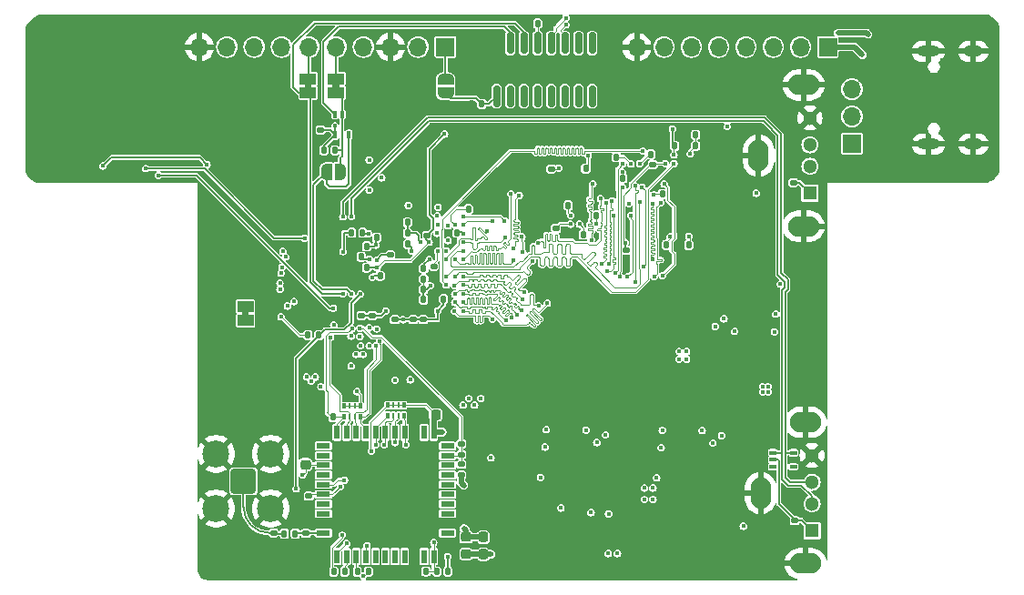
<source format=gbr>
%TF.GenerationSoftware,KiCad,Pcbnew,8.0.6*%
%TF.CreationDate,2025-04-20T13:18:45+02:00*%
%TF.ProjectId,hardware,68617264-7761-4726-952e-6b696361645f,rev?*%
%TF.SameCoordinates,Original*%
%TF.FileFunction,Copper,L4,Bot*%
%TF.FilePolarity,Positive*%
%FSLAX46Y46*%
G04 Gerber Fmt 4.6, Leading zero omitted, Abs format (unit mm)*
G04 Created by KiCad (PCBNEW 8.0.6) date 2025-04-20 13:18:45*
%MOMM*%
%LPD*%
G01*
G04 APERTURE LIST*
G04 Aperture macros list*
%AMRoundRect*
0 Rectangle with rounded corners*
0 $1 Rounding radius*
0 $2 $3 $4 $5 $6 $7 $8 $9 X,Y pos of 4 corners*
0 Add a 4 corners polygon primitive as box body*
4,1,4,$2,$3,$4,$5,$6,$7,$8,$9,$2,$3,0*
0 Add four circle primitives for the rounded corners*
1,1,$1+$1,$2,$3*
1,1,$1+$1,$4,$5*
1,1,$1+$1,$6,$7*
1,1,$1+$1,$8,$9*
0 Add four rect primitives between the rounded corners*
20,1,$1+$1,$2,$3,$4,$5,0*
20,1,$1+$1,$4,$5,$6,$7,0*
20,1,$1+$1,$6,$7,$8,$9,0*
20,1,$1+$1,$8,$9,$2,$3,0*%
%AMFreePoly0*
4,1,19,0.500000,-0.750000,0.000000,-0.750000,0.000000,-0.744911,-0.071157,-0.744911,-0.207708,-0.704816,-0.327430,-0.627875,-0.420627,-0.520320,-0.479746,-0.390866,-0.500000,-0.250000,-0.500000,0.250000,-0.479746,0.390866,-0.420627,0.520320,-0.327430,0.627875,-0.207708,0.704816,-0.071157,0.744911,0.000000,0.744911,0.000000,0.750000,0.500000,0.750000,0.500000,-0.750000,0.500000,-0.750000,
$1*%
%AMFreePoly1*
4,1,19,0.000000,0.744911,0.071157,0.744911,0.207708,0.704816,0.327430,0.627875,0.420627,0.520320,0.479746,0.390866,0.500000,0.250000,0.500000,-0.250000,0.479746,-0.390866,0.420627,-0.520320,0.327430,-0.627875,0.207708,-0.704816,0.071157,-0.744911,0.000000,-0.744911,0.000000,-0.750000,-0.500000,-0.750000,-0.500000,0.750000,0.000000,0.750000,0.000000,0.744911,0.000000,0.744911,
$1*%
G04 Aperture macros list end*
%TA.AperFunction,EtchedComponent*%
%ADD10C,0.000000*%
%TD*%
%TA.AperFunction,SMDPad,CuDef*%
%ADD11R,0.330000X0.500000*%
%TD*%
%TA.AperFunction,SMDPad,CuDef*%
%ADD12R,0.230000X0.500000*%
%TD*%
%TA.AperFunction,ComponentPad*%
%ADD13R,1.300000X1.300000*%
%TD*%
%TA.AperFunction,ComponentPad*%
%ADD14C,1.300000*%
%TD*%
%TA.AperFunction,ComponentPad*%
%ADD15O,2.900000X1.900000*%
%TD*%
%TA.AperFunction,ComponentPad*%
%ADD16O,1.900000X2.900000*%
%TD*%
%TA.AperFunction,ComponentPad*%
%ADD17O,2.100000X1.000000*%
%TD*%
%TA.AperFunction,ComponentPad*%
%ADD18O,1.800000X1.000000*%
%TD*%
%TA.AperFunction,ComponentPad*%
%ADD19R,1.700000X1.700000*%
%TD*%
%TA.AperFunction,ComponentPad*%
%ADD20O,1.700000X1.700000*%
%TD*%
%TA.AperFunction,SMDPad,CuDef*%
%ADD21RoundRect,0.140000X-0.170000X0.140000X-0.170000X-0.140000X0.170000X-0.140000X0.170000X0.140000X0*%
%TD*%
%TA.AperFunction,SMDPad,CuDef*%
%ADD22RoundRect,0.140000X0.140000X0.170000X-0.140000X0.170000X-0.140000X-0.170000X0.140000X-0.170000X0*%
%TD*%
%TA.AperFunction,SMDPad,CuDef*%
%ADD23RoundRect,0.140000X0.170000X-0.140000X0.170000X0.140000X-0.170000X0.140000X-0.170000X-0.140000X0*%
%TD*%
%TA.AperFunction,SMDPad,CuDef*%
%ADD24RoundRect,0.140000X-0.140000X-0.170000X0.140000X-0.170000X0.140000X0.170000X-0.140000X0.170000X0*%
%TD*%
%TA.AperFunction,SMDPad,CuDef*%
%ADD25RoundRect,0.135000X0.135000X0.185000X-0.135000X0.185000X-0.135000X-0.185000X0.135000X-0.185000X0*%
%TD*%
%TA.AperFunction,SMDPad,CuDef*%
%ADD26RoundRect,0.135000X-0.135000X-0.185000X0.135000X-0.185000X0.135000X0.185000X-0.135000X0.185000X0*%
%TD*%
%TA.AperFunction,SMDPad,CuDef*%
%ADD27RoundRect,0.225000X-0.225000X-0.250000X0.225000X-0.250000X0.225000X0.250000X-0.225000X0.250000X0*%
%TD*%
%TA.AperFunction,SMDPad,CuDef*%
%ADD28FreePoly0,270.000000*%
%TD*%
%TA.AperFunction,SMDPad,CuDef*%
%ADD29FreePoly1,270.000000*%
%TD*%
%TA.AperFunction,SMDPad,CuDef*%
%ADD30FreePoly0,0.000000*%
%TD*%
%TA.AperFunction,SMDPad,CuDef*%
%ADD31FreePoly1,0.000000*%
%TD*%
%TA.AperFunction,SMDPad,CuDef*%
%ADD32RoundRect,0.218750X0.256250X-0.218750X0.256250X0.218750X-0.256250X0.218750X-0.256250X-0.218750X0*%
%TD*%
%TA.AperFunction,SMDPad,CuDef*%
%ADD33R,1.300000X0.500000*%
%TD*%
%TA.AperFunction,SMDPad,CuDef*%
%ADD34R,0.500000X1.300000*%
%TD*%
%TA.AperFunction,SMDPad,CuDef*%
%ADD35RoundRect,0.135000X-0.185000X0.135000X-0.185000X-0.135000X0.185000X-0.135000X0.185000X0.135000X0*%
%TD*%
%TA.AperFunction,SMDPad,CuDef*%
%ADD36RoundRect,0.225000X0.225000X0.250000X-0.225000X0.250000X-0.225000X-0.250000X0.225000X-0.250000X0*%
%TD*%
%TA.AperFunction,SMDPad,CuDef*%
%ADD37RoundRect,0.100000X0.225000X0.100000X-0.225000X0.100000X-0.225000X-0.100000X0.225000X-0.100000X0*%
%TD*%
%TA.AperFunction,SMDPad,CuDef*%
%ADD38RoundRect,0.100000X-0.100000X0.225000X-0.100000X-0.225000X0.100000X-0.225000X0.100000X0.225000X0*%
%TD*%
%TA.AperFunction,SMDPad,CuDef*%
%ADD39RoundRect,0.150000X-0.150000X0.825000X-0.150000X-0.825000X0.150000X-0.825000X0.150000X0.825000X0*%
%TD*%
%TA.AperFunction,SMDPad,CuDef*%
%ADD40R,1.500000X1.000000*%
%TD*%
%TA.AperFunction,SMDPad,CuDef*%
%ADD41RoundRect,0.225000X0.250000X-0.225000X0.250000X0.225000X-0.250000X0.225000X-0.250000X-0.225000X0*%
%TD*%
%TA.AperFunction,SMDPad,CuDef*%
%ADD42RoundRect,0.135000X0.185000X-0.135000X0.185000X0.135000X-0.185000X0.135000X-0.185000X-0.135000X0*%
%TD*%
%TA.AperFunction,ComponentPad*%
%ADD43RoundRect,0.200100X-0.949900X0.949900X-0.949900X-0.949900X0.949900X-0.949900X0.949900X0.949900X0*%
%TD*%
%TA.AperFunction,ComponentPad*%
%ADD44C,2.500000*%
%TD*%
%TA.AperFunction,ViaPad*%
%ADD45C,0.400000*%
%TD*%
%TA.AperFunction,Conductor*%
%ADD46C,0.150000*%
%TD*%
%TA.AperFunction,Conductor*%
%ADD47C,0.100000*%
%TD*%
%TA.AperFunction,Conductor*%
%ADD48C,0.200000*%
%TD*%
%TA.AperFunction,Conductor*%
%ADD49C,0.130000*%
%TD*%
%TA.AperFunction,Conductor*%
%ADD50C,0.500000*%
%TD*%
G04 APERTURE END LIST*
D10*
%TA.AperFunction,EtchedComponent*%
%TO.C,JP3*%
G36*
X108400000Y-91050000D02*
G01*
X107800000Y-91050000D01*
X107800000Y-90550000D01*
X108400000Y-90550000D01*
X108400000Y-91050000D01*
G37*
%TD.AperFunction*%
%TA.AperFunction,EtchedComponent*%
%TO.C,JP1*%
G36*
X100000000Y-112250000D02*
G01*
X99400000Y-112250000D01*
X99400000Y-111750000D01*
X100000000Y-111750000D01*
X100000000Y-112250000D01*
G37*
%TD.AperFunction*%
%TA.AperFunction,EtchedComponent*%
%TO.C,JP4*%
G36*
X105800000Y-91050000D02*
G01*
X105200000Y-91050000D01*
X105200000Y-90550000D01*
X105800000Y-90550000D01*
X105800000Y-91050000D01*
G37*
%TD.AperFunction*%
%TD*%
D11*
%TO.P,RN2,1,R1.1*%
%TO.N,/A33_GPIO/SDC1.D3*%
X110375000Y-121625000D03*
D12*
%TO.P,RN2,2,R2.1*%
%TO.N,/A33_GPIO/SDC1.D2*%
X109875000Y-121625000D03*
%TO.P,RN2,3,R3.1*%
%TO.N,/WiFi/WL_HOST_WAKE*%
X109375000Y-121625000D03*
D11*
%TO.P,RN2,4,R4.1*%
%TO.N,/WiFi/WL_REG_ON*%
X108875000Y-121625000D03*
%TO.P,RN2,5,R4.2*%
%TO.N,+3.3VA*%
X108875000Y-120625000D03*
D12*
%TO.P,RN2,6,R3.2*%
X109375000Y-120625000D03*
%TO.P,RN2,7,R2.2*%
X109875000Y-120625000D03*
D11*
%TO.P,RN2,8,R1.2*%
X110375000Y-120625000D03*
%TD*%
%TO.P,RN1,1,R1.1*%
%TO.N,/A33_GPIO/SDC1.D1*%
X114425000Y-121525000D03*
D12*
%TO.P,RN1,2,R2.1*%
%TO.N,/A33_GPIO/SDC1.D0*%
X113925000Y-121525000D03*
%TO.P,RN1,3,R3.1*%
%TO.N,/A33_GPIO/SDC1.CLK*%
X113425000Y-121525000D03*
D11*
%TO.P,RN1,4,R4.1*%
%TO.N,/A33_GPIO/SDC1.CMD*%
X112925000Y-121525000D03*
%TO.P,RN1,5,R4.2*%
%TO.N,+3.3VA*%
X112925000Y-120525000D03*
D12*
%TO.P,RN1,6,R3.2*%
X113425000Y-120525000D03*
%TO.P,RN1,7,R2.2*%
X113925000Y-120525000D03*
D11*
%TO.P,RN1,8,R1.2*%
X114425000Y-120525000D03*
%TD*%
D13*
%TO.P,J2,1,VBUS*%
%TO.N,+5V*%
X152385000Y-132200000D03*
D14*
%TO.P,J2,2,D-*%
%TO.N,/A33_GPIO/USB-DM0*%
X152385000Y-129700000D03*
%TO.P,J2,3,D+*%
%TO.N,/A33_GPIO/USB-DP0*%
X152385000Y-127700000D03*
%TO.P,J2,4,GND*%
%TO.N,GND*%
X152385000Y-125200000D03*
D15*
%TO.P,J2,5,Shield*%
X151785000Y-135270000D03*
D16*
X147605000Y-128700000D03*
D15*
X151785000Y-122130000D03*
%TD*%
D13*
%TO.P,J3,1,VBUS*%
%TO.N,+5V*%
X152200000Y-100800000D03*
D14*
%TO.P,J3,2,D-*%
%TO.N,/A33_GPIO/USB-DM1*%
X152200000Y-98300000D03*
%TO.P,J3,3,D+*%
%TO.N,/A33_GPIO/USB-DP1*%
X152200000Y-96300000D03*
%TO.P,J3,4,GND*%
%TO.N,GND*%
X152200000Y-93800000D03*
D15*
%TO.P,J3,5,Shield*%
X151600000Y-103870000D03*
D16*
X147420000Y-97300000D03*
D15*
X151600000Y-90730000D03*
%TD*%
D17*
%TO.P,J5,S1,SHIELD*%
%TO.N,GND*%
X163220000Y-96240000D03*
D18*
X167400000Y-96240000D03*
D17*
X163220000Y-87600000D03*
D18*
X167400000Y-87600000D03*
%TD*%
D19*
%TO.P,J10,1,Pin_1*%
%TO.N,V_USB*%
X156100000Y-96200000D03*
D20*
%TO.P,J10,2,Pin_2*%
%TO.N,+5V*%
X156100000Y-93660000D03*
%TO.P,J10,3,Pin_3*%
%TO.N,+5V_Flipper*%
X156100000Y-91120000D03*
%TD*%
D21*
%TO.P,C2,1*%
%TO.N,/DDR3/VREF*%
X137579100Y-98135500D03*
%TO.P,C2,2*%
%TO.N,GND*%
X137579100Y-99095500D03*
%TD*%
%TO.P,C31,1*%
%TO.N,+3V0*%
X113157000Y-106568300D03*
%TO.P,C31,2*%
%TO.N,GND*%
X113157000Y-107528300D03*
%TD*%
D22*
%TO.P,C38,1*%
%TO.N,+1V35*%
X116253200Y-110693200D03*
%TO.P,C38,2*%
%TO.N,GND*%
X115293200Y-110693200D03*
%TD*%
%TO.P,C42,1*%
%TO.N,+1V35*%
X116265900Y-108775500D03*
%TO.P,C42,2*%
%TO.N,GND*%
X115305900Y-108775500D03*
%TD*%
D23*
%TO.P,C43,1*%
%TO.N,+1V1*%
X115303300Y-112575280D03*
%TO.P,C43,2*%
%TO.N,GND*%
X115303300Y-111615280D03*
%TD*%
D22*
%TO.P,C48,1*%
%TO.N,+1V1*%
X118117560Y-110637320D03*
%TO.P,C48,2*%
%TO.N,GND*%
X117157560Y-110637320D03*
%TD*%
D24*
%TO.P,C53,1*%
%TO.N,+3V0*%
X112219800Y-108483400D03*
%TO.P,C53,2*%
%TO.N,GND*%
X113179800Y-108483400D03*
%TD*%
D22*
%TO.P,C54,1*%
%TO.N,+1V35*%
X116253200Y-109753400D03*
%TO.P,C54,2*%
%TO.N,GND*%
X115293200Y-109753400D03*
%TD*%
%TO.P,C55,1*%
%TO.N,+1V1*%
X114767300Y-103517700D03*
%TO.P,C55,2*%
%TO.N,GND*%
X113807300Y-103517700D03*
%TD*%
D24*
%TO.P,C59,1*%
%TO.N,+1V1*%
X111902300Y-104927400D03*
%TO.P,C59,2*%
%TO.N,GND*%
X112862300Y-104927400D03*
%TD*%
D23*
%TO.P,C64,1*%
%TO.N,+3V3*%
X116560600Y-104747000D03*
%TO.P,C64,2*%
%TO.N,GND*%
X116560600Y-103787000D03*
%TD*%
D22*
%TO.P,C66,1*%
%TO.N,+3V3*%
X110970000Y-107721400D03*
%TO.P,C66,2*%
%TO.N,GND*%
X110010000Y-107721400D03*
%TD*%
%TO.P,C67,1*%
%TO.N,+1V1*%
X116265900Y-107784900D03*
%TO.P,C67,2*%
%TO.N,GND*%
X115305900Y-107784900D03*
%TD*%
D23*
%TO.P,C68,1*%
%TO.N,+3V3*%
X111467900Y-112176500D03*
%TO.P,C68,2*%
%TO.N,GND*%
X111467900Y-111216500D03*
%TD*%
D22*
%TO.P,C69,1*%
%TO.N,+1V1*%
X110970000Y-105740200D03*
%TO.P,C69,2*%
%TO.N,GND*%
X110010000Y-105740200D03*
%TD*%
D23*
%TO.P,C70,1*%
%TO.N,+3V3*%
X110490000Y-112176500D03*
%TO.P,C70,2*%
%TO.N,GND*%
X110490000Y-111216500D03*
%TD*%
D24*
%TO.P,C75,1*%
%TO.N,+1V35*%
X141544100Y-96405700D03*
%TO.P,C75,2*%
%TO.N,GND*%
X142504100Y-96405700D03*
%TD*%
%TO.P,C76,1*%
%TO.N,+1V35*%
X139613700Y-96405700D03*
%TO.P,C76,2*%
%TO.N,GND*%
X140573700Y-96405700D03*
%TD*%
%TO.P,C77,1*%
%TO.N,+1V35*%
X137391200Y-97180400D03*
%TO.P,C77,2*%
%TO.N,GND*%
X138351200Y-97180400D03*
%TD*%
%TO.P,C78,1*%
%TO.N,+1V35*%
X141544100Y-95351600D03*
%TO.P,C78,2*%
%TO.N,GND*%
X142504100Y-95351600D03*
%TD*%
D22*
%TO.P,C79,1*%
%TO.N,+1V35*%
X134782500Y-99402900D03*
%TO.P,C79,2*%
%TO.N,GND*%
X133822500Y-99402900D03*
%TD*%
%TO.P,C80,1*%
%TO.N,+1V35*%
X134211000Y-97447100D03*
%TO.P,C80,2*%
%TO.N,GND*%
X133251000Y-97447100D03*
%TD*%
D24*
%TO.P,C82,1*%
%TO.N,+1V35*%
X138458000Y-100888800D03*
%TO.P,C82,2*%
%TO.N,GND*%
X139418000Y-100888800D03*
%TD*%
D22*
%TO.P,C85,1*%
%TO.N,+1V35*%
X132306000Y-102882700D03*
%TO.P,C85,2*%
%TO.N,GND*%
X131346000Y-102882700D03*
%TD*%
%TO.P,C86,1*%
%TO.N,+1V35*%
X131122360Y-104653080D03*
%TO.P,C86,2*%
%TO.N,GND*%
X130162360Y-104653080D03*
%TD*%
D23*
%TO.P,C87,1*%
%TO.N,+1V35*%
X128562100Y-104073900D03*
%TO.P,C87,2*%
%TO.N,GND*%
X128562100Y-103113900D03*
%TD*%
D24*
%TO.P,C89,1*%
%TO.N,+1V35*%
X140931960Y-105628440D03*
%TO.P,C89,2*%
%TO.N,GND*%
X141891960Y-105628440D03*
%TD*%
%TO.P,C90,1*%
%TO.N,+1V35*%
X129695000Y-101942900D03*
%TO.P,C90,2*%
%TO.N,GND*%
X130655000Y-101942900D03*
%TD*%
%TO.P,C91,1*%
%TO.N,+1V35*%
X138839000Y-105613200D03*
%TO.P,C91,2*%
%TO.N,GND*%
X139799000Y-105613200D03*
%TD*%
D23*
%TO.P,C92,1*%
%TO.N,+1V35*%
X128130300Y-98559500D03*
%TO.P,C92,2*%
%TO.N,GND*%
X128130300Y-97599500D03*
%TD*%
D22*
%TO.P,C99,1*%
%TO.N,Net-(U2D-RTCVIO)*%
X110462000Y-106730800D03*
%TO.P,C99,2*%
%TO.N,GND*%
X109502000Y-106730800D03*
%TD*%
D25*
%TO.P,R30,1*%
%TO.N,Net-(U2D-NMI)*%
X110593600Y-104470200D03*
%TO.P,R30,2*%
%TO.N,+3V3*%
X109573600Y-104470200D03*
%TD*%
D22*
%TO.P,C74,1*%
%TO.N,+1V35*%
X131340800Y-98501200D03*
%TO.P,C74,2*%
%TO.N,GND*%
X130380800Y-98501200D03*
%TD*%
D23*
%TO.P,C40,1*%
%TO.N,+1V1*%
X116248180Y-112575280D03*
%TO.P,C40,2*%
%TO.N,GND*%
X116248180Y-111615280D03*
%TD*%
%TO.P,C56,1*%
%TO.N,+1V1*%
X113576100Y-112567600D03*
%TO.P,C56,2*%
%TO.N,GND*%
X113576100Y-111607600D03*
%TD*%
D22*
%TO.P,C73,1*%
%TO.N,+2V5*%
X119380000Y-104500000D03*
%TO.P,C73,2*%
%TO.N,GND*%
X118420000Y-104500000D03*
%TD*%
%TO.P,C65,1*%
%TO.N,+1V1*%
X114767300Y-104533700D03*
%TO.P,C65,2*%
%TO.N,GND*%
X113807300Y-104533700D03*
%TD*%
D25*
%TO.P,R26,1*%
%TO.N,/A33_Power/VCC-EFUSE*%
X114810000Y-105524300D03*
%TO.P,R26,2*%
%TO.N,GND*%
X113790000Y-105524300D03*
%TD*%
D21*
%TO.P,C32,1*%
%TO.N,/DDR3/VREF*%
X135128000Y-106111100D03*
%TO.P,C32,2*%
%TO.N,GND*%
X135128000Y-107071100D03*
%TD*%
%TO.P,C37,1*%
%TO.N,+3V0*%
X117200000Y-107620000D03*
%TO.P,C37,2*%
%TO.N,GND*%
X117200000Y-108580000D03*
%TD*%
D26*
%TO.P,R6,1*%
%TO.N,Net-(U2A-DZQ)*%
X120429560Y-102280720D03*
%TO.P,R6,2*%
%TO.N,GND*%
X121449560Y-102280720D03*
%TD*%
D27*
%TO.P,C46,1*%
%TO.N,+3V3*%
X121825000Y-134400000D03*
%TO.P,C46,2*%
%TO.N,GND*%
X123375000Y-134400000D03*
%TD*%
D28*
%TO.P,JP2,1,A*%
%TO.N,Net-(J6-Pin_1)*%
X118300000Y-90200000D03*
D29*
%TO.P,JP2,2,B*%
%TO.N,+3V3*%
X118300000Y-91500000D03*
%TD*%
D24*
%TO.P,C49,1*%
%TO.N,GND*%
X125920000Y-85000000D03*
%TO.P,C49,2*%
%TO.N,Net-(U10-V3)*%
X126880000Y-85000000D03*
%TD*%
D30*
%TO.P,JP5,1,A*%
%TO.N,/A33_GPIO/UART_TX*%
X107220000Y-98800000D03*
D31*
%TO.P,JP5,2,B*%
%TO.N,/A33_GPIO/UART0_TX*%
X108520000Y-98800000D03*
%TD*%
D32*
%TO.P,L5,1*%
%TO.N,+3V3*%
X120200000Y-134387500D03*
%TO.P,L5,2*%
%TO.N,+3.3VA*%
X120200000Y-132812500D03*
%TD*%
D33*
%TO.P,U8,1,GND*%
%TO.N,GND*%
X106925000Y-133325000D03*
%TO.P,U8,2,WIFI/BT_ANT*%
%TO.N,Net-(U8-WIFI{slash}BT_ANT)*%
X106925000Y-132425000D03*
%TO.P,U8,3,GND*%
%TO.N,GND*%
X106925000Y-131525000D03*
%TO.P,U8,4,FM_RX*%
%TO.N,unconnected-(U8-FM_RX-Pad4)*%
X106925000Y-130625000D03*
%TO.P,U8,5,N_WAKE*%
%TO.N,unconnected-(U8-N_WAKE-Pad5)*%
X106925000Y-129725000D03*
%TO.P,U8,6,BT_WAKE*%
%TO.N,/A33_GPIO/WAKE*%
X106925000Y-128825000D03*
%TO.P,U8,7,BT_HOST_WAKE*%
%TO.N,/A33_GPIO/HOST_WAKE*%
X106925000Y-127925000D03*
%TO.P,U8,8,BT_VHOST_WAKE*%
%TO.N,unconnected-(U8-BT_VHOST_WAKE-Pad8)*%
X106925000Y-127025000D03*
%TO.P,U8,9,VBAT*%
%TO.N,+3.3VA*%
X106925000Y-126125000D03*
%TO.P,U8,10,XTAL_IN*%
%TO.N,unconnected-(U8-XTAL_IN-Pad10)*%
X106925000Y-125225000D03*
%TO.P,U8,11,XTAL_OUT*%
%TO.N,unconnected-(U8-XTAL_OUT-Pad11)*%
X106925000Y-124325000D03*
D34*
%TO.P,U8,12,WL_REG_ON*%
%TO.N,/WiFi/WL_REG_ON*%
X108200000Y-123050000D03*
%TO.P,U8,13,WL_HOST_WAKE*%
%TO.N,/WiFi/WL_HOST_WAKE*%
X109100000Y-123050000D03*
%TO.P,U8,14,SD_D2*%
%TO.N,/A33_GPIO/SDC1.D2*%
X110000000Y-123050000D03*
%TO.P,U8,15,SD_D3*%
%TO.N,/A33_GPIO/SDC1.D3*%
X110900000Y-123050000D03*
%TO.P,U8,16,SD_CMD*%
%TO.N,/A33_GPIO/SDC1.CMD*%
X111800000Y-123050000D03*
%TO.P,U8,17,SD_CLK*%
%TO.N,/A33_GPIO/SDC1.CLK*%
X112700000Y-123050000D03*
%TO.P,U8,18,SD_D0*%
%TO.N,/A33_GPIO/SDC1.D0*%
X113600000Y-123050000D03*
%TO.P,U8,19,SD_D1*%
%TO.N,/A33_GPIO/SDC1.D1*%
X114500000Y-123050000D03*
%TO.P,U8,20,GND*%
%TO.N,GND*%
X115400000Y-123050000D03*
%TO.P,U8,21,VIN_LDO_OUT*%
%TO.N,unconnected-(U8-VIN_LDO_OUT-Pad21)*%
X116300000Y-123050000D03*
%TO.P,U8,22,VDD_IO*%
%TO.N,+3.3VA*%
X117200000Y-123050000D03*
D33*
%TO.P,U8,23,VIN_LDO*%
%TO.N,unconnected-(U8-VIN_LDO-Pad23)*%
X118475000Y-124325000D03*
%TO.P,U8,24,LPO*%
%TO.N,/WiFi/LPO*%
X118475000Y-125225000D03*
%TO.P,U8,25,PCM_DOUT*%
%TO.N,unconnected-(U8-PCM_DOUT-Pad25)*%
X118475000Y-126125000D03*
%TO.P,U8,26,PCM_CLK*%
%TO.N,unconnected-(U8-PCM_CLK-Pad26)*%
X118475000Y-127025000D03*
%TO.P,U8,27,PCM_DIN*%
%TO.N,unconnected-(U8-PCM_DIN-Pad27)*%
X118475000Y-127925000D03*
%TO.P,U8,28,PCM_SYNC*%
%TO.N,unconnected-(U8-PCM_SYNC-Pad28)*%
X118475000Y-128825000D03*
%TO.P,U8,29,VDD_TCXO*%
%TO.N,unconnected-(U8-VDD_TCXO-Pad29)*%
X118475000Y-129725000D03*
%TO.P,U8,30,TCXO_IN*%
%TO.N,unconnected-(U8-TCXO_IN-Pad30)*%
X118475000Y-130625000D03*
%TO.P,U8,31,GND*%
%TO.N,GND*%
X118475000Y-131525000D03*
%TO.P,U8,32,GPS_RF*%
%TO.N,unconnected-(U8-GPS_RF-Pad32)*%
X118475000Y-132425000D03*
%TO.P,U8,33,GND*%
%TO.N,GND*%
X118475000Y-133325000D03*
D34*
%TO.P,U8,34,BT_RST_N*%
%TO.N,/A33_GPIO/RST_N*%
X117200000Y-134600000D03*
%TO.P,U8,35,N_I2C_SDA*%
%TO.N,unconnected-(U8-N_I2C_SDA-Pad35)*%
X116300000Y-134600000D03*
%TO.P,U8,36,GND*%
%TO.N,GND*%
X115400000Y-134600000D03*
%TO.P,U8,37,N_I2C_SCL*%
%TO.N,unconnected-(U8-N_I2C_SCL-Pad37)*%
X114500000Y-134600000D03*
%TO.P,U8,38,N_REG_PU*%
%TO.N,unconnected-(U8-N_REG_PU-Pad38)*%
X113600000Y-134600000D03*
%TO.P,U8,39,TX1*%
%TO.N,unconnected-(U8-TX1-Pad39)*%
X112700000Y-134600000D03*
%TO.P,U8,40,TX2*%
%TO.N,unconnected-(U8-TX2-Pad40)*%
X111800000Y-134600000D03*
%TO.P,U8,41,UART_RTS_N*%
%TO.N,/A33_GPIO/CTS_N*%
X110900000Y-134600000D03*
%TO.P,U8,42,UART_TXD*%
%TO.N,Net-(U8-UART_TXD)*%
X110000000Y-134600000D03*
%TO.P,U8,43,UART_RXD*%
%TO.N,Net-(U8-UART_RXD)*%
X109100000Y-134600000D03*
%TO.P,U8,44,UART_CTS_N*%
%TO.N,/A33_GPIO/RTS_N*%
X108200000Y-134600000D03*
%TD*%
D19*
%TO.P,J6,1,Pin_1*%
%TO.N,Net-(J6-Pin_1)*%
X118280000Y-87200000D03*
D20*
%TO.P,J6,2,Pin_2*%
%TO.N,/Flipper_SWC*%
X115740000Y-87200000D03*
%TO.P,J6,3,Pin_3*%
%TO.N,GND*%
X113200000Y-87200000D03*
%TO.P,J6,4,Pin_4*%
%TO.N,/Flipper_SIO*%
X110660000Y-87200000D03*
%TO.P,J6,5,Pin_5*%
%TO.N,/UART_TXD*%
X108120000Y-87200000D03*
%TO.P,J6,6,Pin_6*%
%TO.N,/UART_RXD*%
X105580000Y-87200000D03*
%TO.P,J6,7,Pin_7*%
%TO.N,/Flipper_C1*%
X103040000Y-87200000D03*
%TO.P,J6,8,Pin_8*%
%TO.N,/Flipper_C0*%
X100500000Y-87200000D03*
%TO.P,J6,9,Pin_9*%
%TO.N,/Flipper_1W*%
X97960000Y-87200000D03*
%TO.P,J6,10,Pin_10*%
%TO.N,GND*%
X95420000Y-87200000D03*
%TD*%
D19*
%TO.P,J4,1,Pin_1*%
%TO.N,+5V_Flipper*%
X153860000Y-87200000D03*
D20*
%TO.P,J4,2,Pin_2*%
%TO.N,/Flipper_A7*%
X151320000Y-87200000D03*
%TO.P,J4,3,Pin_3*%
%TO.N,/Flipper_A6*%
X148780000Y-87200000D03*
%TO.P,J4,4,Pin_4*%
%TO.N,/Flipper_A4*%
X146240000Y-87200000D03*
%TO.P,J4,5,Pin_5*%
%TO.N,/Flipper_B3*%
X143700000Y-87200000D03*
%TO.P,J4,6,Pin_6*%
%TO.N,/Flipper_B2*%
X141160000Y-87200000D03*
%TO.P,J4,7,Pin_7*%
%TO.N,/Flipper_C3*%
X138620000Y-87200000D03*
%TO.P,J4,8,Pin_8*%
%TO.N,GND*%
X136080000Y-87200000D03*
%TD*%
D21*
%TO.P,C60,1*%
%TO.N,GND*%
X106662500Y-93940000D03*
%TO.P,C60,2*%
%TO.N,+3V3*%
X106662500Y-94900000D03*
%TD*%
D22*
%TO.P,C44,1*%
%TO.N,/A33_GPIO/RST_N*%
X116480000Y-136000000D03*
%TO.P,C44,2*%
%TO.N,GND*%
X115520000Y-136000000D03*
%TD*%
D25*
%TO.P,R33,1*%
%TO.N,/A33_GPIO/RXD*%
X111110000Y-136000000D03*
%TO.P,R33,2*%
%TO.N,Net-(U8-UART_TXD)*%
X110090000Y-136000000D03*
%TD*%
D35*
%TO.P,R38,1*%
%TO.N,/WiFi/LPO*%
X119765000Y-124115000D03*
%TO.P,R38,2*%
X119765000Y-125135000D03*
%TD*%
D36*
%TO.P,C45,1*%
%TO.N,+3.3VA*%
X117372756Y-121425000D03*
%TO.P,C45,2*%
%TO.N,GND*%
X115822756Y-121425000D03*
%TD*%
D37*
%TO.P,U14,1*%
%TO.N,/A33_GPIO/USB-DP0*%
X150650000Y-124950000D03*
%TO.P,U14,2*%
%TO.N,GND*%
X150650000Y-125600000D03*
%TO.P,U14,3*%
%TO.N,unconnected-(U14-Pad3)*%
X150650000Y-126250000D03*
%TO.P,U14,4*%
%TO.N,unconnected-(U14-Pad4)*%
X148750000Y-126250000D03*
%TO.P,U14,5*%
%TO.N,+5V*%
X148750000Y-125600000D03*
%TO.P,U14,6*%
%TO.N,/A33_GPIO/USB-DM0*%
X148750000Y-124950000D03*
%TD*%
D23*
%TO.P,C61,1*%
%TO.N,+5V*%
X150650000Y-99820000D03*
%TO.P,C61,2*%
%TO.N,GND*%
X150650000Y-98860000D03*
%TD*%
D26*
%TO.P,R37,1*%
%TO.N,/A33_GPIO/RST_N*%
X117490000Y-136000000D03*
%TO.P,R37,2*%
%TO.N,+3.3VA*%
X118510000Y-136000000D03*
%TD*%
D38*
%TO.P,U13,1*%
%TO.N,Net-(U10-TXD)*%
X108007500Y-93460000D03*
%TO.P,U13,2*%
%TO.N,/A33_GPIO/UART0_TX*%
X108657500Y-93460000D03*
%TO.P,U13,3,GND*%
%TO.N,GND*%
X109307500Y-93460000D03*
%TO.P,U13,4*%
%TO.N,/A33_GPIO/UART_TX*%
X109307500Y-95360000D03*
%TO.P,U13,5,VCC*%
%TO.N,+3V3*%
X108007500Y-95360000D03*
%TD*%
D39*
%TO.P,U10,1,GND*%
%TO.N,GND*%
X123055000Y-86825000D03*
%TO.P,U10,2,TXD*%
%TO.N,Net-(U10-TXD)*%
X124325000Y-86825000D03*
%TO.P,U10,3,RXD*%
%TO.N,/A33_GPIO/UART_RX*%
X125595000Y-86825000D03*
%TO.P,U10,4,V3*%
%TO.N,Net-(U10-V3)*%
X126865000Y-86825000D03*
%TO.P,U10,5,UD+*%
%TO.N,/A33_GPIO/D+*%
X128135000Y-86825000D03*
%TO.P,U10,6,UD-*%
%TO.N,/A33_GPIO/D-*%
X129405000Y-86825000D03*
%TO.P,U10,7,NC*%
%TO.N,unconnected-(U10-NC-Pad7)*%
X130675000Y-86825000D03*
%TO.P,U10,8,~{OUT}/~{DTR}*%
%TO.N,unconnected-(U10-~{OUT}{slash}~{DTR}-Pad8)*%
X131945000Y-86825000D03*
%TO.P,U10,9,~{CTS}*%
%TO.N,unconnected-(U10-~{CTS}-Pad9)*%
X131945000Y-91775000D03*
%TO.P,U10,10,~{DSR}*%
%TO.N,unconnected-(U10-~{DSR}-Pad10)*%
X130675000Y-91775000D03*
%TO.P,U10,11,~{RI}*%
%TO.N,unconnected-(U10-~{RI}-Pad11)*%
X129405000Y-91775000D03*
%TO.P,U10,12,~{DCD}*%
%TO.N,unconnected-(U10-~{DCD}-Pad12)*%
X128135000Y-91775000D03*
%TO.P,U10,13,~{DTR}*%
%TO.N,unconnected-(U10-~{DTR}-Pad13)*%
X126865000Y-91775000D03*
%TO.P,U10,14,~{RTS}*%
%TO.N,unconnected-(U10-~{RTS}-Pad14)*%
X125595000Y-91775000D03*
%TO.P,U10,15,R232*%
%TO.N,unconnected-(U10-R232-Pad15)*%
X124325000Y-91775000D03*
%TO.P,U10,16,VCC*%
%TO.N,+3V3*%
X123055000Y-91775000D03*
%TD*%
D35*
%TO.P,R39,1*%
%TO.N,/WiFi/LPO*%
X119757244Y-126022244D03*
%TO.P,R39,2*%
%TO.N,+3.3VA*%
X119757244Y-127042244D03*
%TD*%
D40*
%TO.P,JP3,1,A*%
%TO.N,/A33_GPIO/UART0_TX*%
X108100000Y-91450000D03*
%TO.P,JP3,2,B*%
%TO.N,/UART_TXD*%
X108100000Y-90150000D03*
%TD*%
D23*
%TO.P,C62,1*%
%TO.N,+5V*%
X150780000Y-131260000D03*
%TO.P,C62,2*%
%TO.N,GND*%
X150780000Y-130300000D03*
%TD*%
D25*
%TO.P,R15,1*%
%TO.N,/A33_GPIO/UART0_TX*%
X108010000Y-96800000D03*
%TO.P,R15,2*%
%TO.N,+3V3*%
X106990000Y-96800000D03*
%TD*%
D40*
%TO.P,JP1,1,A*%
%TO.N,+3V3*%
X99700000Y-112650000D03*
%TO.P,JP1,2,B*%
%TO.N,Net-(J8-Pin_14)*%
X99700000Y-111350000D03*
%TD*%
D21*
%TO.P,C39,1*%
%TO.N,Net-(U8-WIFI{slash}BT_ANT)*%
X105300000Y-132440000D03*
%TO.P,C39,2*%
%TO.N,GND*%
X105300000Y-133400000D03*
%TD*%
D27*
%TO.P,C47,1*%
%TO.N,+3.3VA*%
X121825000Y-132800000D03*
%TO.P,C47,2*%
%TO.N,GND*%
X123375000Y-132800000D03*
%TD*%
D41*
%TO.P,C41,1*%
%TO.N,+3.3VA*%
X105275000Y-126050000D03*
%TO.P,C41,2*%
%TO.N,GND*%
X105275000Y-124500000D03*
%TD*%
D40*
%TO.P,JP4,1,A*%
%TO.N,/A33_GPIO/UART_RX*%
X105500000Y-91450000D03*
%TO.P,JP4,2,B*%
%TO.N,/UART_RXD*%
X105500000Y-90150000D03*
%TD*%
D26*
%TO.P,R35,1*%
%TO.N,Net-(J7-In)*%
X103290000Y-132480000D03*
%TO.P,R35,2*%
%TO.N,Net-(U8-WIFI{slash}BT_ANT)*%
X104310000Y-132480000D03*
%TD*%
D24*
%TO.P,C50,1*%
%TO.N,GND*%
X120720000Y-92500000D03*
%TO.P,C50,2*%
%TO.N,+3V3*%
X121680000Y-92500000D03*
%TD*%
D21*
%TO.P,C36,1*%
%TO.N,Net-(J7-In)*%
X102300000Y-132420000D03*
%TO.P,C36,2*%
%TO.N,GND*%
X102300000Y-133380000D03*
%TD*%
D26*
%TO.P,R40,1*%
%TO.N,GND*%
X106790000Y-121600000D03*
%TO.P,R40,2*%
%TO.N,/WiFi/WL_REG_ON*%
X107810000Y-121600000D03*
%TD*%
%TO.P,R36,1*%
%TO.N,/A33_GPIO/TXD*%
X107890000Y-136000000D03*
%TO.P,R36,2*%
%TO.N,Net-(U8-UART_RXD)*%
X108910000Y-136000000D03*
%TD*%
D25*
%TO.P,R23,1*%
%TO.N,/SD_DET*%
X106510000Y-114000000D03*
%TO.P,R23,2*%
%TO.N,+3V3*%
X105490000Y-114000000D03*
%TD*%
D42*
%TO.P,R34,1*%
%TO.N,GND*%
X105565000Y-130025000D03*
%TO.P,R34,2*%
%TO.N,/A33_GPIO/WAKE*%
X105565000Y-129005000D03*
%TD*%
D43*
%TO.P,J7,1,In*%
%TO.N,Net-(J7-In)*%
X99500000Y-127600000D03*
D44*
%TO.P,J7,2,Ext*%
%TO.N,GND*%
X102040000Y-125060000D03*
X96960000Y-125060000D03*
X102040000Y-130140000D03*
X96960000Y-130140000D03*
%TD*%
D45*
%TO.N,/DDR3/VREF*%
X138742341Y-98051525D03*
X134990610Y-105386569D03*
%TO.N,/A33_RAM/DVREF*%
X118363999Y-106170999D03*
X114833400Y-101930200D03*
%TO.N,Net-(U2D-RTCVIO)*%
X111201200Y-106934000D03*
%TO.N,/A33_GPIO/RESET*%
X86430000Y-98270000D03*
X96116979Y-98134561D03*
%TO.N,/A33_GPIO/USB-DP0*%
X108737400Y-102997000D03*
%TO.N,/A33_GPIO/USB-DM0*%
X109550200Y-102971600D03*
%TO.N,+3.3VA*%
X111400000Y-124800000D03*
X120000000Y-132000000D03*
X105000000Y-127000000D03*
X118500000Y-134600000D03*
X118000000Y-123000000D03*
X120000000Y-128000000D03*
X110053325Y-119264479D03*
%TO.N,Net-(U2A-DZQ)*%
X119151400Y-103764080D03*
%TO.N,/A33_Power/VCC-EFUSE*%
X115163600Y-106172000D03*
%TO.N,/A33_RAM/CK*%
X135940800Y-109067600D03*
X135940800Y-100101400D03*
%TO.N,/A33_RAM/!CK*%
X136728200Y-107645200D03*
X136570720Y-100243640D03*
%TO.N,Net-(U2D-NMI)*%
X111150400Y-104571800D03*
%TO.N,/A33_RAM/LDM*%
X131851400Y-105168799D03*
X132003800Y-99923600D03*
%TO.N,/A33_RAM/adr13*%
X124433024Y-112392546D03*
X119913400Y-110972600D03*
%TO.N,/A33_RAM/!WE*%
X126371400Y-107118200D03*
X119151400Y-108559600D03*
X137552951Y-101764351D03*
X137530840Y-106963474D03*
%TO.N,/A33_RAM/adr7*%
X125361700Y-111721900D03*
X119151400Y-110210600D03*
%TO.N,/A33_RAM/!CKE*%
X136652000Y-96875600D03*
X118364000Y-109347000D03*
%TO.N,/A33_RAM/d1*%
X125145800Y-100990400D03*
X124612400Y-105968799D03*
%TO.N,/A33_RAM/UDM*%
X122682000Y-103403400D03*
X119948960Y-103759000D03*
%TO.N,/A33_RAM/!CS*%
X125399800Y-104876600D03*
X119938800Y-105384600D03*
X125488700Y-106273600D03*
X123850400Y-104918789D03*
%TO.N,/A33_RAM/!RST*%
X119913400Y-110210600D03*
X124967299Y-112122000D03*
%TO.N,/A33_RAM/d3*%
X119964200Y-106959400D03*
X124387243Y-100866843D03*
%TO.N,/A33_RAM/!CAS*%
X136342123Y-101645915D03*
X119926100Y-106184700D03*
%TO.N,/A33_RAM/d4*%
X135204200Y-108559600D03*
X135535863Y-102868491D03*
%TO.N,/A33_RAM/d0*%
X132715000Y-101320600D03*
X126935280Y-105434214D03*
%TO.N,/A33_RAM/d5*%
X134756582Y-98089689D03*
X134086600Y-108204000D03*
%TO.N,/A33_RAM/d6*%
X133363430Y-108065980D03*
X133940600Y-102870000D03*
%TO.N,/A33_RAM/LDQS*%
X132829914Y-107363475D03*
X133273800Y-101676200D03*
%TO.N,/A33_RAM/adr15*%
X138633200Y-99949000D03*
X119938800Y-111785400D03*
X138455400Y-108483400D03*
X127762000Y-111029800D03*
%TO.N,/A33_RAM/!LDQS*%
X133479647Y-107366090D03*
X133793904Y-101497335D03*
%TO.N,/A33_RAM/!RAS*%
X122148600Y-104368600D03*
X118363999Y-106959400D03*
%TO.N,/A33_RAM/adr9*%
X123901200Y-112642556D03*
X119151400Y-110972600D03*
%TO.N,/A33_RAM/adr3*%
X126960754Y-111309200D03*
X119964200Y-109347000D03*
%TO.N,/A33_RAM/dba2*%
X138303000Y-101676200D03*
X119126000Y-109372400D03*
X137693400Y-108534200D03*
X125450600Y-110667800D03*
%TO.N,/A33_RAM/d7*%
X134785100Y-100266500D03*
X134518400Y-108566000D03*
%TO.N,/A33_RAM/ODT*%
X124643857Y-107048057D03*
X119176800Y-106959400D03*
%TO.N,/A33_RAM/dba1*%
X139549162Y-98044568D03*
X118364000Y-108559600D03*
%TO.N,/A33_RAM/d11*%
X119964200Y-102997000D03*
X123774200Y-103378000D03*
%TO.N,/A33_RAM/dba0*%
X125636202Y-110024998D03*
X119954406Y-108546999D03*
%TO.N,/A33_RAM/adr0*%
X119126000Y-111785400D03*
X122669300Y-112547400D03*
%TO.N,+1V35*%
X138463020Y-122861260D03*
X137936419Y-127287659D03*
X140716000Y-115519200D03*
X140017500Y-115519200D03*
X140017500Y-116255800D03*
X140716000Y-116255800D03*
X135354190Y-101752400D03*
X140924280Y-104825800D03*
X139547600Y-97231200D03*
X135548514Y-98081160D03*
X134740600Y-98864570D03*
X128828800Y-98463449D03*
X129921000Y-103682800D03*
X112369600Y-99364800D03*
X141071600Y-97129600D03*
X139407900Y-94822000D03*
X137655300Y-100939600D03*
X116900000Y-109400000D03*
X136348499Y-98045255D03*
X130755218Y-103688222D03*
X132313448Y-103647932D03*
X139186920Y-104851200D03*
X129941933Y-102874467D03*
X131572000Y-97282000D03*
%TO.N,GND*%
X132562600Y-119278400D03*
X133400800Y-119278400D03*
X129743200Y-120789700D03*
X129743200Y-121615200D03*
X128701800Y-125476000D03*
X127812800Y-125476000D03*
X138734800Y-125526800D03*
X142519400Y-118162260D03*
X140545820Y-120878600D03*
X139504420Y-125528260D03*
X144297400Y-119227600D03*
X143314420Y-119229060D03*
X140545820Y-121667460D03*
X142519400Y-118922800D03*
X130792220Y-131663440D03*
X130797300Y-130860800D03*
X135500000Y-132600000D03*
X137500000Y-132600000D03*
X136989820Y-135458200D03*
X136989820Y-136362440D03*
X138379200Y-134683500D03*
X137477500Y-134683500D03*
X144830800Y-117602000D03*
X144830800Y-118386860D03*
X143154400Y-117218460D03*
X143916400Y-117218460D03*
X146812000Y-114881660D03*
X146812000Y-115389660D03*
X148640800Y-111020860D03*
X147853400Y-111020860D03*
X122400000Y-129900000D03*
X130728804Y-102861767D03*
X146800000Y-117600000D03*
X101300000Y-131900000D03*
X138328400Y-104749600D03*
X127600000Y-131100000D03*
X121920000Y-122428000D03*
X135260080Y-104805480D03*
X124460000Y-135636000D03*
X118400000Y-121400000D03*
X99200000Y-131100000D03*
X131572000Y-129032000D03*
X124460000Y-97790000D03*
X111200000Y-101800000D03*
X100900000Y-132800000D03*
X150876000Y-111760000D03*
X110500000Y-118900000D03*
X114363500Y-107759500D03*
X99000000Y-130500000D03*
X111150400Y-109347000D03*
X150100000Y-92500000D03*
X114363500Y-108559600D03*
X99100000Y-99900000D03*
X141732000Y-94488000D03*
X114376200Y-110921800D03*
X144780000Y-123444000D03*
X95800000Y-102800000D03*
X101750000Y-89200000D03*
X135107680Y-107878880D03*
X128016000Y-95504000D03*
X105000000Y-123300000D03*
X135530329Y-98863201D03*
X127000000Y-97790000D03*
X145796000Y-107188000D03*
X105400000Y-110000000D03*
X105000000Y-107000000D03*
X104100000Y-131600000D03*
X113563400Y-109385100D03*
X101650000Y-84750000D03*
X129400000Y-104600000D03*
X103900000Y-109700000D03*
X140258800Y-97142300D03*
X143764000Y-94488000D03*
X100000000Y-129300000D03*
X161200000Y-87900000D03*
X140096240Y-104759760D03*
X112750600Y-109372400D03*
X104100000Y-105500000D03*
X144272000Y-109728000D03*
X133900000Y-87300000D03*
X100100000Y-130500000D03*
X114363500Y-109372400D03*
X142252700Y-97155000D03*
X127600000Y-131600000D03*
X131724400Y-119164100D03*
X105800000Y-131600000D03*
X95600000Y-93600000D03*
X141772640Y-104744520D03*
X128400000Y-84600000D03*
X125730000Y-97790000D03*
X145796000Y-105664000D03*
X106900000Y-102200000D03*
X99900000Y-132200000D03*
X115000000Y-121900000D03*
X158800000Y-97200000D03*
X144780000Y-98552000D03*
X119092337Y-105363599D03*
X104400000Y-133300000D03*
X153900000Y-97700000D03*
X127600000Y-132100000D03*
X121200000Y-136000000D03*
X136652000Y-125476000D03*
X100000000Y-129900000D03*
X103800000Y-133300000D03*
X131064000Y-95504000D03*
X106250000Y-88500000D03*
X143764000Y-96520000D03*
X105000000Y-113100000D03*
X101500000Y-132900000D03*
X104700000Y-131600000D03*
X105400000Y-136000000D03*
X133464300Y-100215700D03*
X132283200Y-101904800D03*
X99500000Y-131700000D03*
X100400000Y-132600000D03*
X103200000Y-133300000D03*
X113563400Y-110172500D03*
X154200000Y-89300000D03*
X119800000Y-92700000D03*
X158400000Y-92300000D03*
X91200000Y-95000000D03*
X99000000Y-129300000D03*
X131724400Y-118110000D03*
X132257800Y-104736900D03*
X164500000Y-88400000D03*
X133146800Y-98056700D03*
X125300000Y-133200000D03*
X151384000Y-118872000D03*
X132080000Y-136144000D03*
X94500000Y-97900000D03*
X100700000Y-131500000D03*
X125476000Y-102108000D03*
X100300000Y-131100000D03*
X103124000Y-119380000D03*
X106900000Y-119400000D03*
X137172700Y-99834700D03*
X114376200Y-110159800D03*
X108600000Y-100700000D03*
X133604000Y-95504000D03*
X164700000Y-95600000D03*
X161700000Y-96000000D03*
X150876000Y-110744000D03*
X140600000Y-118900000D03*
X99000000Y-129900000D03*
X132588000Y-115824000D03*
X140716000Y-113284000D03*
%TO.N,+2V5*%
X122529600Y-125425200D03*
X119913400Y-104571800D03*
%TO.N,+1V1*%
X111798100Y-105625900D03*
X133459220Y-130622040D03*
X129032821Y-130095439D03*
X137600000Y-129300000D03*
X136799900Y-129300000D03*
X136799900Y-128233200D03*
X137600000Y-128233200D03*
X117558820Y-111747300D03*
X116776500Y-106959400D03*
X114335620Y-112575280D03*
X115938300Y-105371900D03*
%TO.N,+3V0*%
X121577100Y-119900700D03*
X119913400Y-120523000D03*
X127133799Y-127235399D03*
X111912400Y-107010200D03*
X127660400Y-122809000D03*
X121005600Y-120523000D03*
X117563999Y-106197400D03*
X111495840Y-108610400D03*
X120459500Y-119900700D03*
%TO.N,+3V3*%
X149421401Y-109261461D03*
X148894800Y-113687860D03*
X147800000Y-119300000D03*
X99700000Y-112650000D03*
X108010000Y-94520000D03*
X118300000Y-91500000D03*
X103000000Y-112300000D03*
X108757201Y-106233732D03*
X105180000Y-104990000D03*
X113600000Y-118200000D03*
X122575000Y-134400000D03*
X90400000Y-98500000D03*
X148300000Y-118800000D03*
X118200000Y-95300000D03*
X148300000Y-119300000D03*
X111937800Y-107746800D03*
X147800000Y-118800000D03*
X116763800Y-105359200D03*
X115011363Y-118165953D03*
X112750600Y-111760000D03*
X109517157Y-116882843D03*
%TO.N,+5V*%
X138361420Y-124486860D03*
X142171420Y-122886660D03*
X131833620Y-130520440D03*
X133433820Y-134330440D03*
X143162020Y-124055060D03*
X143974820Y-123343860D03*
X144195800Y-112494060D03*
X143383000Y-113205260D03*
X145186400Y-113652300D03*
X148996400Y-112052100D03*
X144500000Y-94600000D03*
X131368800Y-122834400D03*
X132359400Y-124002800D03*
X147200000Y-100800000D03*
X146000000Y-131800000D03*
X154800000Y-85900000D03*
X157600000Y-86000000D03*
X134289800Y-134327900D03*
X127558800Y-124434600D03*
X133172200Y-123291600D03*
%TO.N,/A33_GPIO/LCD_RST*%
X104200000Y-110875000D03*
X111200000Y-113300000D03*
%TO.N,/A33_GPIO/LCD_TE*%
X103600000Y-111300000D03*
X111900000Y-113430000D03*
%TO.N,/SD_DET*%
X110375700Y-110185200D03*
X104407790Y-128300000D03*
%TO.N,/A33_GPIO/RST_N*%
X117200000Y-133300000D03*
X107900000Y-113065305D03*
%TO.N,/A33_GPIO/TXD*%
X105800000Y-118300000D03*
X108692200Y-132600000D03*
%TO.N,/A33_GPIO/WAKE*%
X109500000Y-114100000D03*
X108500000Y-128100000D03*
%TO.N,/A33_GPIO/RXD*%
X105384400Y-117900000D03*
X110644955Y-136429444D03*
%TO.N,/WiFi/LPO*%
X110340000Y-113350000D03*
%TO.N,/WiFi/WL_HOST_WAKE*%
X107600000Y-114200000D03*
%TO.N,/WiFi/WL_REG_ON*%
X109600000Y-113400000D03*
%TO.N,/A33_GPIO/RTS_N*%
X106190918Y-117907461D03*
X109092200Y-133400000D03*
%TO.N,/A33_GPIO/CTS_N*%
X106700000Y-118800000D03*
X111000000Y-133600000D03*
%TO.N,/A33_GPIO/HOST_WAKE*%
X108900000Y-127500000D03*
X110329647Y-114128886D03*
%TO.N,/A33_GPIO/LCD_DIM*%
X107858189Y-111512254D03*
X91600000Y-99125000D03*
%TO.N,/A33_GPIO/D0N*%
X118525000Y-103831278D03*
X103175000Y-106200000D03*
%TO.N,/A33_GPIO/D0P*%
X118525000Y-105208959D03*
X103425081Y-106721257D03*
%TO.N,/A33_GPIO/D1N*%
X102890901Y-109190901D03*
X117563999Y-103721156D03*
%TO.N,/A33_GPIO/D1P*%
X117529647Y-104528886D03*
X102903131Y-109740767D03*
%TO.N,Net-(J8-Pin_14)*%
X99700000Y-111350000D03*
%TO.N,/A33_GPIO/CLKP*%
X102994226Y-108232341D03*
X117529647Y-102928886D03*
%TO.N,/A33_GPIO/CLKN*%
X117600000Y-102100000D03*
X103090901Y-107690901D03*
%TO.N,+5V_Flipper*%
X157075000Y-87925000D03*
%TO.N,/A33_GPIO/D-*%
X129497214Y-85125000D03*
%TO.N,/A33_GPIO/D+*%
X129497214Y-84475000D03*
%TO.N,/A33_GPIO/SDC1.D1*%
X111194004Y-114993856D03*
X114600000Y-124200000D03*
%TO.N,/A33_GPIO/SDC1.CMD*%
X111800000Y-124200000D03*
X110394004Y-114993856D03*
%TO.N,/A33_GPIO/SDC1.CLK*%
X112600000Y-124200000D03*
X110000000Y-115800000D03*
%TO.N,/A33_GPIO/SDC1.D0*%
X110600000Y-115800000D03*
X113600000Y-124000000D03*
%TO.N,/A33_GPIO/SDC1.D3*%
X112200000Y-114600000D03*
%TO.N,/A33_GPIO/SDC1.D2*%
X111811084Y-115019812D03*
%TO.N,/A33_GPIO/UART_RX*%
X108737400Y-110159800D03*
%TO.N,/A33_GPIO/UART_TX*%
X109550200Y-110173000D03*
%TO.N,Net-(U2C-PL2)*%
X111200000Y-97700000D03*
X111203220Y-100503220D03*
%TD*%
D46*
%TO.N,/DDR3/VREF*%
X134990610Y-105386569D02*
X134990610Y-105973710D01*
D47*
X135540799Y-99909399D02*
X137398673Y-98051525D01*
X134840620Y-105188660D02*
X134840620Y-100993580D01*
X134990610Y-105338650D02*
X134840620Y-105188660D01*
X134990610Y-105386569D02*
X134990610Y-105338650D01*
D46*
X134990610Y-105973710D02*
X135128000Y-106111100D01*
D47*
X134840620Y-100993580D02*
X135540799Y-100293401D01*
X135540799Y-100293401D02*
X135540799Y-99909399D01*
X134990610Y-105386569D02*
X134954189Y-105350148D01*
X137398673Y-98051525D02*
X138742341Y-98051525D01*
D46*
%TO.N,Net-(U2D-RTCVIO)*%
X111201200Y-106934000D02*
X110665200Y-106934000D01*
X110665200Y-106934000D02*
X110462000Y-106730800D01*
%TO.N,/A33_GPIO/RESET*%
X96116979Y-98134561D02*
X95457418Y-97475000D01*
X87225000Y-97475000D02*
X86430000Y-98270000D01*
X95457418Y-97475000D02*
X87225000Y-97475000D01*
%TO.N,/A33_GPIO/USB-DP0*%
X150309264Y-127700000D02*
X150054632Y-127445368D01*
X150146401Y-109724264D02*
X149900000Y-109970665D01*
X149500000Y-108200000D02*
X150146401Y-108846401D01*
X108737400Y-102997000D02*
X108737400Y-101638336D01*
X149950000Y-124950000D02*
X149900000Y-125000000D01*
X150650000Y-124950000D02*
X149950000Y-124950000D01*
X152385000Y-127700000D02*
X150309264Y-127700000D01*
X150146401Y-108846401D02*
X150146401Y-109724264D01*
X149900000Y-125000000D02*
X149900000Y-127290736D01*
X149500000Y-95275736D02*
X149500000Y-108200000D01*
X108737400Y-101638336D02*
X116612736Y-93763000D01*
X149900000Y-127290736D02*
X150054632Y-127445368D01*
X149900000Y-109970665D02*
X149900000Y-125000000D01*
X147987264Y-93763000D02*
X149500000Y-95275736D01*
X116612736Y-93763000D02*
X147987264Y-93763000D01*
%TO.N,/A33_GPIO/USB-DM0*%
X149600000Y-109846401D02*
X149600000Y-125000000D01*
X116737000Y-94063000D02*
X109550200Y-101249800D01*
X144100000Y-94063000D02*
X116737000Y-94063000D01*
X149846401Y-109046401D02*
X149846401Y-109600000D01*
X152385000Y-128985000D02*
X152385000Y-129700000D01*
X147863000Y-94063000D02*
X149200000Y-95400000D01*
X149600000Y-127415000D02*
X150185000Y-128000000D01*
X149200000Y-108400000D02*
X149846401Y-109046401D01*
X144100000Y-94063000D02*
X147863000Y-94063000D01*
X148750000Y-124950000D02*
X149550000Y-124950000D01*
X147863000Y-94063000D02*
X148550000Y-94750000D01*
X148550000Y-94750000D02*
X148650000Y-94850000D01*
X149550000Y-124950000D02*
X149600000Y-125000000D01*
X149200000Y-95400000D02*
X149200000Y-108400000D01*
X150185000Y-128000000D02*
X151400000Y-128000000D01*
X149846401Y-109600000D02*
X149600000Y-109846401D01*
X151400000Y-128000000D02*
X152385000Y-128985000D01*
X109550200Y-101249800D02*
X109550200Y-102971600D01*
X149600000Y-125000000D02*
X149600000Y-127415000D01*
D48*
%TO.N,Net-(J7-In)*%
X102300000Y-132520000D02*
X102340000Y-132480000D01*
D49*
X99500000Y-130000000D02*
X99500000Y-127600000D01*
X102300000Y-132420000D02*
X101920000Y-132420000D01*
X103290000Y-132480000D02*
X102340000Y-132480000D01*
X101920000Y-132420000D02*
G75*
G02*
X99500000Y-130000000I0J2420000D01*
G01*
D47*
%TO.N,Net-(U8-WIFI{slash}BT_ANT)*%
X104350000Y-132440000D02*
X104310000Y-132480000D01*
D49*
X105312500Y-132440000D02*
X104350000Y-132440000D01*
D47*
X104300000Y-132440000D02*
X104140000Y-132440000D01*
X105327500Y-132425000D02*
X105312500Y-132440000D01*
X105320000Y-132432500D02*
X105312500Y-132440000D01*
D49*
X106925000Y-132425000D02*
X105327500Y-132425000D01*
D50*
%TO.N,+3.3VA*%
X117200000Y-121597756D02*
X117372756Y-121425000D01*
D47*
X106850000Y-126050000D02*
X106925000Y-126125000D01*
X116472756Y-120525000D02*
X117372756Y-121425000D01*
D50*
X117200000Y-123050000D02*
X117950000Y-123050000D01*
D47*
X110375000Y-120625000D02*
X110375000Y-119586154D01*
D50*
X120200000Y-132812500D02*
X120200000Y-132200000D01*
D47*
X108875000Y-120625000D02*
X110375000Y-120625000D01*
D50*
X117200000Y-123050000D02*
X117200000Y-121597756D01*
X120200000Y-132812500D02*
X121812500Y-132812500D01*
D47*
X114425000Y-120525000D02*
X116472756Y-120525000D01*
X112925000Y-120525000D02*
X111350000Y-122100000D01*
D46*
X118510000Y-136000000D02*
X118510000Y-135600000D01*
D50*
X119757244Y-127042244D02*
X119757244Y-127757244D01*
D46*
X118510000Y-134610000D02*
X118500000Y-134600000D01*
D50*
X120200000Y-132200000D02*
X120000000Y-132000000D01*
X117950000Y-123050000D02*
X118000000Y-123000000D01*
D47*
X105275000Y-126725000D02*
X105000000Y-127000000D01*
X111400000Y-124800000D02*
X111350000Y-124850000D01*
X111350000Y-124750000D02*
X111400000Y-124800000D01*
D50*
X121812500Y-132812500D02*
X121825000Y-132800000D01*
D47*
X105275000Y-126050000D02*
X105275000Y-126725000D01*
X112925000Y-120525000D02*
X114425000Y-120525000D01*
D50*
X119757244Y-127757244D02*
X120000000Y-128000000D01*
D47*
X105275000Y-126050000D02*
X106850000Y-126050000D01*
D46*
X118510000Y-135600000D02*
X118510000Y-134610000D01*
D47*
X111350000Y-122100000D02*
X111350000Y-124750000D01*
X110375000Y-119586154D02*
X110053325Y-119264479D01*
D46*
%TO.N,/A33_GPIO/UART0_TX*%
X108657500Y-92007500D02*
X108657500Y-93460000D01*
X108657500Y-93460000D02*
X108657500Y-96700000D01*
X108657500Y-97352500D02*
X108657500Y-96700000D01*
X108520000Y-97490000D02*
X108657500Y-97352500D01*
X108557500Y-96800000D02*
X108657500Y-96700000D01*
X108520000Y-98800000D02*
X108520000Y-97490000D01*
X108100000Y-91450000D02*
X108657500Y-92007500D01*
X108010000Y-96800000D02*
X108557500Y-96800000D01*
D47*
%TO.N,Net-(U2A-DZQ)*%
X118751399Y-102779599D02*
X119250278Y-102280720D01*
X118751399Y-103364079D02*
X118751399Y-102779599D01*
X119250278Y-102280720D02*
X120429560Y-102280720D01*
X119151400Y-103764080D02*
X118751399Y-103364079D01*
D46*
%TO.N,/A33_Power/VCC-EFUSE*%
X115163600Y-106172000D02*
X115163600Y-105877900D01*
X115163600Y-105877900D02*
X114810000Y-105524300D01*
D47*
%TO.N,/A33_RAM/CK*%
X135943307Y-100814853D02*
X135950703Y-100793717D01*
X136197345Y-100593717D02*
X136185432Y-100574757D01*
X136040800Y-100737106D02*
X136107249Y-100737106D01*
X136018547Y-100739613D02*
X136040800Y-100737106D01*
X136129501Y-100539613D02*
X136107249Y-100537106D01*
X136018547Y-100534598D02*
X135997411Y-100527202D01*
X135997411Y-100527202D02*
X135978451Y-100515289D01*
X135950703Y-100793717D02*
X135962616Y-100774757D01*
X136107249Y-100537106D02*
X136040800Y-100537106D01*
X135978451Y-100758922D02*
X135997411Y-100747009D01*
X136107249Y-100737106D02*
X136129501Y-100734598D01*
X136129501Y-100734598D02*
X136150637Y-100727202D01*
X136169597Y-100715289D02*
X136185432Y-100699454D01*
X136207249Y-100637106D02*
X136204741Y-100614853D01*
X136169597Y-100558922D02*
X136150637Y-100547009D01*
X136185432Y-100699454D02*
X136197345Y-100680494D01*
X135940800Y-100837106D02*
X135943307Y-100814853D01*
X136185432Y-100574757D02*
X136169597Y-100558922D01*
X136150637Y-100727202D02*
X136169597Y-100715289D01*
X136150637Y-100547009D02*
X136129501Y-100539613D01*
X135997411Y-100747009D02*
X136018547Y-100739613D01*
X135950703Y-100480494D02*
X135943307Y-100459358D01*
X135940800Y-109067600D02*
X135940800Y-100837106D01*
X136204741Y-100659358D02*
X136207249Y-100637106D01*
X136197345Y-100680494D02*
X136204741Y-100659358D01*
X136040800Y-100537106D02*
X136018547Y-100534598D01*
X135962616Y-100774757D02*
X135978451Y-100758922D01*
X136204741Y-100614853D02*
X136197345Y-100593717D01*
X135943307Y-100459358D02*
X135943307Y-100103907D01*
X135943307Y-100103907D02*
X135940800Y-100101400D01*
X135978451Y-100515289D02*
X135962616Y-100499454D01*
%TO.N,/A33_RAM/!CK*%
X136878191Y-107495209D02*
X136728200Y-107645200D01*
X136878191Y-100682109D02*
X136878191Y-100551111D01*
X136878191Y-100682109D02*
X136878191Y-107495209D01*
X136878191Y-100551111D02*
X136570720Y-100243640D01*
D46*
%TO.N,Net-(U2D-NMI)*%
X110695200Y-104571800D02*
X110593600Y-104470200D01*
X111150400Y-104571800D02*
X110695200Y-104571800D01*
D47*
%TO.N,/A33_RAM/LDM*%
X131826000Y-102571852D02*
X131826000Y-103190569D01*
X131851400Y-102252400D02*
X131874818Y-102252400D01*
X131880028Y-103452987D02*
X131874818Y-103452400D01*
X131657032Y-102377464D02*
X131654564Y-102355564D01*
X131654564Y-104052400D02*
X131924818Y-104052400D01*
X131611176Y-101862303D02*
X131632312Y-101854907D01*
X131564468Y-103795788D02*
X131557072Y-103774652D01*
X131899818Y-101503982D02*
X131851400Y-101503982D01*
X131898236Y-102228982D02*
X131898236Y-102075818D01*
X131851400Y-104253982D02*
X131851400Y-104252400D01*
X131982218Y-104024757D02*
X131990965Y-104010836D01*
X131632312Y-103654907D02*
X131654564Y-103652400D01*
X131897648Y-102070607D02*
X131895916Y-102065657D01*
X131754564Y-103403982D02*
X131754564Y-103300818D01*
X131576381Y-102014748D02*
X131564468Y-101995788D01*
X131564468Y-101995788D02*
X131557072Y-101974652D01*
X131710281Y-102263728D02*
X131731082Y-102256449D01*
X131557072Y-101380147D02*
X131564468Y-101359011D01*
X131611176Y-104062303D02*
X131632312Y-104054907D01*
X131851400Y-101502400D02*
X131654564Y-101502400D01*
X131990965Y-103893963D02*
X131982218Y-103880042D01*
X131557072Y-104174652D02*
X131554564Y-104152400D01*
X131851400Y-100076000D02*
X132003800Y-99923600D01*
X131920825Y-101508776D02*
X131910592Y-101505195D01*
X131937672Y-101685752D02*
X131943441Y-101676571D01*
X131841654Y-102509698D02*
X131841654Y-102556198D01*
X131884978Y-103454719D02*
X131880028Y-103452987D01*
X131889418Y-103647290D02*
X131893126Y-103643582D01*
X131895916Y-102239142D02*
X131897648Y-102234192D01*
X131564468Y-104109011D02*
X131576381Y-104090051D01*
X131592216Y-101324216D02*
X131611176Y-101312303D01*
X131996395Y-103909480D02*
X131990965Y-103893963D01*
X131592216Y-101480583D02*
X131576381Y-101464748D01*
X131654564Y-103652400D02*
X131874818Y-103652400D01*
X131893126Y-102061217D02*
X131889418Y-102057509D01*
X131970593Y-104036382D02*
X131982218Y-104024757D01*
X131878810Y-101708776D02*
X131889043Y-101705195D01*
X131851400Y-104252400D02*
X131654564Y-104252400D01*
X131564468Y-101445788D02*
X131557072Y-101424652D01*
X131996395Y-104396901D02*
X131998236Y-104380564D01*
X131731082Y-102256449D02*
X131752982Y-102253982D01*
X131592216Y-104230583D02*
X131576381Y-104214748D01*
X131874818Y-103652400D02*
X131880028Y-103651812D01*
X131794789Y-101292496D02*
X131813749Y-101280583D01*
X131710281Y-102444235D02*
X131691620Y-102432510D01*
X131910592Y-101702768D02*
X131920825Y-101699187D01*
X131592216Y-104074216D02*
X131611176Y-104062303D01*
X131947022Y-101666338D02*
X131948236Y-101655564D01*
X131851400Y-102552400D02*
X131848933Y-102530499D01*
X131557072Y-101424652D02*
X131554564Y-101402400D01*
X131592216Y-103830583D02*
X131576381Y-103814748D01*
X131884978Y-103650080D02*
X131889418Y-103647290D01*
X131829584Y-101264748D02*
X131841497Y-101245788D01*
X131592216Y-102030583D02*
X131576381Y-102014748D01*
X131557072Y-103730147D02*
X131564468Y-103709011D01*
X131893126Y-103461217D02*
X131889418Y-103457509D01*
X131956672Y-104261252D02*
X131941155Y-104255822D01*
X131941155Y-104050559D02*
X131956672Y-104045129D01*
X131781975Y-103447605D02*
X131772794Y-103441836D01*
X131759359Y-103279810D02*
X131765128Y-103270629D01*
X131592216Y-103674216D02*
X131611176Y-103662303D01*
X131924818Y-104253982D02*
X131851400Y-104253982D01*
X131826000Y-103190569D02*
X131850187Y-103214756D01*
X131654564Y-102352400D02*
X131657032Y-102330499D01*
X131611176Y-102042496D02*
X131592216Y-102030583D01*
X131664311Y-102309698D02*
X131676036Y-102291037D01*
X131794789Y-101842496D02*
X131813749Y-101830583D01*
X131924818Y-103852400D02*
X131654564Y-103852400D01*
X131576381Y-101340051D02*
X131592216Y-101324216D01*
X131829584Y-101814748D02*
X131841497Y-101795788D01*
X131848893Y-101774652D02*
X131852613Y-101741625D01*
X131898236Y-103628982D02*
X131898236Y-103475818D01*
X131898236Y-102075818D02*
X131897648Y-102070607D01*
X131792208Y-103253613D02*
X131813757Y-103251186D01*
X131657032Y-102330499D02*
X131664311Y-102309698D01*
X131937672Y-101522211D02*
X131930006Y-101514545D01*
X131889043Y-101705195D02*
X131910592Y-101702768D01*
X131654564Y-102052400D02*
X131632312Y-102049892D01*
X131564468Y-101909011D02*
X131576381Y-101890051D01*
X131889418Y-102247290D02*
X131893126Y-102243582D01*
X131557072Y-101974652D02*
X131554564Y-101952400D01*
X131664311Y-102398265D02*
X131657032Y-102377464D01*
X131554564Y-103752400D02*
X131557072Y-103730147D01*
X131970593Y-103868417D02*
X131956672Y-103859670D01*
X131924818Y-104052400D02*
X131941155Y-104050559D01*
X131611176Y-103662303D02*
X131632312Y-103654907D01*
X131848933Y-102530499D02*
X131841654Y-102509698D01*
X131948236Y-101655564D02*
X131948236Y-101552400D01*
X131829929Y-102491037D02*
X131814345Y-102475453D01*
X131576381Y-101464748D02*
X131564468Y-101445788D01*
X131833171Y-103241836D02*
X131840837Y-103234170D01*
X131956672Y-104045129D02*
X131970593Y-104036382D01*
X131910592Y-101505195D02*
X131899818Y-101503982D01*
X131632312Y-101854907D02*
X131654564Y-101852400D01*
X131889418Y-103457509D02*
X131884978Y-103454719D01*
X131990965Y-104412418D02*
X131996395Y-104396901D01*
X131895916Y-103639142D02*
X131897648Y-103634192D01*
X131765128Y-103434170D02*
X131759359Y-103424989D01*
X131611176Y-103842496D02*
X131592216Y-103830583D01*
X131851400Y-104551983D02*
X131990965Y-104412418D01*
X131632312Y-103849892D02*
X131611176Y-103842496D01*
X131861963Y-101722211D02*
X131869629Y-101714545D01*
X131840837Y-103234170D02*
X131846606Y-103224989D01*
X131611176Y-104242496D02*
X131592216Y-104230583D01*
X131654564Y-101502400D02*
X131632312Y-101499892D01*
X131851400Y-105168799D02*
X131851400Y-104551983D01*
X131759359Y-103424989D02*
X131755778Y-103414756D01*
X131851400Y-101202400D02*
X131851400Y-100076000D01*
X131813757Y-103251186D02*
X131823990Y-103247605D01*
X131895916Y-103465657D02*
X131893126Y-103461217D01*
X131773653Y-101299892D02*
X131794789Y-101292496D01*
X131874818Y-103452400D02*
X131802982Y-103452400D01*
X131611176Y-101312303D02*
X131632312Y-101304907D01*
X131774883Y-102456449D02*
X131731082Y-102451514D01*
X131554564Y-104152400D02*
X131557072Y-104130147D01*
X131851400Y-102253982D02*
X131851400Y-102252400D01*
X131772794Y-103262963D02*
X131781975Y-103257194D01*
X131654564Y-102355564D02*
X131654564Y-102352400D01*
X131943441Y-101531392D02*
X131937672Y-101522211D01*
X131889418Y-102057509D02*
X131884978Y-102054719D01*
X131632312Y-101304907D02*
X131654564Y-101302400D01*
X131990965Y-104295545D02*
X131982218Y-104281624D01*
X131897648Y-103634192D02*
X131898236Y-103628982D01*
X131802982Y-103452400D02*
X131792208Y-103451186D01*
X131554564Y-101402400D02*
X131557072Y-101380147D01*
X131982218Y-103880042D02*
X131970593Y-103868417D01*
X131676036Y-102291037D02*
X131691620Y-102275453D01*
X131752982Y-102253982D02*
X131851400Y-102253982D01*
X131930006Y-101693418D02*
X131937672Y-101685752D01*
X131982218Y-104281624D02*
X131970593Y-104269999D01*
X131632312Y-102049892D02*
X131611176Y-102042496D01*
X131943441Y-101676571D02*
X131947022Y-101666338D01*
X131930006Y-101514545D02*
X131920825Y-101508776D01*
X131880028Y-103651812D02*
X131884978Y-103650080D01*
X131880028Y-102052987D02*
X131874818Y-102052400D01*
X131947022Y-101541625D02*
X131943441Y-101531392D01*
X131869629Y-101714545D02*
X131878810Y-101708776D01*
X131841497Y-101795788D02*
X131848893Y-101774652D01*
X131592216Y-101874216D02*
X131611176Y-101862303D01*
X131611176Y-101492496D02*
X131592216Y-101480583D01*
X131773653Y-101849892D02*
X131794789Y-101842496D01*
X131751400Y-101302400D02*
X131773653Y-101299892D01*
X131654564Y-103852400D02*
X131632312Y-103849892D01*
X131850187Y-103214756D02*
X131851400Y-103203982D01*
X131576381Y-104090051D02*
X131592216Y-104074216D01*
X131814345Y-102475453D02*
X131795684Y-102463728D01*
X131841497Y-101245788D02*
X131848893Y-101224652D01*
X131557072Y-101930147D02*
X131564468Y-101909011D01*
X131893126Y-103643582D02*
X131895916Y-103639142D01*
X131654564Y-101302400D02*
X131751400Y-101302400D01*
X131564468Y-101359011D02*
X131576381Y-101340051D01*
X131948236Y-101552400D02*
X131947022Y-101541625D01*
X131841654Y-102509698D02*
X131829929Y-102491037D01*
X131895916Y-102065657D02*
X131893126Y-102061217D01*
X131676036Y-102416926D02*
X131664311Y-102398265D01*
X131755778Y-103414756D02*
X131754564Y-103403982D01*
X131576381Y-104214748D02*
X131564468Y-104195788D01*
X131874818Y-102252400D02*
X131880028Y-102251812D01*
X131970593Y-104269999D02*
X131956672Y-104261252D01*
X131880028Y-102251812D02*
X131884978Y-102250080D01*
X131897648Y-102234192D02*
X131898236Y-102228982D01*
X131996395Y-103995319D02*
X131998236Y-103978982D01*
X131564468Y-103709011D02*
X131576381Y-103690051D01*
X131813749Y-101280583D02*
X131829584Y-101264748D01*
X131998236Y-104380564D02*
X131998236Y-104327400D01*
X131557072Y-104130147D02*
X131564468Y-104109011D01*
X131884978Y-102250080D02*
X131889418Y-102247290D01*
X131941155Y-103854240D02*
X131924818Y-103852400D01*
X131998236Y-103978982D02*
X131998236Y-103925818D01*
X131874818Y-102052400D02*
X131654564Y-102052400D01*
X131990965Y-104010836D02*
X131996395Y-103995319D01*
X131731082Y-102451514D02*
X131710281Y-102444235D01*
X131941155Y-104255822D02*
X131924818Y-104253982D01*
X131898236Y-103475818D02*
X131897648Y-103470607D01*
X131554564Y-101952400D02*
X131557072Y-101930147D01*
X131576381Y-103814748D02*
X131564468Y-103795788D01*
X131691620Y-102275453D02*
X131710281Y-102263728D01*
X131893126Y-102243582D02*
X131895916Y-102239142D01*
X131813749Y-101830583D02*
X131829584Y-101814748D01*
X131956672Y-103859670D02*
X131941155Y-103854240D01*
X131848893Y-101224652D02*
X131851400Y-101202400D01*
X131823990Y-103247605D02*
X131833171Y-103241836D01*
X131765128Y-103270629D02*
X131772794Y-103262963D01*
X131998236Y-103925818D02*
X131996395Y-103909480D01*
X131795684Y-102463728D02*
X131774883Y-102456449D01*
X131897648Y-103470607D02*
X131895916Y-103465657D01*
X131632312Y-104249892D02*
X131611176Y-104242496D01*
X131851400Y-101503982D02*
X131851400Y-101502400D01*
X131841654Y-102556198D02*
X131826000Y-102571852D01*
X131846606Y-103224989D02*
X131850187Y-103214756D01*
X131564468Y-104195788D02*
X131557072Y-104174652D01*
X131751400Y-101852400D02*
X131773653Y-101849892D01*
X131998236Y-104327400D02*
X131996395Y-104311062D01*
X131884978Y-102054719D02*
X131880028Y-102052987D01*
X131755778Y-103290043D02*
X131759359Y-103279810D01*
X131557072Y-103774652D02*
X131554564Y-103752400D01*
X131576381Y-103690051D02*
X131592216Y-103674216D01*
X131856194Y-101731392D02*
X131861963Y-101722211D01*
X131754564Y-103300818D02*
X131755778Y-103290043D01*
X131996395Y-104311062D02*
X131990965Y-104295545D01*
X131772794Y-103441836D02*
X131765128Y-103434170D01*
X131654564Y-104252400D02*
X131632312Y-104249892D01*
X131576381Y-101890051D02*
X131592216Y-101874216D01*
X131920825Y-101699187D02*
X131930006Y-101693418D01*
X131691620Y-102432510D02*
X131676036Y-102416926D01*
X131792208Y-103451186D02*
X131781975Y-103447605D01*
X131632312Y-104054907D02*
X131654564Y-104052400D01*
X131654564Y-101852400D02*
X131751400Y-101852400D01*
X131852613Y-101741625D02*
X131856194Y-101731392D01*
X131632312Y-101499892D02*
X131611176Y-101492496D01*
X131781975Y-103257194D02*
X131792208Y-103253613D01*
%TO.N,/A33_RAM/adr13*%
X123868555Y-112126304D02*
X123868555Y-112148696D01*
X121294787Y-110552367D02*
X121306700Y-110571327D01*
X120478952Y-110536532D02*
X120494787Y-110552367D01*
X122326507Y-110521327D02*
X122338420Y-110502367D01*
X124156585Y-111803875D02*
X124142623Y-111821382D01*
X122154255Y-111091428D02*
X122173215Y-111103341D01*
X123497484Y-111607602D02*
X123512467Y-111600386D01*
X124060716Y-111651301D02*
X124083110Y-111651302D01*
X123470875Y-111360728D02*
X123436040Y-111395563D01*
X121216604Y-110514715D02*
X121238856Y-110517223D01*
X123848106Y-111470160D02*
X123853088Y-111491991D01*
X121316604Y-111013244D02*
X121319111Y-111035497D01*
X123380561Y-111207642D02*
X123390500Y-111212429D01*
X122138420Y-111075593D02*
X122154255Y-111091428D01*
X122394351Y-110467223D02*
X122416604Y-110464715D01*
X122119111Y-111035497D02*
X122126507Y-111056633D01*
X121194351Y-110517223D02*
X121216604Y-110514715D01*
X121116604Y-110614715D02*
X121119111Y-110592463D01*
X123914723Y-112222172D02*
X123934898Y-112231888D01*
X121459992Y-111103341D02*
X121478952Y-111091428D01*
X124425463Y-112104222D02*
X124355793Y-112173893D01*
X122238856Y-111110737D02*
X122259992Y-111103341D01*
X123348019Y-111207642D02*
X123358774Y-111205187D01*
X123482541Y-111309622D02*
X123484996Y-111320378D01*
X124083110Y-111651302D02*
X124104941Y-111656285D01*
X121878952Y-111091428D02*
X121894787Y-111075593D01*
X122354255Y-110486532D02*
X122373215Y-110474619D01*
X120678952Y-111091428D02*
X120694787Y-111075593D01*
X123420444Y-111590018D02*
X123433445Y-111600386D01*
X123764913Y-111403816D02*
X123786746Y-111408800D01*
X121938420Y-110552367D02*
X121954255Y-110536532D01*
X120694787Y-111075593D02*
X120706700Y-111056633D01*
X121894787Y-111075593D02*
X121906700Y-111056633D01*
X122516604Y-110564715D02*
X122516604Y-111013244D01*
X120838856Y-110517223D02*
X120859992Y-110524619D01*
X121659992Y-110524619D02*
X121678952Y-110536532D01*
X120716604Y-110614715D02*
X120719111Y-110592463D01*
X121919111Y-110592463D02*
X121926507Y-110571327D01*
X124343556Y-111934141D02*
X124365950Y-111934142D01*
X123786746Y-111408800D02*
X123806920Y-111418515D01*
X120859992Y-110524619D02*
X120878952Y-110536532D01*
X120594351Y-111110737D02*
X120616604Y-111113244D01*
X121573215Y-110524619D02*
X121594351Y-110517223D01*
X123596527Y-111974687D02*
X123616702Y-111984403D01*
X124387781Y-111939125D02*
X124407957Y-111948841D01*
X121754255Y-111091428D02*
X121773215Y-111103341D01*
X120573215Y-111103341D02*
X120594351Y-111110737D01*
X123399126Y-111219308D02*
X123470877Y-111291059D01*
X120459992Y-110524619D02*
X120478952Y-110536532D01*
X122516604Y-111013244D02*
X122519111Y-111035497D01*
X120516604Y-110614715D02*
X120516604Y-111013244D01*
X123720441Y-111960726D02*
X124001204Y-111679963D01*
X122373215Y-110474619D02*
X122394351Y-110467223D01*
X121278952Y-110536532D02*
X121294787Y-110552367D01*
X121816604Y-111113244D02*
X121838856Y-111110737D01*
X124425464Y-111962802D02*
X124439425Y-111980309D01*
X123512467Y-111600386D02*
X123525469Y-111590018D01*
X120919111Y-111035497D02*
X120926507Y-111056633D01*
X121306700Y-110571327D02*
X121314096Y-110592463D01*
X120278952Y-111091428D02*
X120294787Y-111075593D01*
X120914096Y-110592463D02*
X120916604Y-110614715D01*
X123310891Y-111230972D02*
X123320831Y-111226187D01*
X123824429Y-111573899D02*
X123719402Y-111678924D01*
X120773215Y-110524619D02*
X120794351Y-110517223D01*
X121916604Y-110614715D02*
X121919111Y-110592463D01*
X123838389Y-111449984D02*
X123848106Y-111470160D01*
X123289106Y-111233428D02*
X123300136Y-111233427D01*
X121554255Y-110536532D02*
X121573215Y-110524619D01*
X123259787Y-111219309D02*
X123268411Y-111226187D01*
X123638534Y-111989386D02*
X123660927Y-111989386D01*
X123550360Y-111878819D02*
X123550360Y-111901212D01*
X122416604Y-110464715D02*
X122438856Y-110467223D01*
X120706700Y-111056633D02*
X120714096Y-111035497D01*
X122114096Y-110592463D02*
X122116604Y-110614715D01*
X121326507Y-111056633D02*
X121338420Y-111075593D01*
X120938420Y-111075593D02*
X120954255Y-111091428D01*
X121506700Y-111056633D02*
X121514096Y-111035497D01*
X121173215Y-110524619D02*
X121194351Y-110517223D01*
X123362764Y-111492794D02*
X123362764Y-111509424D01*
X124341831Y-112297807D02*
X124355792Y-112315313D01*
X124104941Y-111656285D02*
X124125117Y-111666001D01*
X123956730Y-112236871D02*
X123979123Y-112236871D01*
X123742521Y-111403816D02*
X123764913Y-111403816D01*
X123579020Y-111819305D02*
X123565059Y-111836812D01*
X122494787Y-110502367D02*
X122506700Y-110521327D01*
X124332114Y-112211575D02*
X124327131Y-112233406D01*
X123373680Y-111461599D02*
X123366464Y-111476582D01*
X121514096Y-111035497D02*
X121516604Y-111013244D01*
X123868555Y-112148696D02*
X123873538Y-112170528D01*
X120514096Y-110592463D02*
X120516604Y-110614715D01*
X120616604Y-111113244D02*
X120638856Y-111110737D01*
X121973215Y-110524619D02*
X121994351Y-110517223D01*
X122106700Y-110571327D02*
X122114096Y-110592463D01*
X121694787Y-110552367D02*
X121706700Y-110571327D01*
X122594351Y-111110737D02*
X122616604Y-111113244D01*
X123470877Y-111360729D02*
X123470875Y-111360728D01*
X123525469Y-111590018D02*
X123577982Y-111537504D01*
X122506700Y-110521327D02*
X122514096Y-110542463D01*
X123278351Y-111230973D02*
X123289106Y-111233428D01*
X123384048Y-111448597D02*
X123373680Y-111461599D01*
X123555343Y-111923043D02*
X123565059Y-111943219D01*
X121716604Y-111013244D02*
X121719111Y-111035497D01*
X123883254Y-112084297D02*
X123873538Y-112104472D01*
X120216604Y-111113244D02*
X120238856Y-111110737D01*
X124142624Y-111679962D02*
X124156585Y-111697469D01*
X121154255Y-110536532D02*
X121173215Y-110524619D01*
X124332114Y-112277631D02*
X124341831Y-112297807D01*
X121526507Y-110571327D02*
X121538420Y-110552367D01*
X121259992Y-110524619D02*
X121278952Y-110536532D01*
X123806920Y-111418515D02*
X123824428Y-111432477D01*
X120906700Y-110571327D02*
X120914096Y-110592463D01*
X122438856Y-110467223D02*
X122459992Y-110474619D01*
X120719111Y-110592463D02*
X120726507Y-110571327D01*
X121519111Y-110592463D02*
X121526507Y-110571327D01*
X121119111Y-110592463D02*
X121126507Y-110571327D01*
X122194351Y-111110737D02*
X122216604Y-111113244D01*
X122278952Y-111091428D02*
X122294787Y-111075593D01*
X124171283Y-111761868D02*
X124166300Y-111783699D01*
X124125117Y-111666001D02*
X124142624Y-111679962D01*
X121319111Y-111035497D02*
X121326507Y-111056633D01*
X123579020Y-111960726D02*
X123596527Y-111974687D01*
X124449140Y-112066539D02*
X124439425Y-112086715D01*
X122478952Y-110486532D02*
X122494787Y-110502367D01*
X122216604Y-111113244D02*
X122238856Y-111110737D01*
X123477754Y-111352103D02*
X123470877Y-111360729D01*
X120554255Y-111091428D02*
X120573215Y-111103341D01*
X123682758Y-111984403D02*
X123702933Y-111974687D01*
X120494787Y-110552367D02*
X120506700Y-110571327D01*
X124341830Y-112191399D02*
X124332114Y-112211575D01*
X120638856Y-111110737D02*
X120659992Y-111103341D01*
X121716604Y-110614715D02*
X121716604Y-111013244D01*
X121638856Y-110517223D02*
X121659992Y-110524619D01*
X124355792Y-112315313D02*
X124433024Y-112392546D01*
X123369806Y-111205187D02*
X123380561Y-111207642D01*
X120916604Y-110614715D02*
X120916604Y-111013244D01*
X124018709Y-111666000D02*
X124038885Y-111656285D01*
X122554255Y-111091428D02*
X122573215Y-111103341D01*
X120506700Y-110571327D02*
X120514096Y-110592463D01*
X122314096Y-111035497D02*
X122316604Y-111013244D01*
X121714096Y-110592463D02*
X121716604Y-110614715D01*
X123577982Y-111537504D02*
X123683008Y-111432479D01*
X122078952Y-110536532D02*
X122094787Y-110552367D01*
X124449140Y-112000483D02*
X124454124Y-112022316D01*
X122059992Y-110524619D02*
X122078952Y-110536532D01*
X123384048Y-111553622D02*
X123420444Y-111590018D01*
X120519111Y-111035497D02*
X120526507Y-111056633D01*
X121494787Y-111075593D02*
X121506700Y-111056633D01*
X122173215Y-111103341D02*
X122194351Y-111110737D01*
X123358774Y-111205187D02*
X123369806Y-111205187D01*
X120326507Y-110571327D02*
X120338420Y-110552367D01*
X120926507Y-111056633D02*
X120938420Y-111075593D01*
X120238856Y-111110737D02*
X120259992Y-111103341D01*
X121314096Y-110592463D02*
X121316604Y-110614715D01*
X120754255Y-110536532D02*
X120773215Y-110524619D01*
X121016604Y-111113244D02*
X121038856Y-111110737D01*
X123838389Y-111556390D02*
X123824429Y-111573899D01*
X120878952Y-110536532D02*
X120894787Y-110552367D01*
X124284044Y-111962803D02*
X124301549Y-111948840D01*
X122306700Y-111056633D02*
X122314096Y-111035497D01*
X121738420Y-111075593D02*
X121754255Y-111091428D01*
X122616604Y-111113244D02*
X123153722Y-111113244D01*
X121726507Y-111056633D02*
X121738420Y-111075593D01*
X124171284Y-111739476D02*
X124171283Y-111761868D01*
X124439425Y-111980309D02*
X124449140Y-112000483D01*
X123338080Y-111212429D02*
X123348019Y-111207642D01*
X120954255Y-111091428D02*
X120973215Y-111103341D01*
X122016604Y-110514715D02*
X122038856Y-110517223D01*
X123565059Y-111836812D02*
X123555343Y-111856987D01*
X123700514Y-111418515D02*
X123720690Y-111408800D01*
X121516604Y-111013244D02*
X121516604Y-110614715D01*
X122116604Y-110614715D02*
X122116604Y-111013244D01*
X123464641Y-111611302D02*
X123481271Y-111611302D01*
X121678952Y-110536532D02*
X121694787Y-110552367D01*
X123934898Y-112231888D02*
X123956730Y-112236871D01*
X123484996Y-111331410D02*
X123482541Y-111342164D01*
X123824428Y-111432477D02*
X123838389Y-111449984D01*
X122316604Y-111013244D02*
X122316604Y-110564715D01*
X121114096Y-111035497D02*
X121116604Y-111013244D01*
X122514096Y-110542463D02*
X122516604Y-110564715D01*
X123268411Y-111226187D02*
X123278351Y-111230973D01*
X121516604Y-110614715D02*
X121519111Y-110592463D01*
X121059992Y-111103341D02*
X121078952Y-111091428D01*
X121338420Y-111075593D02*
X121354255Y-111091428D01*
X123853089Y-111514385D02*
X123848106Y-111536216D01*
X122526507Y-111056633D02*
X122538420Y-111075593D01*
X124166300Y-111717643D02*
X124171284Y-111739476D01*
X120316604Y-111013244D02*
X120316604Y-110614715D01*
X120294787Y-111075593D02*
X120306700Y-111056633D01*
X120316604Y-110614715D02*
X120319111Y-110592463D01*
X123436562Y-111396084D02*
X123384048Y-111448597D01*
X123873538Y-112170528D02*
X123883254Y-112190703D01*
X120726507Y-110571327D02*
X120738420Y-110552367D01*
X123683008Y-111432479D02*
X123700514Y-111418515D01*
X120416604Y-110514715D02*
X120438856Y-110517223D01*
X123373680Y-111540620D02*
X123384048Y-111553622D01*
X121316604Y-110614715D02*
X121316604Y-111013244D01*
X123484996Y-111320378D02*
X123484996Y-111331410D01*
X123848106Y-111536216D02*
X123838389Y-111556390D01*
X123362764Y-111509424D02*
X123366464Y-111525637D01*
X121838856Y-111110737D02*
X121859992Y-111103341D01*
X121094787Y-111075593D02*
X121106700Y-111056633D01*
X121078952Y-111091428D02*
X121094787Y-111075593D01*
X121478952Y-111091428D02*
X121494787Y-111075593D01*
X120738420Y-110552367D02*
X120754255Y-110536532D01*
X123565059Y-111943219D02*
X123579020Y-111960726D01*
X120894787Y-110552367D02*
X120906700Y-110571327D01*
X120994351Y-111110737D02*
X121016604Y-111113244D01*
X121106700Y-111056633D02*
X121114096Y-111035497D01*
X120714096Y-111035497D02*
X120716604Y-111013244D01*
X120538420Y-111075593D02*
X120554255Y-111091428D01*
X121794351Y-111110737D02*
X121816604Y-111113244D01*
X121859992Y-111103341D02*
X121878952Y-111091428D01*
X123433445Y-111600386D02*
X123448428Y-111607602D01*
X121719111Y-111035497D02*
X121726507Y-111056633D01*
X121438856Y-111110737D02*
X121459992Y-111103341D01*
X123719402Y-111678924D02*
X123579020Y-111819305D01*
X121394351Y-111110737D02*
X121416604Y-111113244D01*
X124327131Y-112233406D02*
X124327132Y-112255800D01*
X121926507Y-110571327D02*
X121938420Y-110552367D01*
X120338420Y-110552367D02*
X120354255Y-110536532D01*
X124000954Y-112231888D02*
X124021129Y-112222172D01*
X123720690Y-111408800D02*
X123742521Y-111403816D01*
X124038885Y-111656285D02*
X124060716Y-111651301D01*
X123660927Y-111989386D02*
X123682758Y-111984403D01*
X122038856Y-110517223D02*
X122059992Y-110524619D01*
X123550360Y-111901212D02*
X123555343Y-111923043D01*
X122316604Y-110564715D02*
X122319111Y-110542463D01*
X123470877Y-111291059D02*
X123477754Y-111299683D01*
X122126507Y-111056633D02*
X122138420Y-111075593D01*
X124365950Y-111934142D02*
X124387781Y-111939125D01*
X122573215Y-111103341D02*
X122594351Y-111110737D01*
X121594351Y-110517223D02*
X121616604Y-110514715D01*
X122519111Y-111035497D02*
X122526507Y-111056633D01*
X120259992Y-111103341D02*
X120278952Y-111091428D01*
X121538420Y-110552367D02*
X121554255Y-110536532D01*
X124156585Y-111697469D02*
X124166300Y-111717643D01*
X122459992Y-110474619D02*
X122478952Y-110486532D01*
X123883254Y-112190703D02*
X123897216Y-112208211D01*
X121373215Y-111103341D02*
X121394351Y-111110737D01*
X120354255Y-110536532D02*
X120373215Y-110524619D01*
X122319111Y-110542463D02*
X122326507Y-110521327D01*
X121906700Y-111056633D02*
X121914096Y-111035497D01*
X121773215Y-111103341D02*
X121794351Y-111110737D01*
X124021129Y-112222172D02*
X124038637Y-112208211D01*
X120716604Y-111013244D02*
X120716604Y-110614715D01*
X120373215Y-110524619D02*
X120394351Y-110517223D01*
X120973215Y-111103341D02*
X120994351Y-111110737D01*
X121616604Y-110514715D02*
X121638856Y-110517223D01*
X123300136Y-111233427D02*
X123310891Y-111230972D01*
X122338420Y-110502367D02*
X122354255Y-110486532D01*
X122094787Y-110552367D02*
X122106700Y-110571327D01*
X122294787Y-111075593D02*
X122306700Y-111056633D01*
X121914096Y-111035497D02*
X121916604Y-111013244D01*
X120916604Y-111013244D02*
X120919111Y-111035497D01*
X123366464Y-111525637D02*
X123373680Y-111540620D01*
X123616702Y-111984403D02*
X123638534Y-111989386D01*
X121416604Y-111113244D02*
X121438856Y-111110737D01*
X124038637Y-112208211D02*
X124284044Y-111962803D01*
X121038856Y-111110737D02*
X121059992Y-111103341D01*
X123448428Y-111607602D02*
X123464641Y-111611302D01*
X124327132Y-112255800D02*
X124332114Y-112277631D01*
X123366464Y-111476582D02*
X123362764Y-111492794D01*
X123481271Y-111611302D02*
X123497484Y-111607602D01*
X122259992Y-111103341D02*
X122278952Y-111091428D01*
X120054044Y-111113244D02*
X120216604Y-111113244D01*
X120816604Y-110514715D02*
X120838856Y-110517223D01*
X120794351Y-110517223D02*
X120816604Y-110514715D01*
X123390500Y-111212429D02*
X123399126Y-111219308D01*
X120394351Y-110517223D02*
X120416604Y-110514715D01*
X123853088Y-111491991D02*
X123853089Y-111514385D01*
X123482541Y-111342164D02*
X123477754Y-111352103D01*
X120659992Y-111103341D02*
X120678952Y-111091428D01*
X120516604Y-111013244D02*
X120519111Y-111035497D01*
X122538420Y-111075593D02*
X122554255Y-111091428D01*
X120306700Y-111056633D02*
X120314096Y-111035497D01*
X123873538Y-112104472D02*
X123868555Y-112126304D01*
X121706700Y-110571327D02*
X121714096Y-110592463D01*
X120438856Y-110517223D02*
X120459992Y-110524619D01*
X124454124Y-112022316D02*
X124454123Y-112044708D01*
X123153722Y-111113244D02*
X123259787Y-111219309D01*
X121138420Y-110552367D02*
X121154255Y-110536532D01*
X124166300Y-111783699D02*
X124156585Y-111803875D01*
X121126507Y-110571327D02*
X121138420Y-110552367D01*
X120314096Y-111035497D02*
X120316604Y-111013244D01*
X124142623Y-111821382D02*
X123897216Y-112066789D01*
X123436040Y-111395563D02*
X123436562Y-111396084D01*
X120319111Y-110592463D02*
X120326507Y-110571327D01*
X124301549Y-111948840D02*
X124321725Y-111939125D01*
X124439425Y-112086715D02*
X124425463Y-112104222D01*
X124407957Y-111948841D02*
X124425464Y-111962802D01*
X124001204Y-111679963D02*
X124018709Y-111666000D01*
X120526507Y-111056633D02*
X120538420Y-111075593D01*
X123477754Y-111299683D02*
X123482541Y-111309622D01*
X124355793Y-112173893D02*
X124341830Y-112191399D01*
X124321725Y-111939125D02*
X124343556Y-111934141D01*
X121994351Y-110517223D02*
X122016604Y-110514715D01*
X123555343Y-111856987D02*
X123550360Y-111878819D01*
X123897216Y-112208211D02*
X123914723Y-112222172D01*
X121354255Y-111091428D02*
X121373215Y-111103341D01*
X121116604Y-111013244D02*
X121116604Y-110614715D01*
X124454123Y-112044708D02*
X124449140Y-112066539D01*
X123702933Y-111974687D02*
X123720441Y-111960726D01*
X121916604Y-111013244D02*
X121916604Y-110614715D01*
X121954255Y-110536532D02*
X121973215Y-110524619D01*
X122116604Y-111013244D02*
X122119111Y-111035497D01*
X119913400Y-110972600D02*
X120054044Y-111113244D01*
X121238856Y-110517223D02*
X121259992Y-110524619D01*
X123897216Y-112066789D02*
X123883254Y-112084297D01*
X123320831Y-111226187D02*
X123338080Y-111212429D01*
X123979123Y-112236871D02*
X124000954Y-112231888D01*
%TO.N,/A33_RAM/!WE*%
X137404831Y-103463882D02*
X137410378Y-103479734D01*
X137651698Y-103161066D02*
X137652951Y-103172193D01*
X137614078Y-103720939D02*
X137602951Y-103722193D01*
X137660493Y-105529620D02*
X137674713Y-105538555D01*
X137652951Y-102872193D02*
X137651698Y-102883319D01*
X137419313Y-105093954D02*
X137431189Y-105105830D01*
X137701071Y-105180503D02*
X137702951Y-105197193D01*
X120229335Y-108175236D02*
X120238270Y-108189456D01*
X137477951Y-102322193D02*
X137602951Y-102322193D01*
X137634126Y-102511284D02*
X137624646Y-102517241D01*
X137461261Y-102924073D02*
X137445409Y-102929620D01*
X120203239Y-108154425D02*
X120217459Y-108163360D01*
X137431189Y-104305830D02*
X137445409Y-104314765D01*
X137419313Y-104150431D02*
X137410378Y-104164651D01*
X137445409Y-104929620D02*
X137431189Y-104938555D01*
X137402951Y-106647193D02*
X137404831Y-106663882D01*
X137701071Y-105980503D02*
X137702951Y-105997193D01*
X137701071Y-105263882D02*
X137695524Y-105279734D01*
X137461261Y-103120312D02*
X137477951Y-103122193D01*
X137431189Y-104938555D02*
X137419313Y-104950431D01*
X120838270Y-108254539D02*
X120843817Y-108238687D01*
X137410378Y-106679734D02*
X137419313Y-106693954D01*
X137404831Y-104980503D02*
X137402951Y-104997193D01*
X120262060Y-108268759D02*
X120273936Y-108280635D01*
X137419313Y-106693954D02*
X137431189Y-106705830D01*
X137642043Y-103303367D02*
X137634126Y-103311284D01*
X137404831Y-106580503D02*
X137402951Y-106597193D01*
X137701071Y-105663882D02*
X137695524Y-105679734D01*
X137431189Y-105105830D02*
X137445409Y-105114765D01*
X137627951Y-105922193D02*
X137644641Y-105924073D01*
X137461261Y-102720312D02*
X137477951Y-102722193D01*
X137624646Y-103317241D02*
X137614078Y-103320939D01*
X137419313Y-106550431D02*
X137410378Y-106564651D01*
X126161377Y-108140952D02*
X126151411Y-108097289D01*
X125663444Y-108146998D02*
X125821213Y-108304767D01*
X120273936Y-108280635D02*
X120288156Y-108289570D01*
X137648000Y-104893887D02*
X137642043Y-104903367D01*
X137648000Y-103293887D02*
X137642043Y-103303367D01*
X137545523Y-102079734D02*
X137536588Y-102093954D01*
X137404831Y-105380503D02*
X137402951Y-105397193D01*
X137627951Y-105722193D02*
X137477951Y-105722193D01*
X125898931Y-107656677D02*
X125918362Y-107616326D01*
X137410378Y-104679734D02*
X137419313Y-104693954D01*
X137652951Y-102472193D02*
X137651698Y-102483319D01*
X137419313Y-105493954D02*
X137431189Y-105505830D01*
X137642043Y-103941018D02*
X137648000Y-103950498D01*
X137614078Y-103523446D02*
X137624646Y-103527144D01*
X125888965Y-107700340D02*
X125898931Y-107656677D01*
X125918362Y-107616326D02*
X125946287Y-107581312D01*
X137404831Y-106180503D02*
X137402951Y-106197193D01*
X119564002Y-108146998D02*
X120170698Y-108146998D01*
X137445409Y-103514765D02*
X137461261Y-103520312D01*
X137419313Y-103493954D02*
X137431189Y-103505830D01*
X137461261Y-105920312D02*
X137477951Y-105922193D01*
X125544416Y-108089676D02*
X125588079Y-108099642D01*
X137402951Y-105397193D02*
X137402951Y-105447193D01*
X137644641Y-106520312D02*
X137627951Y-106522193D01*
X137402951Y-102597193D02*
X137402951Y-102647193D01*
X137445409Y-102529620D02*
X137431189Y-102538555D01*
X137461261Y-105324073D02*
X137445409Y-105329620D01*
X137702951Y-105197193D02*
X137702951Y-105247193D01*
X137410378Y-106279734D02*
X137419313Y-106293954D01*
X137614078Y-102920939D02*
X137602951Y-102922193D01*
X137402951Y-103397193D02*
X137402951Y-103447193D01*
X137651698Y-103561066D02*
X137652951Y-103572193D01*
X137552951Y-101764351D02*
X137552951Y-102047193D01*
X120238270Y-108189456D02*
X120243817Y-108205308D01*
X137419313Y-105893954D02*
X137431189Y-105905830D01*
X137695524Y-106479734D02*
X137686589Y-106493954D01*
X137614078Y-103123446D02*
X137624646Y-103127144D01*
X137404831Y-102663882D02*
X137410378Y-102679734D01*
X137551070Y-102063882D02*
X137545523Y-102079734D01*
X137648000Y-102750498D02*
X137651698Y-102761066D01*
X137402951Y-103047193D02*
X137404831Y-103063882D01*
X137648000Y-104750498D02*
X137651698Y-104761066D01*
X137602951Y-103122193D02*
X137614078Y-103123446D01*
X137419313Y-105750431D02*
X137410378Y-105764651D01*
X137648000Y-102350498D02*
X137651698Y-102361066D01*
X137410378Y-102964651D02*
X137404831Y-102980503D01*
X137404831Y-103380503D02*
X137402951Y-103397193D01*
X125415616Y-108119074D02*
X125455967Y-108099642D01*
X120803239Y-108289570D02*
X120817459Y-108280635D01*
X137402951Y-102197193D02*
X137402951Y-102247193D01*
X137419313Y-103750431D02*
X137410378Y-103764651D01*
X137419313Y-104693954D02*
X137431189Y-104705830D01*
X137445409Y-105114765D02*
X137461261Y-105120312D01*
X137660493Y-105129620D02*
X137674713Y-105138555D01*
X137477951Y-105122193D02*
X137627951Y-105122193D01*
X137461261Y-104720312D02*
X137477951Y-104722193D01*
X137602951Y-102522193D02*
X137477951Y-102522193D01*
X137402951Y-102247193D02*
X137404831Y-102263882D01*
X137695524Y-105679734D02*
X137686589Y-105693954D01*
X137536588Y-102093954D02*
X137524712Y-102105830D01*
X137651698Y-104083319D02*
X137648000Y-104093887D01*
X120187387Y-108148878D02*
X120203239Y-108154425D01*
X137431189Y-103105830D02*
X137445409Y-103114765D01*
X137419313Y-102550431D02*
X137410378Y-102564651D01*
X137674713Y-105938555D02*
X137686589Y-105950431D01*
X137445409Y-104129620D02*
X137431189Y-104138555D01*
X137624646Y-103527144D02*
X137634126Y-103533101D01*
X120904008Y-108148878D02*
X120920698Y-108146998D01*
X137686589Y-105293954D02*
X137674713Y-105305830D01*
X137445409Y-106714765D02*
X137461261Y-106720312D01*
X137461261Y-102320312D02*
X137477951Y-102322193D01*
X126161377Y-108185738D02*
X126161377Y-108140952D01*
X126151411Y-108229401D02*
X126161377Y-108185738D01*
X137431189Y-103338555D02*
X137419313Y-103350431D01*
X137402951Y-103797193D02*
X137402951Y-103847193D01*
X137624646Y-104727144D02*
X137634126Y-104733101D01*
X137674713Y-106105830D02*
X137660493Y-106114765D01*
X120304008Y-108295117D02*
X120320698Y-108296998D01*
X137627951Y-106322193D02*
X137644641Y-106324073D01*
X137651698Y-102883319D02*
X137648000Y-102893887D01*
X125856228Y-108332691D02*
X125896579Y-108352122D01*
X137674713Y-106338555D02*
X137686589Y-106350431D01*
X137445409Y-103114765D02*
X137461261Y-103120312D01*
X137634126Y-104333101D02*
X137642043Y-104341018D01*
X137477951Y-104322193D02*
X137602951Y-104322193D01*
X137524712Y-102105830D02*
X137510492Y-102114765D01*
X137701071Y-106380503D02*
X137702951Y-106397193D01*
X137660493Y-105929620D02*
X137674713Y-105938555D01*
X126131979Y-108269752D02*
X126151411Y-108229401D01*
X137419313Y-102293954D02*
X137431189Y-102305830D01*
X137431189Y-102938555D02*
X137419313Y-102950431D01*
X126069041Y-108332691D02*
X126104056Y-108304767D01*
X137477951Y-106322193D02*
X137627951Y-106322193D01*
X137602951Y-104522193D02*
X137477951Y-104522193D01*
X137461261Y-103324073D02*
X137445409Y-103329620D01*
X137614078Y-102723446D02*
X137624646Y-102727144D01*
X137634126Y-102733101D02*
X137642043Y-102741018D01*
X137419313Y-104550431D02*
X137410378Y-104564651D01*
X137634126Y-104511284D02*
X137624646Y-104517241D01*
X137461261Y-102124073D02*
X137445409Y-102129620D01*
X137642043Y-102903367D02*
X137634126Y-102911284D01*
X137644641Y-105524073D02*
X137660493Y-105529620D01*
X137648000Y-104093887D02*
X137642043Y-104103367D01*
X137404831Y-106663882D02*
X137410378Y-106679734D01*
X137602951Y-102922193D02*
X137477951Y-102922193D01*
X137410378Y-103364651D02*
X137404831Y-103380503D01*
X137614078Y-102520939D02*
X137602951Y-102522193D01*
X137660493Y-105714765D02*
X137644641Y-105720312D01*
X125985027Y-108362088D02*
X126028690Y-108352122D01*
X137686589Y-105150431D02*
X137695524Y-105164651D01*
X137419313Y-103093954D02*
X137431189Y-103105830D01*
X137651698Y-104361066D02*
X137652951Y-104372193D01*
X120853125Y-108189456D02*
X120862060Y-108175236D01*
X137404831Y-103063882D02*
X137410378Y-103079734D01*
X137404831Y-104180503D02*
X137402951Y-104197193D01*
X137461261Y-105520312D02*
X137477951Y-105522193D01*
X137651698Y-102483319D02*
X137648000Y-102493887D01*
X137404831Y-104580503D02*
X137402951Y-104597193D01*
X137477951Y-103122193D02*
X137602951Y-103122193D01*
X120888156Y-108154425D02*
X120904008Y-108148878D01*
X137695524Y-105964651D02*
X137701071Y-105980503D01*
X137695524Y-105564651D02*
X137701071Y-105580503D01*
X137404831Y-102180503D02*
X137402951Y-102197193D01*
X137461261Y-104524073D02*
X137445409Y-104529620D01*
X120217459Y-108163360D02*
X120229335Y-108175236D01*
X137624646Y-102917241D02*
X137614078Y-102920939D01*
X137410378Y-106164651D02*
X137404831Y-106180503D01*
X137602951Y-104722193D02*
X137614078Y-104723446D01*
X125821213Y-108304767D02*
X125856228Y-108332691D01*
X137634126Y-104911284D02*
X137624646Y-104917241D01*
X137445409Y-103914765D02*
X137461261Y-103920312D01*
X137648000Y-104493887D02*
X137642043Y-104503367D01*
X137602951Y-104922193D02*
X137477951Y-104922193D01*
X137652951Y-104372193D02*
X137652951Y-104472193D01*
X120862060Y-108175236D02*
X120873936Y-108163360D01*
X137648000Y-103150498D02*
X137651698Y-103161066D01*
X137477951Y-102922193D02*
X137461261Y-102924073D01*
X137652951Y-103672193D02*
X137651698Y-103683319D01*
X137410378Y-104279734D02*
X137419313Y-104293954D01*
X137702951Y-105647193D02*
X137701071Y-105663882D01*
X137602951Y-104122193D02*
X137477951Y-104122193D01*
X137410378Y-102279734D02*
X137419313Y-102293954D01*
X126104056Y-108021924D02*
X125946286Y-107864154D01*
X137644641Y-105720312D02*
X137627951Y-105722193D01*
X137431189Y-103738555D02*
X137419313Y-103750431D01*
X137461261Y-104320312D02*
X137477951Y-104322193D01*
X137461261Y-105724073D02*
X137445409Y-105729620D01*
X137410378Y-104164651D02*
X137404831Y-104180503D01*
X137674713Y-105138555D02*
X137686589Y-105150431D01*
X137419313Y-102950431D02*
X137410378Y-102964651D01*
X137686589Y-105550431D02*
X137695524Y-105564651D01*
X137402951Y-103847193D02*
X137404831Y-103863882D01*
X137614078Y-104323446D02*
X137624646Y-104327144D01*
X137624646Y-102327144D02*
X137634126Y-102333101D01*
X137402951Y-105847193D02*
X137404831Y-105863882D01*
X137652951Y-102772193D02*
X137652951Y-102872193D01*
X125888965Y-107745125D02*
X125888965Y-107700340D01*
X137431189Y-103905830D02*
X137445409Y-103914765D01*
X137648000Y-102493887D02*
X137642043Y-102503367D01*
X137404831Y-103863882D02*
X137410378Y-103879734D01*
X137445409Y-102129620D02*
X137431189Y-102138555D01*
X137445409Y-103329620D02*
X137431189Y-103338555D01*
X137445409Y-106129620D02*
X137431189Y-106138555D01*
X137445409Y-103729620D02*
X137431189Y-103738555D01*
X137494640Y-102120312D02*
X137461261Y-102124073D01*
X125455967Y-108099642D02*
X125499630Y-108089676D01*
X137445409Y-106314765D02*
X137461261Y-106320312D01*
X137627951Y-105522193D02*
X137644641Y-105524073D01*
X137445409Y-102929620D02*
X137431189Y-102938555D01*
X137445409Y-102314765D02*
X137461261Y-102320312D01*
X137419313Y-106293954D02*
X137431189Y-106305830D01*
X137536588Y-106750431D02*
X137545523Y-106764651D01*
X137702951Y-105997193D02*
X137702951Y-106047193D01*
X137404831Y-102580503D02*
X137402951Y-102597193D01*
X137524712Y-106738555D02*
X137536588Y-106750431D01*
X137552951Y-102047193D02*
X137551070Y-102063882D01*
X137410378Y-105079734D02*
X137419313Y-105093954D01*
X137648000Y-103693887D02*
X137642043Y-103703367D01*
X137644641Y-105924073D02*
X137660493Y-105929620D01*
X137461261Y-106124073D02*
X137445409Y-106129620D01*
X137477951Y-105722193D02*
X137461261Y-105724073D01*
X137644641Y-105320312D02*
X137627951Y-105322193D01*
X137402951Y-105797193D02*
X137402951Y-105847193D01*
X137642043Y-102503367D02*
X137634126Y-102511284D01*
X126131979Y-108056939D02*
X126104056Y-108021924D01*
X137402951Y-106247193D02*
X137404831Y-106263882D01*
X137701071Y-106463882D02*
X137695524Y-106479734D01*
X119151400Y-108559600D02*
X119564002Y-108146998D01*
X137686589Y-106493954D02*
X137674713Y-106505830D01*
X137602951Y-103922193D02*
X137614078Y-103923446D01*
X137660493Y-106114765D02*
X137644641Y-106120312D01*
X125896579Y-108352122D02*
X125940242Y-108362088D01*
X137402951Y-103447193D02*
X137404831Y-103463882D01*
X137634126Y-103133101D02*
X137642043Y-103141018D01*
X137634126Y-103533101D02*
X137642043Y-103541018D01*
X137477951Y-104722193D02*
X137602951Y-104722193D01*
X137402951Y-104247193D02*
X137404831Y-104263882D01*
X137648000Y-103950498D02*
X137651698Y-103961066D01*
X137642043Y-104103367D02*
X137634126Y-104111284D01*
X125380602Y-108146998D02*
X125415616Y-108119074D01*
X125898931Y-107788788D02*
X125888965Y-107745125D01*
X137477951Y-103522193D02*
X137602951Y-103522193D01*
X137431189Y-105905830D02*
X137445409Y-105914765D01*
X120170698Y-108146998D02*
X120187387Y-108148878D01*
X137624646Y-104117241D02*
X137614078Y-104120939D01*
X137614078Y-103923446D02*
X137624646Y-103927144D01*
X137651698Y-104483319D02*
X137648000Y-104493887D01*
X137445409Y-105329620D02*
X137431189Y-105338555D01*
X137402951Y-105447193D02*
X137404831Y-105463882D01*
X137419313Y-105350431D02*
X137410378Y-105364651D01*
X125499630Y-108089676D02*
X125544416Y-108089676D01*
X137477951Y-106522193D02*
X137461261Y-106524073D01*
X137431189Y-104138555D02*
X137419313Y-104150431D01*
X126371400Y-107156200D02*
X126371400Y-107118200D01*
X137477951Y-104922193D02*
X137461261Y-104924073D01*
X137477951Y-102522193D02*
X137461261Y-102524073D01*
X137445409Y-102714765D02*
X137461261Y-102720312D01*
X137614078Y-102323446D02*
X137624646Y-102327144D01*
X137461261Y-106720312D02*
X137494640Y-106724073D01*
X137419313Y-106150431D02*
X137410378Y-106164651D01*
X137651698Y-103961066D02*
X137652951Y-103972193D01*
X137602951Y-103522193D02*
X137614078Y-103523446D01*
X137624646Y-104327144D02*
X137634126Y-104333101D01*
X126028690Y-108352122D02*
X126069041Y-108332691D01*
X137652951Y-103272193D02*
X137651698Y-103283319D01*
X137674713Y-106505830D02*
X137660493Y-106514765D01*
X137445409Y-104314765D02*
X137461261Y-104320312D01*
X137702951Y-106447193D02*
X137701071Y-106463882D01*
X137445409Y-104529620D02*
X137431189Y-104538555D01*
X137419313Y-104950431D02*
X137410378Y-104964651D01*
X137624646Y-103717241D02*
X137614078Y-103720939D01*
X137402951Y-106597193D02*
X137402951Y-106647193D01*
X137652951Y-104772193D02*
X137652951Y-104872193D01*
X137624646Y-104517241D02*
X137614078Y-104520939D01*
X137404831Y-105863882D02*
X137410378Y-105879734D01*
X137660493Y-105314765D02*
X137644641Y-105320312D01*
X137477951Y-106122193D02*
X137461261Y-106124073D01*
X137652951Y-104472193D02*
X137651698Y-104483319D01*
X137702951Y-105247193D02*
X137701071Y-105263882D01*
X137410378Y-105364651D02*
X137404831Y-105380503D01*
X137402951Y-104597193D02*
X137402951Y-104647193D01*
X137642043Y-104503367D02*
X137634126Y-104511284D01*
X137642043Y-104903367D02*
X137634126Y-104911284D01*
X137634126Y-103711284D02*
X137624646Y-103717241D01*
X120787387Y-108295117D02*
X120803239Y-108289570D01*
X137461261Y-105120312D02*
X137477951Y-105122193D01*
X137404831Y-104263882D02*
X137410378Y-104279734D01*
X137624646Y-104917241D02*
X137614078Y-104920939D01*
X120247578Y-108238687D02*
X120253125Y-108254539D01*
X137674713Y-105305830D02*
X137660493Y-105314765D01*
X137651698Y-103283319D02*
X137648000Y-103293887D01*
X137644641Y-105124073D02*
X137660493Y-105129620D01*
X137404831Y-103780503D02*
X137402951Y-103797193D01*
X137686589Y-105950431D02*
X137695524Y-105964651D01*
X137402951Y-104997193D02*
X137402951Y-105047193D01*
X137477951Y-105522193D02*
X137627951Y-105522193D01*
X125628429Y-108119074D02*
X125663444Y-108146998D01*
X137510492Y-102114765D02*
X137494640Y-102120312D01*
X137402951Y-104197193D02*
X137402951Y-104247193D01*
X137614078Y-104920939D02*
X137602951Y-104922193D01*
X137410378Y-102679734D02*
X137419313Y-102693954D01*
X137686589Y-105693954D02*
X137674713Y-105705830D01*
X120920698Y-108146998D02*
X125380602Y-108146998D01*
X137674713Y-105705830D02*
X137660493Y-105714765D01*
X120843817Y-108238687D02*
X120847578Y-108205308D01*
X137686589Y-106093954D02*
X137674713Y-106105830D01*
X137404831Y-105780503D02*
X137402951Y-105797193D01*
X137431189Y-106305830D02*
X137445409Y-106314765D01*
X137510492Y-106729620D02*
X137524712Y-106738555D01*
X125940242Y-108362088D02*
X125985027Y-108362088D01*
X137652951Y-103572193D02*
X137652951Y-103672193D01*
X137410378Y-104964651D02*
X137404831Y-104980503D01*
X137627951Y-106522193D02*
X137477951Y-106522193D01*
X137477951Y-103722193D02*
X137461261Y-103724073D01*
X137431189Y-105338555D02*
X137419313Y-105350431D01*
X137644641Y-106324073D02*
X137660493Y-106329620D01*
X137410378Y-104564651D02*
X137404831Y-104580503D01*
X137410378Y-103079734D02*
X137419313Y-103093954D01*
X137410378Y-105479734D02*
X137419313Y-105493954D01*
X137660493Y-106514765D02*
X137644641Y-106520312D01*
X125946287Y-107581312D02*
X126371400Y-107156200D01*
X125588079Y-108099642D02*
X125628429Y-108119074D01*
X137477951Y-105922193D02*
X137627951Y-105922193D01*
X137477951Y-104122193D02*
X137461261Y-104124073D01*
X137410378Y-106564651D02*
X137404831Y-106580503D01*
X120817459Y-108280635D02*
X120829335Y-108268759D01*
X137461261Y-103520312D02*
X137477951Y-103522193D01*
X137419313Y-103893954D02*
X137431189Y-103905830D01*
X137431189Y-102305830D02*
X137445409Y-102314765D01*
X137431189Y-106538555D02*
X137419313Y-106550431D01*
X137445409Y-105729620D02*
X137431189Y-105738555D01*
X137602951Y-102322193D02*
X137614078Y-102323446D01*
X137410378Y-102564651D02*
X137404831Y-102580503D01*
X137402951Y-102647193D02*
X137404831Y-102663882D01*
X137634126Y-102333101D02*
X137642043Y-102341018D01*
X137461261Y-104124073D02*
X137445409Y-104129620D01*
X137431189Y-104538555D02*
X137419313Y-104550431D01*
X137404831Y-102263882D02*
X137410378Y-102279734D01*
X137634126Y-104733101D02*
X137642043Y-104741018D01*
X137404831Y-104663882D02*
X137410378Y-104679734D01*
X137614078Y-104520939D02*
X137602951Y-104522193D01*
X137648000Y-104350498D02*
X137651698Y-104361066D01*
X137477951Y-102722193D02*
X137602951Y-102722193D01*
X137642043Y-103141018D02*
X137648000Y-103150498D01*
X137494640Y-106724073D02*
X137510492Y-106729620D01*
X137445409Y-106529620D02*
X137431189Y-106538555D01*
X137431189Y-102138555D02*
X137419313Y-102150431D01*
X137402951Y-104647193D02*
X137404831Y-104663882D01*
X137461261Y-106320312D02*
X137477951Y-106322193D01*
X137702951Y-106047193D02*
X137701071Y-106063882D01*
X137402951Y-106197193D02*
X137402951Y-106247193D01*
X120253125Y-108254539D02*
X120262060Y-108268759D01*
X137431189Y-104705830D02*
X137445409Y-104714765D01*
X137695524Y-106364651D02*
X137701071Y-106380503D01*
X137624646Y-102517241D02*
X137614078Y-102520939D01*
X137652951Y-104072193D02*
X137651698Y-104083319D01*
X137419313Y-104293954D02*
X137431189Y-104305830D01*
X137642043Y-102741018D02*
X137648000Y-102750498D01*
X137660493Y-106329620D02*
X137674713Y-106338555D01*
X137402951Y-105047193D02*
X137404831Y-105063882D01*
X120829335Y-108268759D02*
X120838270Y-108254539D01*
X120288156Y-108289570D02*
X120304008Y-108295117D01*
X137445409Y-105914765D02*
X137461261Y-105920312D01*
X137695524Y-105164651D02*
X137701071Y-105180503D01*
X137410378Y-102164651D02*
X137404831Y-102180503D01*
X137431189Y-102538555D02*
X137419313Y-102550431D01*
X137651698Y-102761066D02*
X137652951Y-102772193D01*
X137651698Y-102361066D02*
X137652951Y-102372193D01*
X137651698Y-104883319D02*
X137648000Y-104893887D01*
X126104056Y-108304767D02*
X126131979Y-108269752D01*
X137642043Y-104341018D02*
X137648000Y-104350498D01*
X137552951Y-106797193D02*
X137552951Y-106963474D01*
X125918362Y-107829139D02*
X125898931Y-107788788D01*
X137419313Y-102150431D02*
X137410378Y-102164651D01*
X137461261Y-102524073D02*
X137445409Y-102529620D01*
X137627951Y-105122193D02*
X137644641Y-105124073D01*
X137477951Y-103922193D02*
X137602951Y-103922193D01*
X137627951Y-105322193D02*
X137477951Y-105322193D01*
X137642043Y-104741018D02*
X137648000Y-104750498D01*
X137461261Y-104924073D02*
X137445409Y-104929620D01*
X137431189Y-106138555D02*
X137419313Y-106150431D01*
X137602951Y-104322193D02*
X137614078Y-104323446D01*
X137702951Y-105597193D02*
X137702951Y-105647193D01*
X137642043Y-102341018D02*
X137648000Y-102350498D01*
X137642043Y-103703367D02*
X137634126Y-103711284D01*
X126151411Y-108097289D02*
X126131979Y-108056939D01*
X137627951Y-106122193D02*
X137477951Y-106122193D01*
X137634126Y-103933101D02*
X137642043Y-103941018D01*
X120243817Y-108205308D02*
X120247578Y-108238687D01*
X137545523Y-106764651D02*
X137551070Y-106780503D01*
X137477951Y-105322193D02*
X137461261Y-105324073D01*
X137461261Y-103920312D02*
X137477951Y-103922193D01*
X137652951Y-103972193D02*
X137652951Y-104072193D01*
X137701071Y-105580503D02*
X137702951Y-105597193D01*
X120320698Y-108296998D02*
X120770698Y-108296998D01*
X137648000Y-103550498D02*
X137651698Y-103561066D01*
X137652951Y-104872193D02*
X137651698Y-104883319D01*
X137652951Y-103172193D02*
X137652951Y-103272193D01*
X137431189Y-102705830D02*
X137445409Y-102714765D01*
X137410378Y-103879734D02*
X137419313Y-103893954D01*
X137634126Y-103311284D02*
X137624646Y-103317241D01*
X137614078Y-104120939D02*
X137602951Y-104122193D01*
X120770698Y-108296998D02*
X120787387Y-108295117D01*
X137602951Y-103722193D02*
X137477951Y-103722193D01*
X137477951Y-103322193D02*
X137461261Y-103324073D01*
X137674713Y-105538555D02*
X137686589Y-105550431D01*
X137410378Y-103764651D02*
X137404831Y-103780503D01*
X137404831Y-105463882D02*
X137410378Y-105479734D01*
X137477951Y-104522193D02*
X137461261Y-104524073D01*
X137624646Y-102727144D02*
X137634126Y-102733101D01*
X137634126Y-104111284D02*
X137624646Y-104117241D01*
X137651698Y-104761066D02*
X137652951Y-104772193D01*
X137602951Y-102722193D02*
X137614078Y-102723446D01*
X137419313Y-103350431D02*
X137410378Y-103364651D01*
X137461261Y-103724073D02*
X137445409Y-103729620D01*
X137431189Y-106705830D02*
X137445409Y-106714765D01*
X137404831Y-106263882D02*
X137410378Y-106279734D01*
X120873936Y-108163360D02*
X120888156Y-108154425D01*
X137551070Y-106780503D02*
X137552951Y-106797193D01*
X137431189Y-105505830D02*
X137445409Y-105514765D01*
X137404831Y-102980503D02*
X137402951Y-102997193D01*
X137648000Y-102893887D02*
X137642043Y-102903367D01*
X137701071Y-106063882D02*
X137695524Y-106079734D01*
X137431189Y-103505830D02*
X137445409Y-103514765D01*
X137695524Y-105279734D02*
X137686589Y-105293954D01*
X137644641Y-106120312D02*
X137627951Y-106122193D01*
X137410378Y-105764651D02*
X137404831Y-105780503D01*
X137431189Y-105738555D02*
X137419313Y-105750431D01*
X137624646Y-103127144D02*
X137634126Y-103133101D01*
X137624646Y-103927144D02*
X137634126Y-103933101D01*
X137404831Y-105063882D02*
X137410378Y-105079734D01*
X137461261Y-106524073D02*
X137445409Y-106529620D01*
X137445409Y-104714765D02*
X137461261Y-104720312D01*
X137686589Y-106350431D02*
X137695524Y-106364651D01*
X137602951Y-103322193D02*
X137477951Y-103322193D01*
X137402951Y-102997193D02*
X137402951Y-103047193D01*
X137695524Y-106079734D02*
X137686589Y-106093954D01*
X137410378Y-103479734D02*
X137419313Y-103493954D01*
X137614078Y-104723446D02*
X137624646Y-104727144D01*
X137410378Y-105879734D02*
X137419313Y-105893954D01*
X120847578Y-108205308D02*
X120853125Y-108189456D01*
X137651698Y-103683319D02*
X137648000Y-103693887D01*
X137445409Y-105514765D02*
X137461261Y-105520312D01*
X137419313Y-102693954D02*
X137431189Y-102705830D01*
X125946286Y-107864154D02*
X125918362Y-107829139D01*
X137642043Y-103541018D02*
X137648000Y-103550498D01*
X137652951Y-102372193D02*
X137652951Y-102472193D01*
X137702951Y-106397193D02*
X137702951Y-106447193D01*
X137634126Y-102911284D02*
X137624646Y-102917241D01*
X137614078Y-103320939D02*
X137602951Y-103322193D01*
%TO.N,/A33_RAM/adr7*%
X122953339Y-109826961D02*
X122967559Y-109818026D01*
X123356278Y-110126320D02*
X123373785Y-110140281D01*
X123893296Y-110632485D02*
X123898279Y-110654317D01*
X122983411Y-109812479D02*
X123000101Y-109810599D01*
X120443288Y-109958719D02*
X120459140Y-109953172D01*
X120726599Y-109810599D02*
X120732162Y-109809972D01*
X121926981Y-109902288D02*
X121932528Y-109918140D01*
X122383411Y-109958718D02*
X122400101Y-109960599D01*
X124853362Y-111427008D02*
X124862116Y-111420027D01*
X124606234Y-111070294D02*
X124623028Y-111070293D01*
X123373785Y-110140281D02*
X123393960Y-110149997D01*
X122532528Y-109853057D02*
X122541463Y-109838837D01*
X120115751Y-109763074D02*
X120121035Y-109761225D01*
X123698632Y-110437821D02*
X123721025Y-110437821D01*
X124025695Y-110715677D02*
X124045870Y-110705961D01*
X124204797Y-110833418D02*
X124190835Y-110850926D01*
X121917673Y-109853057D02*
X121923220Y-109868909D01*
X124449956Y-110951162D02*
X124470131Y-110960878D01*
X123332600Y-110022581D02*
X123327617Y-110044413D01*
X120976599Y-109810599D02*
X121326599Y-109810599D01*
X124248551Y-110546759D02*
X124264924Y-110550496D01*
X124045872Y-110253775D02*
X124063380Y-110267737D01*
X122741463Y-109932360D02*
X122753339Y-109944236D01*
X124280055Y-110557782D02*
X124293186Y-110568253D01*
X125102396Y-111380122D02*
X125109682Y-111395253D01*
X125109682Y-111444795D02*
X125102395Y-111459926D01*
X124654534Y-111059270D02*
X124680795Y-111038327D01*
X123379955Y-109881160D02*
X123384938Y-109902992D01*
X122917673Y-109918140D02*
X122923220Y-109902288D01*
X121376599Y-109760599D02*
X121526599Y-109760599D01*
X120303479Y-109902289D02*
X120309026Y-109918141D01*
X120076599Y-109810599D02*
X120082162Y-109809972D01*
X121332162Y-109809972D02*
X121337446Y-109808123D01*
X124242479Y-110998517D02*
X124264311Y-111003500D01*
X123762862Y-110143995D02*
X123639118Y-110267739D01*
X121923220Y-109868909D02*
X121926981Y-109902288D01*
X123773334Y-110051060D02*
X123780620Y-110066191D01*
X124045870Y-110705961D02*
X124063378Y-110692000D01*
X122183411Y-109812479D02*
X122200101Y-109810599D01*
X124589861Y-111066557D02*
X124606234Y-111070294D01*
X123907995Y-110568086D02*
X123898279Y-110588261D01*
X122450101Y-109960599D02*
X122466790Y-109958718D01*
X124176136Y-110892932D02*
X124176136Y-110915325D01*
X124346299Y-110631870D02*
X124350037Y-110648245D01*
X122000101Y-109960599D02*
X122050101Y-109960599D01*
X124339012Y-110696543D02*
X124328541Y-110709674D01*
X120317961Y-109932361D02*
X120329837Y-109944237D01*
X122553339Y-109826961D02*
X122567559Y-109818026D01*
X124092041Y-110349645D02*
X124087058Y-110371476D01*
X120750972Y-109791162D02*
X120752225Y-109780035D01*
X120961011Y-109805144D02*
X120965751Y-109808123D01*
X123327617Y-110066806D02*
X123332600Y-110088637D01*
X120559909Y-109812480D02*
X120576599Y-109810599D01*
X123959639Y-110715677D02*
X123981471Y-110720660D01*
X125081453Y-111565993D02*
X125091924Y-111579123D01*
X122967559Y-109818026D02*
X122983411Y-109812479D01*
X122482642Y-109953171D02*
X122496862Y-109944236D01*
X124773731Y-111048799D02*
X124809086Y-111084154D01*
X122850101Y-109960599D02*
X122866790Y-109958718D01*
X123921957Y-110692000D02*
X123939464Y-110705961D01*
X124950505Y-111331638D02*
X124963634Y-111321166D01*
X122800101Y-109960599D02*
X122850101Y-109960599D01*
X120942186Y-109766053D02*
X120946144Y-109770011D01*
X120096144Y-109801186D02*
X120099123Y-109796446D01*
X120099123Y-109796446D02*
X120100972Y-109791162D01*
X123356278Y-109843478D02*
X123370239Y-109860985D01*
X122400101Y-109960599D02*
X122450101Y-109960599D01*
X123981471Y-110720660D02*
X124003864Y-110720660D01*
X124264924Y-110550496D02*
X124280055Y-110557782D01*
X124639401Y-111066556D02*
X124654534Y-111059270D01*
X124181119Y-110937157D02*
X124190835Y-110957332D01*
X123921960Y-110267739D02*
X123939466Y-110253775D01*
X123893296Y-110610092D02*
X123893296Y-110632485D01*
X124428125Y-110946179D02*
X124449956Y-110951162D01*
X120742186Y-109805144D02*
X120746144Y-109801186D01*
X124176136Y-110915325D02*
X124181119Y-110937157D01*
X121526599Y-109760599D02*
X121532162Y-109761225D01*
X124003864Y-110720660D02*
X124025695Y-110715677D01*
X125109682Y-111395253D02*
X125113420Y-111411628D01*
X122726981Y-109902288D02*
X122732528Y-109918140D01*
X121896862Y-109826961D02*
X121908738Y-109838837D01*
X120965751Y-109808123D02*
X120971035Y-109809972D01*
X120950972Y-109780035D02*
X120952225Y-109791162D01*
X124712299Y-111027302D02*
X124729095Y-111027303D01*
X122050101Y-109960599D02*
X122066790Y-109958718D01*
X122353339Y-109944236D02*
X122367559Y-109953171D01*
X124286704Y-111003500D02*
X124308535Y-110998517D01*
X124339013Y-110616739D02*
X124346299Y-110631870D01*
X125091924Y-111366991D02*
X125102396Y-111380122D01*
X120737446Y-109808123D02*
X120742186Y-109805144D01*
X121866790Y-109812479D02*
X121882642Y-109818026D01*
X124190835Y-110957332D02*
X124204797Y-110974840D01*
X124623028Y-111070293D02*
X124639401Y-111066556D01*
X124346299Y-110681412D02*
X124339012Y-110696543D01*
X124190835Y-110850926D02*
X124181119Y-110871101D01*
X124383900Y-110951162D02*
X124405732Y-110946179D01*
X123625156Y-110285247D02*
X123615440Y-110305422D01*
X125043438Y-111321165D02*
X125056569Y-111331636D01*
X123610457Y-110349646D02*
X123615440Y-110371478D01*
X120100972Y-109791162D02*
X120102225Y-109780035D01*
X124487639Y-110974840D02*
X124561599Y-111048799D01*
X125011934Y-111310142D02*
X125028307Y-111313879D01*
X120107053Y-109770011D02*
X120111011Y-109766053D01*
X121346144Y-109801186D02*
X121349123Y-109796446D01*
X120946144Y-109770011D02*
X120949123Y-109774751D01*
X124978765Y-111313878D02*
X124995138Y-111310141D01*
X124819557Y-111177089D02*
X124809086Y-111190220D01*
X121371035Y-109761225D02*
X121376599Y-109760599D01*
X123615440Y-110371478D02*
X123625156Y-110391653D01*
X122717673Y-109853057D02*
X122723220Y-109868909D01*
X124708856Y-111297447D02*
X124706365Y-111308363D01*
X120509026Y-109853058D02*
X120517961Y-109838838D01*
X123682872Y-109981080D02*
X123699245Y-109984817D01*
X119551401Y-109810599D02*
X120076599Y-109810599D01*
X121532162Y-109761225D02*
X121537446Y-109763074D01*
X124087058Y-110371476D02*
X124077341Y-110391650D01*
X120309026Y-109918141D02*
X120317961Y-109932361D01*
X122583411Y-109812479D02*
X122600101Y-109810599D01*
X123393960Y-110149997D02*
X123415792Y-110154980D01*
X122308738Y-109838837D02*
X122317673Y-109853057D01*
X120104074Y-109774751D02*
X120107053Y-109770011D01*
X124204797Y-110974840D02*
X124222304Y-110988801D01*
X123320923Y-109808123D02*
X123356278Y-109843478D01*
X124215382Y-110550495D02*
X124231755Y-110546758D01*
X122141463Y-109838837D02*
X122153339Y-109826961D01*
X121349123Y-109796446D02*
X121350972Y-109791162D01*
X122682642Y-109818026D02*
X122696862Y-109826961D01*
X125334700Y-111721900D02*
X125361700Y-111721900D01*
X123332600Y-110088637D02*
X123342316Y-110108812D01*
X120529837Y-109826962D02*
X120544057Y-109818027D01*
X122108738Y-109932360D02*
X122117673Y-109918140D01*
X123497699Y-110126320D02*
X123621443Y-110002576D01*
X120499718Y-109902289D02*
X120503479Y-109868910D01*
X122882642Y-109953171D02*
X122896862Y-109944236D01*
X123480191Y-110140281D02*
X123497699Y-110126320D01*
X124087058Y-110305420D02*
X124092040Y-110327251D01*
X124077341Y-110285244D02*
X124087058Y-110305420D01*
X120459140Y-109953172D02*
X120473360Y-109944237D01*
X122753339Y-109944236D02*
X122767559Y-109953171D01*
X120517961Y-109838838D02*
X120529837Y-109826962D01*
X125028307Y-111313879D02*
X125043438Y-111321165D01*
X124293186Y-110568253D02*
X124328541Y-110603608D01*
X122266790Y-109812479D02*
X122282642Y-109818026D01*
X120282162Y-109761225D02*
X120287446Y-109763074D01*
X123649703Y-109984816D02*
X123666076Y-109981079D01*
X123610457Y-110327253D02*
X123610457Y-110349646D01*
X125113420Y-111411628D02*
X125113420Y-111428422D01*
X120102225Y-109780035D02*
X120104074Y-109774751D01*
X124729095Y-111027303D02*
X124745468Y-111031040D01*
X120301599Y-109885599D02*
X120303479Y-109902289D01*
X122117673Y-109918140D02*
X122123220Y-109902288D01*
X120765751Y-109763074D02*
X120771035Y-109761225D01*
X122523220Y-109902288D02*
X122526981Y-109868909D01*
X123742856Y-110432838D02*
X123763031Y-110423122D01*
X121983411Y-109958718D02*
X122000101Y-109960599D01*
X124830580Y-111128789D02*
X124830580Y-111145583D01*
X123921957Y-110550578D02*
X123907995Y-110568086D01*
X120732162Y-109809972D02*
X120737446Y-109808123D01*
X123639118Y-110267739D02*
X123625156Y-110285247D01*
X120473360Y-109944237D02*
X120485236Y-109932361D01*
X124963634Y-111321166D02*
X124978765Y-111313878D01*
X120957053Y-109801186D02*
X120961011Y-109805144D01*
X120932162Y-109761225D02*
X120937446Y-109763074D01*
X124809086Y-111190220D02*
X124720695Y-111278606D01*
X123438185Y-110154980D02*
X123460016Y-110149997D01*
X123763031Y-110423122D02*
X123780539Y-110409161D01*
X122767559Y-109953171D02*
X122783411Y-109958718D01*
X124680795Y-111038327D02*
X124695926Y-111031039D01*
X123656625Y-110423122D02*
X123676800Y-110432838D01*
X123784358Y-110082566D02*
X123784358Y-110099360D01*
X124328541Y-110709674D02*
X124204797Y-110833418D01*
X121882642Y-109818026D02*
X121896862Y-109826961D01*
X124405732Y-110946179D02*
X124428125Y-110946179D01*
X123384938Y-109925385D02*
X123379955Y-109947216D01*
X124832359Y-111434357D02*
X124843274Y-111431866D01*
X122082642Y-109953171D02*
X122096862Y-109944236D01*
X121361011Y-109766053D02*
X121365751Y-109763074D01*
X124328541Y-110603608D02*
X124339013Y-110616739D01*
X120376599Y-109960599D02*
X120426599Y-109960599D01*
X123318447Y-109810599D02*
X123320923Y-109808123D01*
X124092040Y-110327251D02*
X124092041Y-110349645D01*
X120300972Y-109780035D02*
X120301599Y-109785599D01*
X120952225Y-109791162D02*
X120954074Y-109796446D01*
X122600101Y-109810599D02*
X122650101Y-109810599D01*
X122923220Y-109902288D02*
X122926981Y-109868909D01*
X120749123Y-109796446D02*
X120750972Y-109791162D01*
X120121035Y-109761225D02*
X120126599Y-109760599D01*
X121352225Y-109780035D02*
X121354074Y-109774751D01*
X122317673Y-109853057D02*
X122323220Y-109868909D01*
X122666790Y-109812479D02*
X122682642Y-109818026D01*
X125091924Y-111579123D02*
X125234700Y-111721900D01*
X124809086Y-111084154D02*
X124819556Y-111097283D01*
X120292186Y-109766053D02*
X120296144Y-109770011D01*
X124328710Y-110988801D02*
X124363725Y-110960878D01*
X122282642Y-109818026D02*
X122296862Y-109826961D01*
X123384938Y-109902992D02*
X123384938Y-109925385D01*
X124720695Y-111349317D02*
X124791405Y-111420027D01*
X122926981Y-109868909D02*
X122932528Y-109853057D01*
X119151400Y-110210600D02*
X119551401Y-109810599D01*
X123379955Y-109947216D02*
X123370239Y-109967391D01*
X123721025Y-110437821D02*
X123742856Y-110432838D01*
X121932528Y-109918140D02*
X121941463Y-109932360D01*
X120329837Y-109944237D02*
X120344057Y-109953172D01*
X121941463Y-109932360D02*
X121953339Y-109944236D01*
X124695926Y-111031039D02*
X124712299Y-111027302D01*
X122708738Y-109838837D02*
X122717673Y-109853057D01*
X123370239Y-109860985D02*
X123379955Y-109881160D01*
X125074165Y-111550860D02*
X125081453Y-111565993D01*
X120276599Y-109760599D02*
X120282162Y-109761225D01*
X124200251Y-110557783D02*
X124215382Y-110550495D01*
X123898279Y-110588261D02*
X123893296Y-110610092D01*
X124862116Y-111420027D02*
X124950505Y-111331638D01*
X124264311Y-111003500D02*
X124286704Y-111003500D01*
X123615440Y-110305422D02*
X123610457Y-110327253D01*
X123784358Y-110099360D02*
X123780620Y-110115733D01*
X120771035Y-109761225D02*
X120776599Y-109760599D01*
X122496862Y-109944236D02*
X122508738Y-109932360D01*
X122466790Y-109958718D02*
X122482642Y-109953171D01*
X120359909Y-109958719D02*
X120376599Y-109960599D01*
X121326599Y-109810599D02*
X121332162Y-109809972D01*
X125081452Y-111486187D02*
X125074166Y-111501320D01*
X122941463Y-109838837D02*
X122953339Y-109826961D01*
X124470131Y-110960878D02*
X124487639Y-110974840D01*
X123981473Y-110239077D02*
X124003865Y-110239076D01*
X121542186Y-109766053D02*
X121546144Y-109770011D01*
X123699245Y-109984817D02*
X123714376Y-109992103D01*
X121967559Y-109953171D02*
X121983411Y-109958718D01*
X123773333Y-110130864D02*
X123762862Y-110143995D01*
X120576599Y-109810599D02*
X120726599Y-109810599D01*
X124574728Y-111059269D02*
X124589861Y-111066557D01*
X123714376Y-109992103D02*
X123727507Y-110002574D01*
X124706365Y-111319559D02*
X124708856Y-111330475D01*
X122650101Y-109810599D02*
X122666790Y-109812479D01*
X124819556Y-111097283D02*
X124826844Y-111112416D01*
X124187122Y-110568255D02*
X124200251Y-110557783D01*
X122066790Y-109958718D02*
X122082642Y-109953171D01*
X125102395Y-111459926D02*
X125081452Y-111486187D01*
X123634572Y-109992104D02*
X123649703Y-109984816D01*
X124231755Y-110546758D02*
X124248551Y-110546759D01*
X124720695Y-111278606D02*
X124713714Y-111287360D01*
X124843274Y-111431866D02*
X124853362Y-111427008D01*
X124063380Y-110267737D02*
X124077341Y-110285244D01*
X121561011Y-109805144D02*
X121565751Y-109808123D01*
X123639118Y-110409161D02*
X123656625Y-110423122D01*
X124745468Y-111031040D02*
X124760599Y-111038326D01*
X125074166Y-111501320D02*
X125070429Y-111517693D01*
X121537446Y-109763074D02*
X121542186Y-109766053D01*
X124713714Y-111340563D02*
X124720695Y-111349317D01*
X123370239Y-109967391D02*
X123342316Y-110002406D01*
X120494171Y-109918141D02*
X120499718Y-109902289D01*
X120426599Y-109960599D02*
X120443288Y-109958719D01*
X125113420Y-111428422D02*
X125109682Y-111444795D01*
X122296862Y-109826961D02*
X122308738Y-109838837D01*
X124350037Y-110665039D02*
X124346299Y-110681412D01*
X124561599Y-111048799D02*
X124574728Y-111059269D01*
X120301599Y-109785599D02*
X120301599Y-109885599D01*
X122932528Y-109853057D02*
X122941463Y-109838837D01*
X120971035Y-109809972D02*
X120976599Y-109810599D01*
X123780539Y-110409161D02*
X123921960Y-110267739D01*
X124063381Y-110409159D02*
X123921957Y-110550578D01*
X123959642Y-110244060D02*
X123981473Y-110239077D01*
X124995138Y-111310141D02*
X125011934Y-111310142D01*
X122866790Y-109958718D02*
X122882642Y-109953171D01*
X121908738Y-109838837D02*
X121917673Y-109853057D01*
X122323220Y-109868909D02*
X122326981Y-109902288D01*
X124830580Y-111145583D02*
X124826844Y-111161958D01*
X122508738Y-109932360D02*
X122517673Y-109918140D01*
X120126599Y-109760599D02*
X120276599Y-109760599D01*
X125056569Y-111331636D02*
X125091924Y-111366991D01*
X120296144Y-109770011D02*
X120299123Y-109774751D01*
X123727507Y-110002574D02*
X123762862Y-110037929D01*
X121365751Y-109763074D02*
X121371035Y-109761225D01*
X124708856Y-111330475D02*
X124713714Y-111340563D01*
X124181119Y-110871101D02*
X124176136Y-110892932D01*
X123000101Y-109810599D02*
X123318447Y-109810599D01*
X120776599Y-109760599D02*
X120926599Y-109760599D01*
X122723220Y-109868909D02*
X122726981Y-109902288D01*
X121571035Y-109809972D02*
X121576599Y-109810599D01*
X123762862Y-110037929D02*
X123773334Y-110051060D01*
X122126981Y-109868909D02*
X122132528Y-109853057D01*
X121342186Y-109805144D02*
X121346144Y-109801186D01*
X121350972Y-109791162D02*
X121352225Y-109780035D01*
X122567559Y-109818026D02*
X122583411Y-109812479D01*
X121546144Y-109770011D02*
X121549123Y-109774751D01*
X123327617Y-110044413D02*
X123327617Y-110066806D01*
X120754074Y-109774751D02*
X120757053Y-109770011D01*
X122332528Y-109918140D02*
X122341463Y-109932360D01*
X123415792Y-110154980D02*
X123438185Y-110154980D01*
X120092186Y-109805144D02*
X120096144Y-109801186D01*
X120544057Y-109818027D02*
X120559909Y-109812480D01*
X122167559Y-109818026D02*
X122183411Y-109812479D01*
X121550972Y-109780035D02*
X121552225Y-109791162D01*
X122908738Y-109932360D02*
X122917673Y-109918140D01*
X123460016Y-110149997D02*
X123480191Y-110140281D01*
X121549123Y-109774751D02*
X121550972Y-109780035D01*
X120485236Y-109932361D02*
X120494171Y-109918141D01*
X121552225Y-109791162D02*
X121554074Y-109796446D01*
X120087446Y-109808123D02*
X120092186Y-109805144D01*
X120299123Y-109774751D02*
X120300972Y-109780035D01*
X124800159Y-111427008D02*
X124810247Y-111431866D01*
X120746144Y-109801186D02*
X120749123Y-109796446D01*
X120761011Y-109766053D02*
X120765751Y-109763074D01*
X124025698Y-110244060D02*
X124045872Y-110253775D01*
X120287446Y-109763074D02*
X120292186Y-109766053D01*
X123780620Y-110066191D02*
X123784358Y-110082566D01*
X124810247Y-111431866D02*
X124821162Y-111434357D01*
X121354074Y-109774751D02*
X121357053Y-109770011D01*
X123907995Y-110674492D02*
X123921957Y-110692000D01*
X121337446Y-109808123D02*
X121342186Y-109805144D01*
X120954074Y-109796446D02*
X120957053Y-109801186D01*
X124791405Y-111420027D02*
X124800159Y-111427008D01*
X122153339Y-109826961D02*
X122167559Y-109818026D01*
X120757053Y-109770011D02*
X120761011Y-109766053D01*
X122326981Y-109902288D02*
X122332528Y-109918140D01*
X122526981Y-109868909D02*
X122532528Y-109853057D01*
X122250101Y-109810599D02*
X122266790Y-109812479D01*
X121554074Y-109796446D02*
X121557053Y-109801186D01*
X123676800Y-110432838D02*
X123698632Y-110437821D01*
X124706365Y-111308363D02*
X124706365Y-111319559D01*
X122367559Y-109953171D02*
X122383411Y-109958718D01*
X125234700Y-111721900D02*
X125334700Y-111721900D01*
X122896862Y-109944236D02*
X122908738Y-109932360D01*
X123621443Y-110002576D02*
X123634572Y-109992104D01*
X123780620Y-110115733D02*
X123773333Y-110130864D01*
X124363725Y-110960878D02*
X124383900Y-110951162D01*
X122541463Y-109838837D02*
X122553339Y-109826961D01*
X120926599Y-109760599D02*
X120932162Y-109761225D01*
X123342316Y-110002406D02*
X123332600Y-110022581D01*
X124003865Y-110239076D02*
X124025698Y-110244060D01*
X124826844Y-111161958D02*
X124819557Y-111177089D01*
X122123220Y-109902288D02*
X122126981Y-109868909D01*
X125070428Y-111534487D02*
X125074165Y-111550860D01*
X122096862Y-109944236D02*
X122108738Y-109932360D01*
X120111011Y-109766053D02*
X120115751Y-109763074D01*
X122517673Y-109918140D02*
X122523220Y-109902288D01*
X122696862Y-109826961D02*
X122708738Y-109838837D01*
X122341463Y-109932360D02*
X122353339Y-109944236D01*
X124308535Y-110998517D02*
X124328710Y-110988801D01*
X125070429Y-111517693D02*
X125070428Y-111534487D01*
X122732528Y-109918140D02*
X122741463Y-109932360D01*
X123342316Y-110108812D02*
X123356278Y-110126320D01*
X120949123Y-109774751D02*
X120950972Y-109780035D01*
X123898279Y-110654317D02*
X123907995Y-110674492D01*
X120082162Y-109809972D02*
X120087446Y-109808123D01*
X124077341Y-110391650D02*
X124063381Y-110409159D01*
X124826844Y-111112416D02*
X124830580Y-111128789D01*
X124063378Y-110692000D02*
X124187122Y-110568255D01*
X124821162Y-111434357D02*
X124832359Y-111434357D01*
X122132528Y-109853057D02*
X122141463Y-109838837D01*
X123625156Y-110391653D02*
X123639118Y-110409161D01*
X120937446Y-109763074D02*
X120942186Y-109766053D01*
X121850101Y-109810599D02*
X121866790Y-109812479D01*
X120752225Y-109780035D02*
X120754074Y-109774751D01*
X121357053Y-109770011D02*
X121361011Y-109766053D01*
X121565751Y-109808123D02*
X121571035Y-109809972D01*
X123939464Y-110705961D02*
X123959639Y-110715677D01*
X122200101Y-109810599D02*
X122250101Y-109810599D01*
X121953339Y-109944236D02*
X121967559Y-109953171D01*
X124713714Y-111287360D02*
X124708856Y-111297447D01*
X121576599Y-109810599D02*
X121850101Y-109810599D01*
X122783411Y-109958718D02*
X122800101Y-109960599D01*
X120344057Y-109953172D02*
X120359909Y-109958719D01*
X123939466Y-110253775D02*
X123959642Y-110244060D01*
X124350037Y-110648245D02*
X124350037Y-110665039D01*
X120503479Y-109868910D02*
X120509026Y-109853058D01*
X121557053Y-109801186D02*
X121561011Y-109805144D01*
X124222304Y-110988801D02*
X124242479Y-110998517D01*
X124760599Y-111038326D02*
X124773731Y-111048799D01*
X123666076Y-109981079D02*
X123682872Y-109981080D01*
%TO.N,/A33_RAM/!CKE*%
X128629651Y-97149882D02*
X128613816Y-97134047D01*
X127754348Y-96601318D02*
X127735388Y-96589405D01*
X130535388Y-96589405D02*
X130514252Y-96582009D01*
X128001903Y-96636113D02*
X127994507Y-96657249D01*
X126994507Y-97093951D02*
X126992000Y-97071699D01*
X126914252Y-96582009D02*
X126892000Y-96579501D01*
X129592000Y-97071699D02*
X129589492Y-97093951D01*
X127570183Y-97134047D02*
X127554348Y-97149882D01*
X128228916Y-97050307D02*
X128213391Y-97034782D01*
X128601903Y-97115087D02*
X128594507Y-97093951D01*
X129182096Y-97115087D02*
X129170183Y-97134047D01*
X126754348Y-97149882D02*
X126735388Y-97161795D01*
X129394507Y-97093951D02*
X129392000Y-97071699D01*
X128048611Y-96589405D02*
X128029651Y-96601318D01*
X129448611Y-97161795D02*
X129429651Y-97149882D01*
X126735388Y-97161795D02*
X126714252Y-97169191D01*
X130092000Y-96579501D02*
X130069747Y-96582009D01*
X128290049Y-97071699D02*
X128268231Y-97069240D01*
X126592000Y-97071699D02*
X126592000Y-96975600D01*
X129429651Y-97149882D02*
X129413816Y-97134047D01*
X130735388Y-97161795D02*
X130714252Y-97169191D01*
X128336492Y-97061989D02*
X128315768Y-97069240D01*
X130213816Y-97134047D02*
X130201903Y-97115087D01*
X129192000Y-97071699D02*
X129189492Y-97093951D01*
X127792000Y-96973650D02*
X127792000Y-96679501D01*
X130648611Y-97161795D02*
X130629651Y-97149882D01*
X130413816Y-96617153D02*
X130401903Y-96636113D01*
X129794507Y-97093951D02*
X129792000Y-97071699D01*
X129601903Y-96636113D02*
X129594507Y-96657249D01*
X130170183Y-96617153D02*
X130154348Y-96601318D01*
X126554348Y-96897416D02*
X126535388Y-96885503D01*
X130992000Y-97071699D02*
X130992000Y-96679501D01*
X126601903Y-97115087D02*
X126594507Y-97093951D01*
X130192000Y-97071699D02*
X130192000Y-96679501D01*
X126935388Y-96589405D02*
X126914252Y-96582009D01*
X127429651Y-97149882D02*
X127413816Y-97134047D01*
X128392000Y-96679501D02*
X128392000Y-96973650D01*
X127770183Y-96617153D02*
X127754348Y-96601318D01*
X127192000Y-96679501D02*
X127192000Y-97071699D01*
X128692000Y-97171699D02*
X128669747Y-97169191D01*
X129954348Y-97149882D02*
X129935388Y-97161795D01*
X126770183Y-97134047D02*
X126754348Y-97149882D01*
X128589492Y-96657249D02*
X128582096Y-96636113D01*
X126669747Y-97169191D02*
X126648611Y-97161795D01*
X129554348Y-97149882D02*
X129535388Y-97161795D01*
X129413816Y-97134047D02*
X129401903Y-97115087D01*
X130154348Y-96601318D02*
X130135388Y-96589405D01*
X127955083Y-97050307D02*
X127936492Y-97061989D01*
X127592000Y-96679501D02*
X127592000Y-97071699D01*
X127401903Y-97115087D02*
X127394507Y-97093951D01*
X130269747Y-97169191D02*
X130248611Y-97161795D01*
X127029651Y-97149882D02*
X127013816Y-97134047D01*
X129692000Y-96579501D02*
X129669747Y-96582009D01*
X131092000Y-97171699D02*
X131069747Y-97169191D01*
X127789492Y-96657249D02*
X127782096Y-96636113D01*
X127592000Y-97071699D02*
X127589492Y-97093951D01*
X129248611Y-96589405D02*
X129229651Y-96601318D01*
X127828916Y-97050307D02*
X127813391Y-97034782D01*
X127982290Y-97016191D02*
X127970608Y-97034782D01*
X129354348Y-96601318D02*
X129335388Y-96589405D01*
X131292000Y-96875600D02*
X131269747Y-96878107D01*
X128293951Y-97071699D02*
X128290049Y-97071699D01*
X127389492Y-96657249D02*
X127382096Y-96636113D01*
X130389492Y-97093951D02*
X130382096Y-97115087D01*
X127269747Y-96582009D02*
X127248611Y-96589405D01*
X127589492Y-97093951D02*
X127582096Y-97115087D01*
X127135388Y-97161795D02*
X127114252Y-97169191D01*
X129194507Y-96657249D02*
X129192000Y-96679501D01*
X126794507Y-96657249D02*
X126792000Y-96679501D01*
X127013816Y-97134047D02*
X127001903Y-97115087D01*
X126869747Y-96582009D02*
X126848611Y-96589405D01*
X131029651Y-97149882D02*
X131013816Y-97134047D01*
X127868231Y-97069240D02*
X127847507Y-97061989D01*
X127992000Y-96679501D02*
X127992000Y-96973650D01*
X127847507Y-97061989D02*
X127828916Y-97050307D01*
X128829651Y-96601318D02*
X128813816Y-96617153D01*
X130448611Y-96589405D02*
X130429651Y-96601318D01*
X117940000Y-104185286D02*
X117940000Y-105876001D01*
X130429651Y-96601318D02*
X130413816Y-96617153D01*
X127629651Y-96601318D02*
X127613816Y-96617153D01*
X127292000Y-96579501D02*
X127269747Y-96582009D01*
X128535388Y-96589405D02*
X128514252Y-96582009D01*
X129048611Y-97161795D02*
X129029651Y-97149882D01*
X129392000Y-97071699D02*
X129392000Y-96679501D01*
X128592000Y-97071699D02*
X128592000Y-96679501D01*
X128801903Y-96636113D02*
X128794507Y-96657249D01*
X130013816Y-96617153D02*
X130001903Y-96636113D01*
X130194507Y-97093951D02*
X130192000Y-97071699D01*
X130469747Y-96582009D02*
X130448611Y-96589405D01*
X126970183Y-96617153D02*
X126954348Y-96601318D01*
X129582096Y-97115087D02*
X129570183Y-97134047D01*
X126829651Y-96601318D02*
X126813816Y-96617153D01*
X126989492Y-96657249D02*
X126982096Y-96636113D01*
X126613816Y-97134047D02*
X126601903Y-97115087D01*
X129992000Y-96679501D02*
X129992000Y-97071699D01*
X130992000Y-96679501D02*
X130989492Y-96657249D01*
X130370183Y-97134047D02*
X130354348Y-97149882D01*
X128389541Y-96995467D02*
X128382290Y-97016191D01*
X128935388Y-96589405D02*
X128914252Y-96582009D01*
X129535388Y-97161795D02*
X129514252Y-97169191D01*
X130392000Y-96679501D02*
X130392000Y-97071699D01*
X126992000Y-97071699D02*
X126992000Y-96679501D01*
X127382096Y-96636113D02*
X127370183Y-96617153D01*
X128782096Y-97115087D02*
X128770183Y-97134047D01*
X130570183Y-96617153D02*
X130554348Y-96601318D01*
X126813816Y-96617153D02*
X126801903Y-96636113D01*
X127154348Y-97149882D02*
X127135388Y-97161795D01*
X136652000Y-96875600D02*
X131292000Y-96875600D01*
X128613816Y-97134047D02*
X128601903Y-97115087D01*
X130792000Y-97071699D02*
X130789492Y-97093951D01*
X128989492Y-96657249D02*
X128982096Y-96636113D01*
X129114252Y-97169191D02*
X129092000Y-97171699D01*
X129992000Y-97071699D02*
X129989492Y-97093951D01*
X117963999Y-103213433D02*
X117963999Y-104161287D01*
X129392000Y-96679501D02*
X129389492Y-96657249D01*
X127582096Y-97115087D02*
X127570183Y-97134047D01*
X130382096Y-97115087D02*
X130370183Y-97134047D01*
X124301832Y-96875600D02*
X117963999Y-103213433D01*
X127213816Y-96617153D02*
X127201903Y-96636113D01*
X129629651Y-96601318D02*
X129613816Y-96617153D01*
X130182096Y-96636113D02*
X130170183Y-96617153D01*
X130201903Y-97115087D02*
X130194507Y-97093951D01*
X127890049Y-97071699D02*
X127868231Y-97069240D01*
X131001903Y-97115087D02*
X130994507Y-97093951D01*
X127735388Y-96589405D02*
X127714252Y-96582009D01*
X130135388Y-96589405D02*
X130114252Y-96582009D01*
X130789492Y-97093951D02*
X130782096Y-97115087D01*
X129001903Y-97115087D02*
X128994507Y-97093951D01*
X129292000Y-96579501D02*
X129269747Y-96582009D01*
X128570183Y-96617153D02*
X128554348Y-96601318D01*
X130594507Y-97093951D02*
X130592000Y-97071699D01*
X128194458Y-96995467D02*
X128192000Y-96973650D01*
X127613816Y-96617153D02*
X127601903Y-96636113D01*
X128170183Y-96617153D02*
X128154348Y-96601318D01*
X130114252Y-96582009D02*
X130092000Y-96579501D01*
X126629651Y-97149882D02*
X126613816Y-97134047D01*
X128448611Y-96589405D02*
X128429651Y-96601318D01*
X131194507Y-96953347D02*
X131192000Y-96975600D01*
X126714252Y-97169191D02*
X126692000Y-97171699D01*
X128154348Y-96601318D02*
X128135388Y-96589405D01*
X130892000Y-96579501D02*
X130869747Y-96582009D01*
X128994507Y-97093951D02*
X128992000Y-97071699D01*
X131192000Y-97071699D02*
X131189492Y-97093951D01*
X129092000Y-97171699D02*
X129069747Y-97169191D01*
X130982096Y-96636113D02*
X130970183Y-96617153D01*
X129994507Y-96657249D02*
X129992000Y-96679501D01*
X130954348Y-96601318D02*
X130935388Y-96589405D01*
X129229651Y-96601318D02*
X129213816Y-96617153D01*
X127170183Y-97134047D02*
X127154348Y-97149882D01*
X130794507Y-96657249D02*
X130792000Y-96679501D01*
X126570183Y-96913251D02*
X126554348Y-96897416D01*
X127514252Y-97169191D02*
X127492000Y-97171699D01*
X128792000Y-97071699D02*
X128789492Y-97093951D01*
X129370183Y-96617153D02*
X129354348Y-96601318D01*
X128554348Y-96601318D02*
X128535388Y-96589405D01*
X128013816Y-96617153D02*
X128001903Y-96636113D01*
X126782096Y-97115087D02*
X126770183Y-97134047D01*
X129813816Y-97134047D02*
X129801903Y-97115087D01*
X131013816Y-97134047D02*
X131001903Y-97115087D01*
X128092000Y-96579501D02*
X128069747Y-96582009D01*
X126789492Y-97093951D02*
X126782096Y-97115087D01*
X129514252Y-97169191D02*
X129492000Y-97171699D01*
X127201903Y-96636113D02*
X127194507Y-96657249D01*
X130069747Y-96582009D02*
X130048611Y-96589405D01*
X126792000Y-96679501D02*
X126792000Y-97071699D01*
X127669747Y-96582009D02*
X127648611Y-96589405D01*
X127648611Y-96589405D02*
X127629651Y-96601318D01*
X129782096Y-96636113D02*
X129770183Y-96617153D01*
X127714252Y-96582009D02*
X127692000Y-96579501D01*
X127314252Y-96582009D02*
X127292000Y-96579501D01*
X127335388Y-96589405D02*
X127314252Y-96582009D01*
X128192000Y-96679501D02*
X128189492Y-96657249D01*
X130629651Y-97149882D02*
X130613816Y-97134047D01*
X130592000Y-96679501D02*
X130589492Y-96657249D01*
X127792000Y-96679501D02*
X127789492Y-96657249D01*
X126848611Y-96589405D02*
X126829651Y-96601318D01*
X130292000Y-97171699D02*
X130269747Y-97169191D01*
X128247507Y-97061989D02*
X128228916Y-97050307D01*
X128135388Y-96589405D02*
X128114252Y-96582009D01*
X128201709Y-97016191D02*
X128194458Y-96995467D01*
X130394507Y-96657249D02*
X130392000Y-96679501D01*
X130601903Y-97115087D02*
X130594507Y-97093951D01*
X128582096Y-96636113D02*
X128570183Y-96617153D01*
X117963999Y-104161287D02*
X117940000Y-104185286D01*
X127469747Y-97169191D02*
X127448611Y-97161795D01*
X127535388Y-97161795D02*
X127514252Y-97169191D01*
X129792000Y-97071699D02*
X129792000Y-96679501D01*
X129935388Y-97161795D02*
X129914252Y-97169191D01*
X127936492Y-97061989D02*
X127915768Y-97069240D01*
X128592000Y-96679501D02*
X128589492Y-96657249D01*
X117963999Y-108946999D02*
X118364000Y-109347000D01*
X129401903Y-97115087D02*
X129394507Y-97093951D01*
X130869747Y-96582009D02*
X130848611Y-96589405D01*
X128794507Y-96657249D02*
X128792000Y-96679501D01*
X129754348Y-96601318D02*
X129735388Y-96589405D01*
X128792000Y-96679501D02*
X128792000Y-97071699D01*
X126492000Y-96875600D02*
X124301832Y-96875600D01*
X129770183Y-96617153D02*
X129754348Y-96601318D01*
X127794458Y-96995467D02*
X127792000Y-96973650D01*
X128992000Y-97071699D02*
X128992000Y-96679501D01*
X129848611Y-97161795D02*
X129829651Y-97149882D01*
X127915768Y-97069240D02*
X127893951Y-97071699D01*
X130401903Y-96636113D02*
X130394507Y-96657249D01*
X131201903Y-96932211D02*
X131194507Y-96953347D01*
X127182096Y-97115087D02*
X127170183Y-97134047D01*
X128315768Y-97069240D02*
X128293951Y-97071699D01*
X131069747Y-97169191D02*
X131048611Y-97161795D01*
X131114252Y-97169191D02*
X131092000Y-97171699D01*
X130192000Y-96679501D02*
X130189492Y-96657249D01*
X128869747Y-96582009D02*
X128848611Y-96589405D01*
X130001903Y-96636113D02*
X129994507Y-96657249D01*
X129594507Y-96657249D02*
X129592000Y-96679501D01*
X128594507Y-97093951D02*
X128592000Y-97071699D01*
X130613816Y-97134047D02*
X130601903Y-97115087D01*
X129970183Y-97134047D02*
X129954348Y-97149882D01*
X126992000Y-96679501D02*
X126989492Y-96657249D01*
X130754348Y-97149882D02*
X130735388Y-97161795D01*
X129829651Y-97149882D02*
X129813816Y-97134047D01*
X131135388Y-97161795D02*
X131114252Y-97169191D01*
X117940000Y-105876001D02*
X117963999Y-105900000D01*
X130782096Y-97115087D02*
X130770183Y-97134047D01*
X129170183Y-97134047D02*
X129154348Y-97149882D01*
X129592000Y-96679501D02*
X129592000Y-97071699D01*
X128382290Y-97016191D02*
X128370608Y-97034782D01*
X126982096Y-96636113D02*
X126970183Y-96617153D01*
X128848611Y-96589405D02*
X128829651Y-96601318D01*
X129892000Y-97171699D02*
X129869747Y-97169191D01*
X130813816Y-96617153D02*
X130801903Y-96636113D01*
X128735388Y-97161795D02*
X128714252Y-97169191D01*
X130914252Y-96582009D02*
X130892000Y-96579501D01*
X128789492Y-97093951D02*
X128782096Y-97115087D01*
X129189492Y-97093951D02*
X129182096Y-97115087D01*
X128429651Y-96601318D02*
X128413816Y-96617153D01*
X130314252Y-97169191D02*
X130292000Y-97171699D01*
X131248611Y-96885503D02*
X131229651Y-96897416D01*
X127194507Y-96657249D02*
X127192000Y-96679501D01*
X129735388Y-96589405D02*
X129714252Y-96582009D01*
X129382096Y-96636113D02*
X129370183Y-96617153D01*
X129613816Y-96617153D02*
X129601903Y-96636113D01*
X128192000Y-96973650D02*
X128192000Y-96679501D01*
X126535388Y-96885503D02*
X126514252Y-96878107D01*
X126589492Y-96953347D02*
X126582096Y-96932211D01*
X131192000Y-96975600D02*
X131192000Y-97071699D01*
X129389492Y-96657249D02*
X129382096Y-96636113D01*
X127192000Y-97071699D02*
X127189492Y-97093951D01*
X128982096Y-96636113D02*
X128970183Y-96617153D01*
X131213816Y-96913251D02*
X131201903Y-96932211D01*
X129469747Y-97169191D02*
X129448611Y-97161795D01*
X129492000Y-97171699D02*
X129469747Y-97169191D01*
X127392000Y-96679501D02*
X127389492Y-96657249D01*
X129029651Y-97149882D02*
X129013816Y-97134047D01*
X130669747Y-97169191D02*
X130648611Y-97161795D01*
X127492000Y-97171699D02*
X127469747Y-97169191D01*
X130829651Y-96601318D02*
X130813816Y-96617153D01*
X130335388Y-97161795D02*
X130314252Y-97169191D01*
X127392000Y-97071699D02*
X127392000Y-96679501D01*
X127092000Y-97171699D02*
X127069747Y-97169191D01*
X128370608Y-97034782D02*
X128355083Y-97050307D01*
X130029651Y-96601318D02*
X130013816Y-96617153D01*
X129201903Y-96636113D02*
X129194507Y-96657249D01*
X129135388Y-97161795D02*
X129114252Y-97169191D01*
X129989492Y-97093951D02*
X129982096Y-97115087D01*
X128492000Y-96579501D02*
X128469747Y-96582009D01*
X130714252Y-97169191D02*
X130692000Y-97171699D01*
X130392000Y-97071699D02*
X130389492Y-97093951D01*
X130554348Y-96601318D02*
X130535388Y-96589405D01*
X126792000Y-97071699D02*
X126789492Y-97093951D01*
X129570183Y-97134047D02*
X129554348Y-97149882D01*
X127782096Y-96636113D02*
X127770183Y-96617153D01*
X128992000Y-96679501D02*
X128989492Y-96657249D01*
X127601903Y-96636113D02*
X127594507Y-96657249D01*
X127994507Y-96657249D02*
X127992000Y-96679501D01*
X127594507Y-96657249D02*
X127592000Y-96679501D01*
X130970183Y-96617153D02*
X130954348Y-96601318D01*
X128892000Y-96579501D02*
X128869747Y-96582009D01*
X130692000Y-97171699D02*
X130669747Y-97169191D01*
X130229651Y-97149882D02*
X130213816Y-97134047D01*
X129589492Y-97093951D02*
X129582096Y-97115087D01*
X127248611Y-96589405D02*
X127229651Y-96601318D01*
X128401903Y-96636113D02*
X128394507Y-96657249D01*
X131229651Y-96897416D02*
X131213816Y-96913251D01*
X128669747Y-97169191D02*
X128648611Y-97161795D01*
X128189492Y-96657249D02*
X128182096Y-96636113D01*
X130848611Y-96589405D02*
X130829651Y-96601318D01*
X128392000Y-96973650D02*
X128389541Y-96995467D01*
X130248611Y-97161795D02*
X130229651Y-97149882D01*
X127394507Y-97093951D02*
X127392000Y-97071699D01*
X130048611Y-96589405D02*
X130029651Y-96601318D01*
X130770183Y-97134047D02*
X130754348Y-97149882D01*
X131048611Y-97161795D02*
X131029651Y-97149882D01*
X129869747Y-97169191D02*
X129848611Y-97161795D01*
X130801903Y-96636113D02*
X130794507Y-96657249D01*
X127069747Y-97169191D02*
X127048611Y-97161795D01*
X129982096Y-97115087D02*
X129970183Y-97134047D01*
X130492000Y-96579501D02*
X130469747Y-96582009D01*
X127370183Y-96617153D02*
X127354348Y-96601318D01*
X128813816Y-96617153D02*
X128801903Y-96636113D01*
X127692000Y-96579501D02*
X127669747Y-96582009D01*
X127048611Y-97161795D02*
X127029651Y-97149882D01*
X128714252Y-97169191D02*
X128692000Y-97171699D01*
X129648611Y-96589405D02*
X129629651Y-96601318D01*
X131269747Y-96878107D02*
X131248611Y-96885503D01*
X127413816Y-97134047D02*
X127401903Y-97115087D01*
X127354348Y-96601318D02*
X127335388Y-96589405D01*
X128914252Y-96582009D02*
X128892000Y-96579501D01*
X130592000Y-97071699D02*
X130592000Y-96679501D01*
X128213391Y-97034782D02*
X128201709Y-97016191D01*
X126954348Y-96601318D02*
X126935388Y-96589405D01*
X128069747Y-96582009D02*
X128048611Y-96589405D01*
X130589492Y-96657249D02*
X130582096Y-96636113D01*
X126514252Y-96878107D02*
X126492000Y-96875600D01*
X129789492Y-96657249D02*
X129782096Y-96636113D01*
X129192000Y-96679501D02*
X129192000Y-97071699D01*
X128469747Y-96582009D02*
X128448611Y-96589405D01*
X127989541Y-96995467D02*
X127982290Y-97016191D01*
X129069747Y-97169191D02*
X129048611Y-97161795D01*
X130994507Y-97093951D02*
X130992000Y-97071699D01*
X128954348Y-96601318D02*
X128935388Y-96589405D01*
X129013816Y-97134047D02*
X129001903Y-97115087D01*
X130582096Y-96636113D02*
X130570183Y-96617153D01*
X129714252Y-96582009D02*
X129692000Y-96579501D01*
X127554348Y-97149882D02*
X127535388Y-97161795D01*
X129792000Y-96679501D02*
X129789492Y-96657249D01*
X126892000Y-96579501D02*
X126869747Y-96582009D01*
X127992000Y-96973650D02*
X127989541Y-96995467D01*
X130354348Y-97149882D02*
X130335388Y-97161795D01*
X129335388Y-96589405D02*
X129314252Y-96582009D01*
X127813391Y-97034782D02*
X127801709Y-97016191D01*
X128648611Y-97161795D02*
X128629651Y-97149882D01*
X127801709Y-97016191D02*
X127794458Y-96995467D01*
X126592000Y-96975600D02*
X126589492Y-96953347D01*
X129669747Y-96582009D02*
X129648611Y-96589405D01*
X131154348Y-97149882D02*
X131135388Y-97161795D01*
X127189492Y-97093951D02*
X127182096Y-97115087D01*
X130792000Y-96679501D02*
X130792000Y-97071699D01*
X129213816Y-96617153D02*
X129201903Y-96636113D01*
X128182096Y-96636113D02*
X128170183Y-96617153D01*
X131170183Y-97134047D02*
X131154348Y-97149882D01*
X130189492Y-96657249D02*
X130182096Y-96636113D01*
X128514252Y-96582009D02*
X128492000Y-96579501D01*
X126801903Y-96636113D02*
X126794507Y-96657249D01*
X129269747Y-96582009D02*
X129248611Y-96589405D01*
X131182096Y-97115087D02*
X131170183Y-97134047D01*
X128394507Y-96657249D02*
X128392000Y-96679501D01*
X128970183Y-96617153D02*
X128954348Y-96601318D01*
X117963999Y-105900000D02*
X117963999Y-108946999D01*
X127448611Y-97161795D02*
X127429651Y-97149882D01*
X129314252Y-96582009D02*
X129292000Y-96579501D01*
X131189492Y-97093951D02*
X131182096Y-97115087D01*
X127001903Y-97115087D02*
X126994507Y-97093951D01*
X130989492Y-96657249D02*
X130982096Y-96636113D01*
X126648611Y-97161795D02*
X126629651Y-97149882D01*
X128770183Y-97134047D02*
X128754348Y-97149882D01*
X128268231Y-97069240D02*
X128247507Y-97061989D01*
X126692000Y-97171699D02*
X126669747Y-97169191D01*
X126582096Y-96932211D02*
X126570183Y-96913251D01*
X130514252Y-96582009D02*
X130492000Y-96579501D01*
X127893951Y-97071699D02*
X127890049Y-97071699D01*
X128754348Y-97149882D02*
X128735388Y-97161795D01*
X128029651Y-96601318D02*
X128013816Y-96617153D01*
X130935388Y-96589405D02*
X130914252Y-96582009D01*
X127114252Y-97169191D02*
X127092000Y-97171699D01*
X129914252Y-97169191D02*
X129892000Y-97171699D01*
X128114252Y-96582009D02*
X128092000Y-96579501D01*
X127970608Y-97034782D02*
X127955083Y-97050307D01*
X127229651Y-96601318D02*
X127213816Y-96617153D01*
X129801903Y-97115087D02*
X129794507Y-97093951D01*
X126594507Y-97093951D02*
X126592000Y-97071699D01*
X129154348Y-97149882D02*
X129135388Y-97161795D01*
X128355083Y-97050307D02*
X128336492Y-97061989D01*
X128413816Y-96617153D02*
X128401903Y-96636113D01*
%TO.N,/A33_RAM/d1*%
X125087692Y-103561132D02*
X125090200Y-103538880D01*
X124968383Y-104801228D02*
X124980296Y-104782268D01*
X124952548Y-104817063D02*
X124968383Y-104801228D01*
X124642081Y-104897190D02*
X124647628Y-104881338D01*
X124640200Y-103363880D02*
X124640200Y-103313880D01*
X124682659Y-104046307D02*
X124698511Y-104040760D01*
X125068383Y-103476531D02*
X125052548Y-103460696D01*
X124668439Y-104222517D02*
X124656563Y-104210641D01*
X124640200Y-103713880D02*
X124642081Y-103697190D01*
X124640200Y-104563880D02*
X124640200Y-104513880D01*
X124640200Y-104163880D02*
X124640200Y-104113880D01*
X124656563Y-104610641D02*
X124647628Y-104596421D01*
X124656563Y-103267118D02*
X124668439Y-103255242D01*
X124987692Y-104716627D02*
X124980296Y-104695491D01*
X124642081Y-104180569D02*
X124640200Y-104163880D01*
X124933588Y-104828976D02*
X124952548Y-104817063D01*
X124656563Y-105010641D02*
X124647628Y-104996421D01*
X125033588Y-104248783D02*
X125012452Y-104241387D01*
X125052548Y-103460696D02*
X125033588Y-103448783D01*
X125033588Y-104028976D02*
X125052548Y-104017063D01*
X124642081Y-104497190D02*
X124647628Y-104481338D01*
X124812016Y-105276531D02*
X124827851Y-105260696D01*
X124983588Y-105228976D02*
X125002548Y-105217063D01*
X124800103Y-105295491D02*
X124812016Y-105276531D01*
X124656563Y-104067118D02*
X124668439Y-104055242D01*
X125018383Y-105076531D02*
X125002548Y-105060696D01*
X124612400Y-105867200D02*
X124790200Y-105689400D01*
X125080296Y-103582268D02*
X125087692Y-103561132D01*
X124640200Y-104513880D02*
X124642081Y-104497190D01*
X124668439Y-104622517D02*
X124656563Y-104610641D01*
X125068383Y-103601228D02*
X125080296Y-103582268D01*
X124912452Y-104641387D02*
X124890200Y-104638880D01*
X125087692Y-103961132D02*
X125090200Y-103938880D01*
X124747742Y-103231452D02*
X124761962Y-103222517D01*
X124647628Y-104881338D02*
X124656563Y-104867118D01*
X124647628Y-104081338D02*
X124656563Y-104067118D01*
X125068383Y-103876531D02*
X125052548Y-103860696D01*
X124682659Y-103246307D02*
X124698511Y-103240760D01*
X125012452Y-104241387D02*
X124990200Y-104238880D01*
X125068383Y-104001228D02*
X125080296Y-103982268D01*
X124612400Y-105968799D02*
X124612400Y-105867200D01*
X124698511Y-105036999D02*
X124682659Y-105031452D01*
X124827851Y-105260696D02*
X124846811Y-105248783D01*
X124933588Y-104648783D02*
X124912452Y-104641387D01*
X125080296Y-104382268D02*
X125087692Y-104361132D01*
X124642081Y-103780569D02*
X124640200Y-103763880D01*
X124698511Y-103640760D02*
X124715200Y-103638880D01*
X125033588Y-104428976D02*
X125052548Y-104417063D01*
X125080296Y-103895491D02*
X125068383Y-103876531D01*
X124698511Y-104440760D02*
X124715200Y-104438880D01*
X124642081Y-104097190D02*
X124647628Y-104081338D01*
X124647628Y-104596421D02*
X124642081Y-104580569D01*
X125068383Y-104276531D02*
X125052548Y-104260696D01*
X124647628Y-103396421D02*
X124642081Y-103380569D01*
X124715200Y-105038880D02*
X124698511Y-105036999D01*
X124668439Y-104455242D02*
X124682659Y-104446307D01*
X124642081Y-103697190D02*
X124647628Y-103681338D01*
X125012452Y-103636372D02*
X125033588Y-103628976D01*
X124912452Y-104836372D02*
X124933588Y-104828976D01*
X124990200Y-104038880D02*
X125012452Y-104036372D01*
X124983588Y-105048783D02*
X124962452Y-105041387D01*
X125052548Y-104017063D02*
X125068383Y-104001228D01*
X125080296Y-104295491D02*
X125068383Y-104276531D01*
X124647628Y-104996421D02*
X124642081Y-104980569D01*
X125087692Y-103516627D02*
X125080296Y-103495491D01*
X124940200Y-105238880D02*
X124962452Y-105236372D01*
X124790200Y-101346000D02*
X124790200Y-101523800D01*
X124668439Y-103655242D02*
X124682659Y-103646307D01*
X125002548Y-105060696D02*
X124983588Y-105048783D01*
X125033588Y-103448783D02*
X125012452Y-103441387D01*
X124962452Y-105236372D02*
X124983588Y-105228976D01*
X125033588Y-103628976D02*
X125052548Y-103617063D01*
X124698511Y-103240760D02*
X124731890Y-103236999D01*
X124656563Y-103410641D02*
X124647628Y-103396421D01*
X124640200Y-104963880D02*
X124640200Y-104913880D01*
X124698511Y-104840760D02*
X124715200Y-104838880D01*
X125052548Y-104260696D02*
X125033588Y-104248783D01*
X125052548Y-103617063D02*
X125068383Y-103601228D01*
X125037692Y-105161132D02*
X125040200Y-105138880D01*
X125080296Y-103495491D02*
X125068383Y-103476531D01*
X125087692Y-103916627D02*
X125080296Y-103895491D01*
X124647628Y-104196421D02*
X124642081Y-104180569D01*
X124990200Y-104438880D02*
X125012452Y-104436372D01*
X124890200Y-105238880D02*
X124940200Y-105238880D01*
X125090200Y-103938880D02*
X125087692Y-103916627D01*
X124715200Y-103838880D02*
X124698511Y-103836999D01*
X124792707Y-105316627D02*
X124800103Y-105295491D01*
X124647628Y-104481338D02*
X124656563Y-104467118D01*
X124968383Y-104676531D02*
X124952548Y-104660696D01*
X125012452Y-103841387D02*
X124990200Y-103838880D01*
X124668439Y-103422517D02*
X124656563Y-103410641D01*
X124640200Y-103313880D02*
X124642081Y-103297190D01*
X124715200Y-104038880D02*
X124990200Y-104038880D01*
X124668439Y-105022517D02*
X124656563Y-105010641D01*
X124698511Y-103436999D02*
X124682659Y-103431452D01*
X124731890Y-103236999D02*
X124747742Y-103231452D01*
X124682659Y-104846307D02*
X124698511Y-104840760D01*
X124715200Y-104438880D02*
X124990200Y-104438880D01*
X124990200Y-103838880D02*
X124715200Y-103838880D01*
X124782773Y-103196421D02*
X124788320Y-103180569D01*
X124962452Y-105041387D02*
X124940200Y-105038880D01*
X124642081Y-103297190D02*
X124647628Y-103281338D01*
X124668439Y-103822517D02*
X124656563Y-103810641D01*
X124698511Y-104636999D02*
X124682659Y-104631452D01*
X125052548Y-104417063D02*
X125068383Y-104401228D01*
X124642081Y-103380569D02*
X124640200Y-103363880D01*
X124715200Y-103438880D02*
X124698511Y-103436999D01*
X124867947Y-105241387D02*
X124890200Y-105238880D01*
X124990200Y-103438880D02*
X124715200Y-103438880D01*
X124698511Y-104040760D02*
X124715200Y-104038880D01*
X125052548Y-103860696D02*
X125033588Y-103848783D01*
X125080296Y-103982268D02*
X125087692Y-103961132D01*
X124656563Y-103810641D02*
X124647628Y-103796421D01*
X124682659Y-103646307D02*
X124698511Y-103640760D01*
X124682659Y-103831452D02*
X124668439Y-103822517D01*
X124773838Y-103210641D02*
X124782773Y-103196421D01*
X124647628Y-103796421D02*
X124642081Y-103780569D01*
X125090200Y-103538880D02*
X125087692Y-103516627D01*
X124642081Y-104980569D02*
X124640200Y-104963880D01*
X124990200Y-104238880D02*
X124715200Y-104238880D01*
X125037692Y-105116627D02*
X125030296Y-105095491D01*
X125012452Y-104436372D02*
X125033588Y-104428976D01*
X124715200Y-104238880D02*
X124698511Y-104236999D01*
X125090200Y-104338880D02*
X125087692Y-104316627D01*
X124990200Y-104738880D02*
X124987692Y-104716627D01*
X124656563Y-104210641D02*
X124647628Y-104196421D01*
X124940200Y-105038880D02*
X124715200Y-105038880D01*
X124790200Y-103163880D02*
X124790200Y-101523800D01*
X124668439Y-104055242D02*
X124682659Y-104046307D01*
X124846811Y-105248783D02*
X124867947Y-105241387D01*
X124656563Y-104867118D02*
X124668439Y-104855242D01*
X124642081Y-104580569D02*
X124640200Y-104563880D01*
X124640200Y-103763880D02*
X124640200Y-103713880D01*
X124761962Y-103222517D02*
X124773838Y-103210641D01*
X125030296Y-105182268D02*
X125037692Y-105161132D01*
X124668439Y-103255242D02*
X124682659Y-103246307D01*
X124715200Y-103638880D02*
X124990200Y-103638880D01*
X124656563Y-104467118D02*
X124668439Y-104455242D01*
X125018383Y-105201228D02*
X125030296Y-105182268D01*
X125040200Y-105138880D02*
X125037692Y-105116627D01*
X125145800Y-100990400D02*
X124790200Y-101346000D01*
X124715200Y-104638880D02*
X124698511Y-104636999D01*
X125012452Y-103441387D02*
X124990200Y-103438880D01*
X124682659Y-105031452D02*
X124668439Y-105022517D01*
X124980296Y-104782268D02*
X124987692Y-104761132D01*
X125087692Y-104316627D02*
X125080296Y-104295491D01*
X124698511Y-104236999D02*
X124682659Y-104231452D01*
X124682659Y-103431452D02*
X124668439Y-103422517D01*
X124647628Y-103281338D02*
X124656563Y-103267118D01*
X124788320Y-103180569D02*
X124790200Y-103163880D01*
X124682659Y-104446307D02*
X124698511Y-104440760D01*
X125033588Y-103848783D02*
X125012452Y-103841387D01*
X124980296Y-104695491D02*
X124968383Y-104676531D01*
X124890200Y-104638880D02*
X124715200Y-104638880D01*
X124640200Y-104913880D02*
X124642081Y-104897190D01*
X124952548Y-104660696D02*
X124933588Y-104648783D01*
X124668439Y-104855242D02*
X124682659Y-104846307D01*
X124890200Y-104838880D02*
X124912452Y-104836372D01*
X124790200Y-105689400D02*
X124790200Y-105338880D01*
X124682659Y-104631452D02*
X124668439Y-104622517D01*
X124682659Y-104231452D02*
X124668439Y-104222517D01*
X124715200Y-104838880D02*
X124890200Y-104838880D01*
X124987692Y-104761132D02*
X124990200Y-104738880D01*
X124640200Y-104113880D02*
X124642081Y-104097190D01*
X125002548Y-105217063D02*
X125018383Y-105201228D01*
X124790200Y-105338880D02*
X124792707Y-105316627D01*
X124647628Y-103681338D02*
X124656563Y-103667118D01*
X124990200Y-103638880D02*
X125012452Y-103636372D01*
X125087692Y-104361132D02*
X125090200Y-104338880D01*
X125012452Y-104036372D02*
X125033588Y-104028976D01*
X124698511Y-103836999D02*
X124682659Y-103831452D01*
X124656563Y-103667118D02*
X124668439Y-103655242D01*
X125030296Y-105095491D02*
X125018383Y-105076531D01*
X125068383Y-104401228D02*
X125080296Y-104382268D01*
%TO.N,/A33_RAM/UDM*%
X120304560Y-103403400D02*
X119948960Y-103759000D01*
X122682000Y-103403400D02*
X120304560Y-103403400D01*
%TO.N,/A33_RAM/!CS*%
X120819006Y-105889784D02*
X120842833Y-105927705D01*
X120799200Y-105803008D02*
X120804214Y-105847512D01*
X121155566Y-105927705D02*
X121179393Y-105889784D01*
X123384589Y-105384600D02*
X123850400Y-104918789D01*
X121199200Y-105803008D02*
X121199200Y-105584600D01*
X121242833Y-105459902D02*
X121274502Y-105428233D01*
X121274502Y-105428233D02*
X121312423Y-105404406D01*
X121199200Y-105584600D02*
X121204214Y-105540095D01*
X121219006Y-105497823D02*
X121242833Y-105459902D01*
X125492143Y-106264343D02*
X125492143Y-106270157D01*
X120755566Y-105459902D02*
X120779393Y-105497823D01*
X125492143Y-106270157D02*
X125488700Y-106273600D01*
X120874502Y-105959374D02*
X120912423Y-105983201D01*
X121204214Y-105540095D02*
X121219006Y-105497823D01*
X119938800Y-105384600D02*
X120599200Y-105384600D01*
X120685976Y-105404406D02*
X120723897Y-105428233D01*
X120804214Y-105847512D02*
X120819006Y-105889784D01*
X120779393Y-105497823D02*
X120794185Y-105540095D01*
X121312423Y-105404406D02*
X121354695Y-105389614D01*
X121123897Y-105959374D02*
X121155566Y-105927705D01*
X125399800Y-105257600D02*
X125492143Y-105349943D01*
X120599200Y-105384600D02*
X120643704Y-105389614D01*
X121179393Y-105889784D02*
X121194185Y-105847512D01*
X120643704Y-105389614D02*
X120685976Y-105404406D01*
X125492143Y-105349943D02*
X125492143Y-106264343D01*
X120794185Y-105540095D02*
X120799200Y-105584600D01*
X121354695Y-105389614D02*
X121399200Y-105384600D01*
X121085976Y-105983201D02*
X121123897Y-105959374D01*
X121043704Y-105997993D02*
X121085976Y-105983201D01*
X121194185Y-105847512D02*
X121199200Y-105803008D01*
X120954695Y-105997993D02*
X120999200Y-106003008D01*
X120799200Y-105584600D02*
X120799200Y-105803008D01*
X120999200Y-106003008D02*
X121043704Y-105997993D01*
X120912423Y-105983201D02*
X120954695Y-105997993D01*
X121399200Y-105384600D02*
X123384589Y-105384600D01*
X125399800Y-104876600D02*
X125399800Y-105257600D01*
X120723897Y-105428233D02*
X120755566Y-105459902D01*
X120842833Y-105927705D02*
X120874502Y-105959374D01*
%TO.N,/A33_RAM/!RST*%
X124166014Y-111404239D02*
X124170390Y-111407729D01*
X123690685Y-111087795D02*
X123712516Y-111082812D01*
X124186490Y-111411404D02*
X124191948Y-111410158D01*
X121391927Y-110103059D02*
X121400862Y-110088839D01*
X122919519Y-110754899D02*
X122937027Y-110740938D01*
X124407500Y-111494953D02*
X124402516Y-111516784D01*
X121098652Y-110258124D02*
X121103936Y-110259973D01*
X122152693Y-110246456D02*
X122154542Y-110241172D01*
X124371662Y-111287188D02*
X124393495Y-111292172D01*
X123594816Y-111041627D02*
X123608778Y-111059135D01*
X122937027Y-110740938D02*
X123184514Y-110493450D01*
X121093912Y-110255145D02*
X121098652Y-110258124D01*
X124065867Y-111236883D02*
X124067113Y-111242341D01*
X122149714Y-110251196D02*
X122152693Y-110246456D01*
X124052782Y-111283294D02*
X124054028Y-111288752D01*
X121359500Y-110260600D02*
X121365063Y-110259973D01*
X124067113Y-111242341D02*
X124067113Y-111247939D01*
X123571095Y-110752615D02*
X123591270Y-110762331D01*
X124063438Y-111231839D02*
X124065867Y-111236883D01*
X123874112Y-111045173D02*
X123891620Y-111059135D01*
X120786380Y-110118911D02*
X120791927Y-110103059D01*
X124201369Y-111404239D02*
X124289757Y-111315851D01*
X123358963Y-110870681D02*
X123379138Y-110860965D01*
X120782024Y-110246447D02*
X120783873Y-110241163D01*
X119913400Y-110210600D02*
X120459500Y-110210600D01*
X122781644Y-110723431D02*
X122795606Y-110740938D01*
X124393495Y-111292172D02*
X124413669Y-111301887D01*
X120775087Y-110255145D02*
X120779045Y-110251187D01*
X123339897Y-110617364D02*
X123325936Y-110634872D01*
X123712516Y-111082812D02*
X123732691Y-111073096D01*
X120482024Y-110224752D02*
X120483873Y-110230036D01*
X122169321Y-110213084D02*
X122174605Y-110211235D01*
X120485126Y-110241163D02*
X120486975Y-110246447D01*
X122781644Y-110617024D02*
X122771928Y-110637200D01*
X122855120Y-110769598D02*
X122877513Y-110769598D01*
X122130169Y-110260609D02*
X122135732Y-110259982D01*
X123325936Y-110634872D02*
X123255225Y-110705582D01*
X121375087Y-110255145D02*
X121379045Y-110251187D01*
X121969321Y-110258133D02*
X121974605Y-110259982D01*
X121009500Y-110060600D02*
X121026189Y-110062481D01*
X121442810Y-110062481D02*
X121459500Y-110060600D01*
X124289757Y-111315851D02*
X124307263Y-111301887D01*
X121945756Y-110216063D02*
X121949714Y-110220021D01*
X124445138Y-111439762D02*
X124431178Y-111457271D01*
X123646460Y-111082812D02*
X123668292Y-111087795D01*
X123668292Y-111087795D02*
X123690685Y-111087795D01*
X123732691Y-111073096D02*
X123767706Y-111045173D01*
X123226564Y-110765096D02*
X123226564Y-110787489D01*
X124459837Y-111375363D02*
X124459838Y-111397757D01*
X120779045Y-110251187D02*
X120782024Y-110246447D01*
X121941016Y-110213084D02*
X121945756Y-110216063D01*
X123057055Y-110228116D02*
X123066771Y-110248291D01*
X123585100Y-110955396D02*
X123580117Y-110977228D01*
X122899344Y-110764615D02*
X122919519Y-110754899D01*
X120826958Y-110068028D02*
X120842810Y-110062481D01*
X124574414Y-111729115D02*
X124963319Y-112118020D01*
X120483873Y-110230036D02*
X120485126Y-110241163D01*
X120489954Y-110251187D02*
X120493912Y-110255145D01*
X121056261Y-110076963D02*
X121068137Y-110088839D01*
X123580117Y-110999621D02*
X123585100Y-111021452D01*
X124431178Y-111457271D02*
X124417215Y-111474777D01*
X123809713Y-111030474D02*
X123832106Y-111030474D01*
X124065867Y-111253397D02*
X124063438Y-111258441D01*
X124417215Y-111474777D02*
X124407500Y-111494953D01*
X121964581Y-110255154D02*
X121969321Y-110258133D01*
X121085126Y-110241163D02*
X121086975Y-110246447D01*
X123626285Y-111073096D02*
X123646460Y-111082812D01*
X120770347Y-110258124D02*
X120775087Y-110255145D01*
X120812738Y-110076963D02*
X120826958Y-110068028D01*
X121084500Y-110135600D02*
X121084500Y-110235600D01*
X121077072Y-110103059D02*
X121082619Y-110118911D01*
X123354596Y-110552965D02*
X123354596Y-110575358D01*
X122135732Y-110259982D02*
X122141016Y-110258133D01*
X121974605Y-110259982D02*
X121980169Y-110260609D01*
X123853937Y-111035457D02*
X123874112Y-111045173D01*
X121042041Y-110068028D02*
X121056261Y-110076963D01*
X123585100Y-111021452D02*
X123594816Y-111041627D01*
X122160623Y-110220021D02*
X122164581Y-110216063D01*
X120783873Y-110241163D02*
X120784500Y-110235600D01*
X124454855Y-111419588D02*
X124445138Y-111439762D01*
X120475087Y-110216054D02*
X120479045Y-110220012D01*
X120493912Y-110255145D02*
X120498652Y-110258124D01*
X122877513Y-110769598D02*
X122899344Y-110764615D01*
X123255225Y-110847004D02*
X123272732Y-110860965D01*
X120759500Y-110260600D02*
X120765063Y-110259973D01*
X124454855Y-111353532D02*
X124459837Y-111375363D01*
X123622739Y-110900206D02*
X123594816Y-110935221D01*
X121955795Y-110241172D02*
X121957644Y-110246456D01*
X123071754Y-110292516D02*
X123066771Y-110314347D01*
X124191948Y-111410158D02*
X124196992Y-111407729D01*
X121089954Y-110251187D02*
X121093912Y-110255145D01*
X124175434Y-111410158D02*
X124180892Y-111411404D01*
X120784500Y-110235600D02*
X120784500Y-110135600D01*
X123354596Y-110575358D02*
X123349613Y-110597189D01*
X120859500Y-110060600D02*
X121009500Y-110060600D01*
X122155795Y-110230045D02*
X122157644Y-110224761D01*
X121957644Y-110246456D02*
X121960623Y-110251196D01*
X121370347Y-110258124D02*
X121375087Y-110255145D01*
X123787881Y-111035457D02*
X123809713Y-111030474D01*
X124180892Y-111411404D02*
X124186490Y-111411404D01*
X122180169Y-110210609D02*
X123043094Y-110210609D01*
X120498652Y-110258124D02*
X120503936Y-110259973D01*
X121026189Y-110062481D02*
X121042041Y-110068028D01*
X123349613Y-110597189D02*
X123339897Y-110617364D01*
X121960623Y-110251196D02*
X121964581Y-110255154D01*
X120465063Y-110211226D02*
X120470347Y-110213075D01*
X124052782Y-111277696D02*
X124052782Y-111283294D01*
X121384500Y-110135600D02*
X121386380Y-110118911D01*
X120459500Y-110210600D02*
X120465063Y-110211226D01*
X123314739Y-110875664D02*
X123337132Y-110875664D01*
X120503936Y-110259973D02*
X120509500Y-110260600D01*
X124459838Y-111397757D02*
X124454855Y-111419588D01*
X123043094Y-110210609D02*
X123057055Y-110228116D01*
X123608778Y-111059135D02*
X123626285Y-111073096D01*
X123292907Y-110870681D02*
X123314739Y-110875664D01*
X121949714Y-110220021D02*
X121952693Y-110224761D01*
X123071754Y-110270123D02*
X123071754Y-110292516D01*
X122164581Y-110216063D02*
X122169321Y-110213084D01*
X121068137Y-110088839D02*
X121077072Y-110103059D01*
X124059948Y-111227463D02*
X124063438Y-111231839D01*
X123066771Y-110314347D02*
X123057055Y-110334522D01*
X122766946Y-110681424D02*
X122771928Y-110703255D01*
X123379138Y-110860965D02*
X123396646Y-110847004D01*
X122154542Y-110241172D02*
X122155795Y-110230045D01*
X123241263Y-110829496D02*
X123255225Y-110847004D01*
X124407500Y-111561009D02*
X124417215Y-111581183D01*
X123057055Y-110334522D02*
X123043094Y-110352030D01*
X120800862Y-110088839D02*
X120812738Y-110076963D01*
X121109500Y-110260600D02*
X121359500Y-110260600D01*
X123231547Y-110743265D02*
X123226564Y-110765096D01*
X123308428Y-110479488D02*
X123325936Y-110493451D01*
X121379045Y-110251187D02*
X121382024Y-110246447D01*
X122771928Y-110637200D02*
X122766946Y-110659031D01*
X122174605Y-110211235D02*
X122180169Y-110210609D01*
X121412738Y-110076963D02*
X121426958Y-110068028D01*
X122141016Y-110258133D02*
X122145756Y-110255154D01*
X120486975Y-110246447D02*
X120489954Y-110251187D01*
X123222197Y-110469772D02*
X123244028Y-110464790D01*
X121382024Y-110246447D02*
X121383873Y-110241163D01*
X123184514Y-110493450D02*
X123202021Y-110479488D01*
X120470347Y-110213075D02*
X120475087Y-110216054D01*
X123580117Y-110977228D02*
X123580117Y-110999621D01*
X121365063Y-110259973D02*
X121370347Y-110258124D01*
X124196992Y-111407729D02*
X124201369Y-111404239D01*
X121086975Y-110246447D02*
X121089954Y-110251187D01*
X120791927Y-110103059D02*
X120800862Y-110088839D01*
X124059948Y-111298173D02*
X124166014Y-111404239D01*
X123632455Y-110880031D02*
X123622739Y-110900206D01*
X123043094Y-110352030D02*
X122795606Y-110599517D01*
X121082619Y-110118911D02*
X121084500Y-110135600D01*
X124327439Y-111292172D02*
X124349270Y-111287189D01*
X121084500Y-110235600D02*
X121085126Y-110241163D01*
X123241263Y-110723090D02*
X123231547Y-110743265D01*
X124417215Y-111581183D02*
X124431177Y-111598691D01*
X122157644Y-110224761D02*
X122160623Y-110220021D01*
X122833288Y-110764615D02*
X122855120Y-110769598D01*
X121459500Y-110060600D02*
X121609500Y-110060600D01*
X123594816Y-110935221D02*
X123585100Y-110955396D01*
X123231547Y-110809321D02*
X123241263Y-110829496D01*
X123526870Y-110747632D02*
X123549263Y-110747632D01*
X121383873Y-110241163D02*
X121384500Y-110235600D01*
X123396646Y-110847004D02*
X123467356Y-110776293D01*
X124431177Y-111598691D02*
X124561600Y-111729115D01*
X123637438Y-110835807D02*
X123637438Y-110858200D01*
X123255225Y-110705582D02*
X123241263Y-110723090D01*
X123288252Y-110469772D02*
X123308428Y-110479488D01*
X122795606Y-110740938D02*
X122813113Y-110754899D01*
X121774317Y-110210609D02*
X121930169Y-110210609D01*
X123339897Y-110510958D02*
X123349613Y-110531133D01*
X122813113Y-110754899D02*
X122833288Y-110764615D01*
X123226564Y-110787489D02*
X123231547Y-110809321D01*
X124067113Y-111247939D02*
X124065867Y-111253397D01*
X121952693Y-110224761D02*
X121954542Y-110230045D01*
X123549263Y-110747632D02*
X123571095Y-110752615D01*
X123467356Y-110776293D02*
X123484864Y-110762331D01*
X120509500Y-110260600D02*
X120759500Y-110260600D01*
X123337132Y-110875664D02*
X123358963Y-110870681D01*
X120842810Y-110062481D02*
X120859500Y-110060600D01*
X123272732Y-110860965D02*
X123292907Y-110870681D01*
X123608778Y-110776293D02*
X123622739Y-110793800D01*
X121935732Y-110211235D02*
X121941016Y-110213084D01*
X123505039Y-110752615D02*
X123526870Y-110747632D01*
X120784500Y-110135600D02*
X120786380Y-110118911D01*
X124561600Y-111729115D02*
X124574414Y-111729115D01*
X121384500Y-110235600D02*
X121384500Y-110135600D01*
X121400862Y-110088839D02*
X121412738Y-110076963D01*
X121626189Y-110062481D02*
X121774317Y-110210609D01*
X123266421Y-110464790D02*
X123288252Y-110469772D01*
X123244028Y-110464790D02*
X123266421Y-110464790D01*
X122766946Y-110659031D02*
X122766946Y-110681424D01*
X124431177Y-111315849D02*
X124445138Y-111333356D01*
X122145756Y-110255154D02*
X122149714Y-110251196D01*
X124402517Y-111539178D02*
X124407500Y-111561009D01*
X120479045Y-110220012D02*
X120482024Y-110224752D01*
X124054028Y-111272238D02*
X124052782Y-111277696D01*
X123637438Y-110858200D02*
X123632455Y-110880031D01*
X121609500Y-110060600D02*
X121626189Y-110062481D01*
X124307263Y-111301887D02*
X124327439Y-111292172D01*
X124056457Y-111267194D02*
X124054028Y-111272238D01*
X121930169Y-110210609D02*
X121935732Y-110211235D01*
X121954542Y-110230045D02*
X121955795Y-110241172D01*
X123325936Y-110493451D02*
X123339897Y-110510958D01*
X123591270Y-110762331D02*
X123608778Y-110776293D01*
X123622739Y-110793800D02*
X123632455Y-110813975D01*
X123202021Y-110479488D02*
X123222197Y-110469772D01*
X124402516Y-111516784D02*
X124402517Y-111539178D01*
X123632455Y-110813975D02*
X123637438Y-110835807D01*
X123891620Y-111059135D02*
X124059948Y-111227463D01*
X123066771Y-110248291D02*
X123071754Y-110270123D01*
X123484864Y-110762331D02*
X123505039Y-110752615D01*
X124963319Y-112118020D02*
X124967299Y-112122000D01*
X123349613Y-110531133D02*
X123354596Y-110552965D01*
X124170390Y-111407729D02*
X124175434Y-111410158D01*
X122771928Y-110703255D02*
X122781644Y-110723431D01*
X124445138Y-111333356D02*
X124454855Y-111353532D01*
X121386380Y-110118911D02*
X121391927Y-110103059D01*
X121980169Y-110260609D02*
X122130169Y-110260609D01*
X124063438Y-111258441D02*
X124056457Y-111267194D01*
X123767706Y-111045173D02*
X123787881Y-111035457D01*
X124349270Y-111287189D02*
X124371662Y-111287188D01*
X120765063Y-110259973D02*
X120770347Y-110258124D01*
X121426958Y-110068028D02*
X121442810Y-110062481D01*
X124413669Y-111301887D02*
X124431177Y-111315849D01*
X124056457Y-111293796D02*
X124059948Y-111298173D01*
X122795606Y-110599517D02*
X122781644Y-110617024D01*
X123832106Y-111030474D02*
X123853937Y-111035457D01*
X121103936Y-110259973D02*
X121109500Y-110260600D01*
X124054028Y-111288752D02*
X124056457Y-111293796D01*
%TO.N,/A33_RAM/d3*%
X122548633Y-105717149D02*
X122556029Y-105738285D01*
X122796188Y-105682354D02*
X122815148Y-105670441D01*
X122215148Y-106100633D02*
X122236284Y-106108029D01*
X121720885Y-105932353D02*
X121736720Y-105948188D01*
X124093741Y-105320694D02*
X124093741Y-105298301D01*
X122320885Y-106088720D02*
X122336720Y-106072885D01*
X124383800Y-104977391D02*
X124383800Y-100870286D01*
X122101925Y-105670441D02*
X122120885Y-105682354D01*
X124098724Y-105276469D02*
X124108440Y-105256294D01*
X121526300Y-105910537D02*
X121658537Y-105910537D01*
X122968440Y-106053925D02*
X122980353Y-106072885D01*
X123850757Y-105903843D02*
X123872589Y-105898860D01*
X123120885Y-106088720D02*
X123136720Y-106072885D01*
X122961044Y-106032789D02*
X122968440Y-106053925D01*
X123638626Y-105775811D02*
X123660457Y-105780794D01*
X121961044Y-105738285D02*
X121968440Y-105717149D01*
X124193113Y-105450919D02*
X124122402Y-105380208D01*
X119964200Y-106959400D02*
X120714218Y-106209382D01*
X122380353Y-105698189D02*
X122396188Y-105682354D01*
X123694323Y-105494672D02*
X123694322Y-105477878D01*
X122196188Y-106088720D02*
X122215148Y-106100633D01*
X122358537Y-106010537D02*
X122358537Y-105760537D01*
X121956029Y-106032789D02*
X121958537Y-106010537D01*
X123058537Y-106110537D02*
X123080789Y-106108029D01*
X123616233Y-105775811D02*
X123638626Y-105775811D01*
X123844108Y-105387416D02*
X123857239Y-105397887D01*
X123933949Y-105771443D02*
X123924233Y-105751268D01*
X121173796Y-106263041D02*
X121526300Y-105910537D01*
X123828977Y-105380129D02*
X123844108Y-105387416D01*
X122336720Y-106072885D02*
X122348633Y-106053925D01*
X123828364Y-105903843D02*
X123850757Y-105903843D01*
X124093741Y-105298301D02*
X124098724Y-105276469D01*
X122958537Y-106010537D02*
X122961044Y-106032789D01*
X122168440Y-106053925D02*
X122180353Y-106072885D01*
X121680789Y-105913044D02*
X121701925Y-105920440D01*
X120714218Y-106209382D02*
X120767877Y-106263041D01*
X122936720Y-105698189D02*
X122948633Y-105717149D01*
X123764304Y-105387415D02*
X123779435Y-105380129D01*
X123156029Y-106032789D02*
X123161044Y-105988284D01*
X121748633Y-105967148D02*
X121756029Y-105988284D01*
X121761044Y-106032789D02*
X121768440Y-106053925D01*
X123236284Y-105913044D02*
X123258537Y-105910537D01*
X123715818Y-105433241D02*
X123751173Y-105397887D01*
X123080789Y-106108029D02*
X123101925Y-106100633D01*
X121858537Y-106110537D02*
X121880789Y-106108029D01*
X124383800Y-100870286D02*
X124387243Y-100866843D01*
X122356029Y-106032789D02*
X122358537Y-106010537D01*
X124175606Y-105606303D02*
X124193113Y-105592341D01*
X123715818Y-105539307D02*
X123705346Y-105526178D01*
X122768440Y-105717149D02*
X122780353Y-105698189D01*
X122258537Y-106110537D02*
X122280789Y-106108029D01*
X122596188Y-106088720D02*
X122615148Y-106100633D01*
X122758537Y-105760537D02*
X122761044Y-105738285D01*
X122136720Y-105698189D02*
X122148633Y-105717149D01*
X124193113Y-105592341D02*
X124207074Y-105574833D01*
X122756029Y-106032789D02*
X122758537Y-106010537D01*
X122780353Y-105698189D02*
X122796188Y-105682354D01*
X121920885Y-106088720D02*
X121936720Y-106072885D01*
X121768440Y-106053925D02*
X121780353Y-106072885D01*
X124111206Y-105621001D02*
X124133599Y-105621001D01*
X122958537Y-105760537D02*
X122958537Y-106010537D01*
X122901925Y-105670441D02*
X122920885Y-105682354D01*
X121736720Y-105948188D02*
X121748633Y-105967148D01*
X123680632Y-105790510D02*
X123698140Y-105804472D01*
X122361044Y-105738285D02*
X122368440Y-105717149D01*
X124216790Y-105554658D02*
X124221773Y-105532826D01*
X122501925Y-105670441D02*
X122520885Y-105682354D01*
X122301925Y-106100633D02*
X122320885Y-106088720D01*
X123938932Y-105793274D02*
X123933949Y-105771443D01*
X122436284Y-105663045D02*
X122458537Y-105660537D01*
X121701925Y-105920440D02*
X121720885Y-105932353D01*
X123556719Y-105804472D02*
X123574226Y-105790510D01*
X122836284Y-105663045D02*
X122858537Y-105660537D01*
X124122402Y-105380208D02*
X124108440Y-105362700D01*
X122948633Y-105717149D02*
X122956029Y-105738285D01*
X123168440Y-105967148D02*
X123180353Y-105948188D01*
X121958537Y-105760537D02*
X121961044Y-105738285D01*
X122280789Y-106108029D02*
X122301925Y-106100633D01*
X124051692Y-105592341D02*
X124069199Y-105606303D01*
X124221773Y-105532826D02*
X124221773Y-105510433D01*
X122920885Y-105682354D02*
X122936720Y-105698189D01*
X122615148Y-106100633D02*
X122636284Y-106108029D01*
X121880789Y-106108029D02*
X121901925Y-106100633D01*
X122761044Y-105738285D02*
X122768440Y-105717149D01*
X122556029Y-105738285D02*
X122558537Y-105760537D01*
X124089375Y-105616019D02*
X124111206Y-105621001D01*
X122561044Y-106032789D02*
X122568440Y-106053925D01*
X123594401Y-105780794D02*
X123616233Y-105775811D01*
X122520885Y-105682354D02*
X122536720Y-105698189D01*
X123705347Y-105446372D02*
X123715818Y-105433241D01*
X123101925Y-106100633D02*
X123120885Y-106088720D01*
X123660457Y-105780794D02*
X123680632Y-105790510D01*
X123015148Y-106100633D02*
X123036284Y-106108029D01*
X122480789Y-105663045D02*
X122501925Y-105670441D01*
X122736720Y-106072885D02*
X122748633Y-106053925D01*
X122636284Y-106108029D02*
X122658537Y-106110537D01*
X124207074Y-105468427D02*
X124193113Y-105450919D01*
X124122402Y-105238786D02*
X124157758Y-105203433D01*
X122120885Y-105682354D02*
X122136720Y-105698189D01*
X121796188Y-106088720D02*
X121815148Y-106100633D01*
X123924233Y-105857674D02*
X123933949Y-105837499D01*
X123910272Y-105733760D02*
X123715818Y-105539307D01*
X122758537Y-106010537D02*
X122758537Y-105760537D01*
X122815148Y-105670441D02*
X122836284Y-105663045D01*
X121996188Y-105682354D02*
X122015148Y-105670441D01*
X124098724Y-105342525D02*
X124093741Y-105320694D01*
X122980353Y-106072885D02*
X122996188Y-106088720D01*
X123795810Y-105376391D02*
X123812604Y-105376391D01*
X122536720Y-105698189D02*
X122548633Y-105717149D01*
X123698060Y-105511045D02*
X123694323Y-105494672D01*
X122580353Y-106072885D02*
X122596188Y-106088720D01*
X122558537Y-106010537D02*
X122561044Y-106032789D01*
X124069199Y-105606303D02*
X124089375Y-105616019D01*
X123892764Y-105889144D02*
X123910272Y-105875182D01*
X123768850Y-105875182D02*
X123786358Y-105889144D01*
X122158537Y-106010537D02*
X122161044Y-106032789D01*
X122236284Y-106108029D02*
X122258537Y-106110537D01*
X122558537Y-105760537D02*
X122558537Y-106010537D01*
X122748633Y-106053925D02*
X122756029Y-106032789D01*
X121756029Y-105988284D02*
X121761044Y-106032789D01*
X123806533Y-105898860D02*
X123828364Y-105903843D01*
X122658537Y-106110537D02*
X122680789Y-106108029D01*
X124108440Y-105362700D02*
X124098724Y-105342525D01*
X122680789Y-106108029D02*
X122701925Y-106100633D01*
X123698059Y-105461505D02*
X123705347Y-105446372D01*
X122568440Y-106053925D02*
X122580353Y-106072885D01*
X122956029Y-105738285D02*
X122958537Y-105760537D01*
X123933949Y-105837499D02*
X123938932Y-105815667D01*
X121968440Y-105717149D02*
X121980353Y-105698189D01*
X124207074Y-105574833D02*
X124216790Y-105554658D01*
X123036284Y-106108029D02*
X123058537Y-106110537D01*
X123161044Y-105988284D02*
X123168440Y-105967148D01*
X121901925Y-106100633D02*
X121920885Y-106088720D01*
X122148633Y-105717149D02*
X122156029Y-105738285D01*
X122180353Y-106072885D02*
X122196188Y-106088720D01*
X121780353Y-106072885D02*
X121796188Y-106088720D01*
X123180353Y-105948188D02*
X123196188Y-105932353D01*
X123872589Y-105898860D02*
X123892764Y-105889144D01*
X123786358Y-105889144D02*
X123806533Y-105898860D01*
X121980353Y-105698189D02*
X121996188Y-105682354D01*
X123148633Y-106053925D02*
X123156029Y-106032789D01*
X123857239Y-105397887D02*
X124051692Y-105592341D01*
X122458537Y-105660537D02*
X122480789Y-105663045D01*
X122996188Y-106088720D02*
X123015148Y-106100633D01*
X123574226Y-105790510D02*
X123594401Y-105780794D01*
X122720885Y-106088720D02*
X122736720Y-106072885D01*
X121658537Y-105910537D02*
X121680789Y-105913044D01*
X122080789Y-105663045D02*
X122101925Y-105670441D01*
X122880789Y-105663045D02*
X122901925Y-105670441D01*
X123196188Y-105932353D02*
X123215148Y-105920440D01*
X122161044Y-106032789D02*
X122168440Y-106053925D01*
X122158537Y-105760537D02*
X122158537Y-106010537D01*
X123698140Y-105804472D02*
X123768850Y-105875182D01*
X122415148Y-105670441D02*
X122436284Y-105663045D01*
X123258537Y-105910537D02*
X123450654Y-105910537D01*
X122368440Y-105717149D02*
X122380353Y-105698189D01*
X121836284Y-106108029D02*
X121858537Y-106110537D01*
X121936720Y-106072885D02*
X121948633Y-106053925D01*
X124155430Y-105616019D02*
X124175606Y-105606303D01*
X122015148Y-105670441D02*
X122036284Y-105663045D01*
X124133599Y-105621001D02*
X124155430Y-105616019D01*
X122156029Y-105738285D02*
X122158537Y-105760537D01*
X122858537Y-105660537D02*
X122880789Y-105663045D01*
X123450654Y-105910537D02*
X123556719Y-105804472D01*
X122058537Y-105660537D02*
X122080789Y-105663045D01*
X122701925Y-106100633D02*
X122720885Y-106088720D01*
X123215148Y-105920440D02*
X123236284Y-105913044D01*
X124216790Y-105488602D02*
X124207074Y-105468427D01*
X123751173Y-105397887D02*
X123764304Y-105387415D01*
X123694322Y-105477878D02*
X123698059Y-105461505D01*
X123705346Y-105526178D02*
X123698060Y-105511045D01*
X123779435Y-105380129D02*
X123795810Y-105376391D01*
X124221773Y-105510433D02*
X124216790Y-105488602D01*
X122358537Y-105760537D02*
X122361044Y-105738285D01*
X123924233Y-105751268D02*
X123910272Y-105733760D01*
X122348633Y-106053925D02*
X122356029Y-106032789D01*
X123938932Y-105815667D02*
X123938932Y-105793274D01*
X123812604Y-105376391D02*
X123828977Y-105380129D01*
X121948633Y-106053925D02*
X121956029Y-106032789D01*
X120767877Y-106263041D02*
X121173796Y-106263041D01*
X123910272Y-105875182D02*
X123924233Y-105857674D01*
X122036284Y-105663045D02*
X122058537Y-105660537D01*
X123136720Y-106072885D02*
X123148633Y-106053925D01*
X124157758Y-105203433D02*
X124383800Y-104977391D01*
X121815148Y-106100633D02*
X121836284Y-106108029D01*
X121958537Y-106010537D02*
X121958537Y-105760537D01*
X124108440Y-105256294D02*
X124122402Y-105238786D01*
X122396188Y-105682354D02*
X122415148Y-105670441D01*
%TO.N,/A33_RAM/!CAS*%
X136328199Y-101644401D02*
X136340609Y-101644401D01*
X126075842Y-106468189D02*
X126120346Y-106463175D01*
X126324375Y-105725711D02*
X126326882Y-105703459D01*
X130979808Y-106582187D02*
X130969131Y-106604357D01*
X129456035Y-106354966D02*
X129470827Y-106312694D01*
X128256035Y-105611633D02*
X128270827Y-105653905D01*
X126580986Y-106453272D02*
X126602122Y-106460668D01*
X129631337Y-105503424D02*
X129675842Y-105498409D01*
X132376304Y-107325056D02*
X132386269Y-107368718D01*
X129551144Y-105542043D02*
X129589065Y-105518216D01*
X132152177Y-106295101D02*
X132180099Y-106330114D01*
X131171231Y-106937932D02*
X131195222Y-106932457D01*
X132180100Y-106542928D02*
X132152177Y-106577943D01*
X128632208Y-106392887D02*
X128656035Y-106354966D01*
X129856035Y-105611633D02*
X129870827Y-105653905D01*
X128670827Y-106312694D02*
X128675842Y-106268189D01*
X131195222Y-106932457D02*
X131217392Y-106921780D01*
X126521867Y-105703459D02*
X126524375Y-105725711D01*
X131944700Y-106247746D02*
X131988362Y-106237779D01*
X127875842Y-105698409D02*
X127880856Y-105653905D01*
X126502558Y-105663363D02*
X126514471Y-105682323D01*
X126321867Y-106385428D02*
X126324375Y-106363175D01*
X129400539Y-106424556D02*
X129432208Y-106392887D01*
X129880856Y-106312694D02*
X129895648Y-106354966D01*
X131498658Y-107265362D02*
X131498658Y-107289969D01*
X132287038Y-107581534D02*
X132267607Y-107621885D01*
X131530154Y-107199961D02*
X131514811Y-107219200D01*
X127895648Y-105611633D02*
X127919475Y-105573712D01*
X132287037Y-107794346D02*
X132314962Y-107829362D01*
X128319475Y-106392887D02*
X128351144Y-106424556D01*
X129032208Y-105573712D02*
X129056035Y-105611633D01*
X129075842Y-106268189D02*
X129080856Y-106312694D01*
X126526882Y-106385428D02*
X126534278Y-106406564D01*
X128600539Y-106424556D02*
X128632208Y-106392887D01*
X130938446Y-106759764D02*
X130953789Y-106779003D01*
X128232208Y-105573712D02*
X128256035Y-105611633D01*
X126334278Y-105682323D02*
X126346191Y-105663363D01*
X128475842Y-106468189D02*
X128520346Y-106463175D01*
X132081121Y-107221767D02*
X132121471Y-107202334D01*
X132356872Y-107497518D02*
X132328949Y-107532533D01*
X128719475Y-105573712D02*
X128751144Y-105542043D01*
X126267763Y-106453272D02*
X126286723Y-106441359D01*
X131747596Y-107514298D02*
X131771587Y-107508823D01*
X132314961Y-107546518D02*
X132287038Y-107581534D01*
X131657588Y-107482803D02*
X131676827Y-107498146D01*
X129070827Y-105653905D02*
X129075842Y-105698409D01*
X136328199Y-107837201D02*
X136328199Y-101644401D01*
X129589065Y-105518216D02*
X129631337Y-105503424D01*
X130953789Y-106779003D02*
X131081223Y-106906437D01*
X129919475Y-106392887D02*
X129951144Y-106424556D01*
X129320346Y-106463175D02*
X129362618Y-106448383D01*
X128562618Y-106448383D02*
X128600539Y-106424556D01*
X131325018Y-106839418D02*
X131869335Y-106295102D01*
X126562026Y-106441359D02*
X126580986Y-106453272D01*
X132253583Y-107202334D02*
X132293933Y-107221766D01*
X129875842Y-105698409D02*
X129875842Y-106268189D01*
X131504134Y-107313960D02*
X131514811Y-107336130D01*
X132356871Y-107284704D02*
X132376304Y-107325056D01*
X127166025Y-106463175D02*
X127361011Y-106268189D01*
X125171200Y-107086400D02*
X125457632Y-107086400D01*
X125457632Y-107086400D02*
X126075842Y-106468189D01*
X126524375Y-105725711D02*
X126524375Y-106363175D01*
X129362618Y-106448383D02*
X129400539Y-106424556D01*
X130075842Y-106468189D02*
X130953789Y-106468189D01*
X127361011Y-106268189D02*
X127875842Y-106268189D01*
X131698998Y-107508823D02*
X131722988Y-107514298D01*
X129875842Y-106268189D02*
X129880856Y-106312694D01*
X136340801Y-109259601D02*
X136340801Y-107849803D01*
X132257641Y-107710333D02*
X132267606Y-107753995D01*
X126120346Y-106463175D02*
X126224375Y-106463175D01*
X132209497Y-106458914D02*
X132199532Y-106502578D01*
X129480856Y-105653905D02*
X129495648Y-105611633D01*
X126302558Y-106425524D02*
X126314471Y-106406564D01*
X126402122Y-105628219D02*
X126424375Y-105625711D01*
X128351144Y-106424556D02*
X128389065Y-106448383D01*
X129231337Y-106463175D02*
X129275842Y-106468189D01*
X130927769Y-106737594D02*
X130938446Y-106759764D01*
X128295648Y-106354966D02*
X128319475Y-106392887D01*
X129275842Y-106468189D02*
X129320346Y-106463175D01*
X131314334Y-106828733D02*
X131325018Y-106839418D01*
X126467763Y-105635615D02*
X126486723Y-105647528D01*
X129432208Y-106392887D02*
X129456035Y-106354966D01*
X131812996Y-107482803D02*
X132046107Y-107249692D01*
X126224375Y-106463175D02*
X126246627Y-106460668D01*
X127880856Y-105653905D02*
X127895648Y-105611633D01*
X129189065Y-106448383D02*
X129231337Y-106463175D01*
X136340801Y-107849803D02*
X136328199Y-107837201D01*
X118772711Y-106771487D02*
X118772711Y-107495111D01*
X132121471Y-107202334D02*
X132165135Y-107192369D01*
X126380986Y-105635615D02*
X126402122Y-105628219D01*
X132199532Y-106370466D02*
X132209497Y-106414128D01*
X126486723Y-105647528D02*
X126502558Y-105663363D01*
X131122633Y-106932457D02*
X131146623Y-106937932D01*
X131081223Y-106906437D02*
X131100462Y-106921780D01*
X129470827Y-106312694D02*
X129475842Y-106268189D01*
X131771587Y-107508823D02*
X131793757Y-107498146D01*
X129095648Y-106354966D02*
X129119475Y-106392887D01*
X132267607Y-107621885D02*
X132257640Y-107665547D01*
X131514811Y-107336130D02*
X131530154Y-107355369D01*
X128695648Y-105611633D02*
X128719475Y-105573712D01*
X132180099Y-106330114D02*
X132199532Y-106370466D01*
X128389065Y-106448383D02*
X128431337Y-106463175D01*
X126346191Y-105663363D02*
X126362026Y-105647528D01*
X132033148Y-106237780D02*
X132076810Y-106247745D01*
X127875842Y-106268189D02*
X127875842Y-105698409D01*
X119926100Y-106184700D02*
X119359498Y-106184700D01*
X128075842Y-105498409D02*
X128120346Y-105503424D01*
X130938446Y-106642834D02*
X130927769Y-106665005D01*
X132209921Y-107192369D02*
X132253583Y-107202334D01*
X128520346Y-106463175D02*
X128562618Y-106448383D01*
X128751144Y-105542043D02*
X128789065Y-105518216D01*
X132293933Y-107221766D02*
X132328949Y-107249691D01*
X132199532Y-106502578D02*
X132180100Y-106542928D01*
X126324375Y-106363175D02*
X126324375Y-105725711D01*
X128789065Y-105518216D02*
X128831337Y-105503424D01*
X126602122Y-106460668D02*
X126624375Y-106463175D01*
X130031337Y-106463175D02*
X130075842Y-106468189D01*
X130985284Y-106558196D02*
X130979808Y-106582187D01*
X129762618Y-105518216D02*
X129800539Y-105542043D01*
X129800539Y-105542043D02*
X129832208Y-105573712D01*
X129151144Y-106424556D02*
X129189065Y-106448383D01*
X126424375Y-105625711D02*
X126446627Y-105628219D01*
X128675842Y-106268189D02*
X128675842Y-105698409D01*
X131988362Y-106237779D02*
X132033148Y-106237780D01*
X131904349Y-106267177D02*
X131944700Y-106247746D01*
X130922293Y-106713603D02*
X130927769Y-106737594D01*
X131498658Y-107289969D02*
X131504134Y-107313960D01*
X129000539Y-105542043D02*
X129032208Y-105573712D01*
X126286723Y-106441359D02*
X126302558Y-106425524D01*
X129519475Y-105573712D02*
X129551144Y-105542043D01*
X129870827Y-105653905D02*
X129875842Y-105698409D01*
X129075842Y-105698409D02*
X129075842Y-106268189D01*
X127951144Y-105542043D02*
X127989065Y-105518216D01*
X129989065Y-106448383D02*
X130031337Y-106463175D01*
X130979808Y-106509598D02*
X130985284Y-106533589D01*
X129675842Y-105498409D02*
X129720346Y-105503424D01*
X132328949Y-107249691D02*
X132356871Y-107284704D01*
X130922293Y-106688996D02*
X130922293Y-106713603D01*
X132117161Y-106267176D02*
X132152177Y-106295101D01*
X129720346Y-105503424D02*
X129762618Y-105518216D01*
X132386269Y-107368718D02*
X132386269Y-107413504D01*
X129475842Y-105698409D02*
X129480856Y-105653905D01*
X134035800Y-109550200D02*
X136050202Y-109550200D01*
X118772711Y-107495111D02*
X118887011Y-107609411D01*
X131146623Y-106937932D02*
X131171231Y-106937932D01*
X128280856Y-106312694D02*
X128295648Y-106354966D01*
X129832208Y-105573712D02*
X129856035Y-105611633D01*
X126446627Y-105628219D02*
X126467763Y-105635615D01*
X128875842Y-105498409D02*
X128920346Y-105503424D01*
X131217392Y-106921780D02*
X131236631Y-106906437D01*
X128120346Y-105503424D02*
X128162618Y-105518216D01*
X128431337Y-106463175D02*
X128475842Y-106468189D01*
X128831337Y-105503424D02*
X128875842Y-105498409D01*
X131676827Y-107498146D02*
X131698998Y-107508823D01*
X131530154Y-107355369D02*
X131657588Y-107482803D01*
X129056035Y-105611633D02*
X129070827Y-105653905D01*
X126514471Y-105682323D02*
X126521867Y-105703459D01*
X131514811Y-107219200D02*
X131504134Y-107241371D01*
X128200539Y-105542043D02*
X128232208Y-105573712D01*
X131869335Y-106295102D02*
X131904349Y-106267177D01*
X126326882Y-105703459D02*
X126334278Y-105682323D01*
X132165135Y-107192369D02*
X132209921Y-107192369D01*
X127919475Y-105573712D02*
X127951144Y-105542043D01*
X132328949Y-107532533D02*
X132314961Y-107546518D01*
X132314962Y-107829362D02*
X134035800Y-109550200D01*
X128680856Y-105653905D02*
X128695648Y-105611633D01*
X132376304Y-107457168D02*
X132356872Y-107497518D01*
X128275842Y-106268189D02*
X128280856Y-106312694D01*
X131793757Y-107498146D02*
X131812996Y-107482803D01*
X118887011Y-107609411D02*
X124648189Y-107609411D01*
X131504134Y-107241371D02*
X131498658Y-107265362D01*
X126546191Y-106425524D02*
X126562026Y-106441359D01*
X131100462Y-106921780D02*
X131122633Y-106932457D01*
X126534278Y-106406564D02*
X126546191Y-106425524D01*
X126624375Y-106463175D02*
X127166025Y-106463175D01*
X129475842Y-106268189D02*
X129475842Y-105698409D01*
X128031337Y-105503424D02*
X128075842Y-105498409D01*
X130953789Y-106468189D02*
X130969131Y-106487427D01*
X128962618Y-105518216D02*
X129000539Y-105542043D01*
X128270827Y-105653905D02*
X128275842Y-105698409D01*
X129951144Y-106424556D02*
X129989065Y-106448383D01*
X132209497Y-106414128D02*
X132209497Y-106458914D01*
X128275842Y-105698409D02*
X128275842Y-106268189D01*
X130969131Y-106487427D02*
X130979808Y-106509598D01*
X127989065Y-105518216D02*
X128031337Y-105503424D01*
X130969131Y-106604357D02*
X130938446Y-106642834D01*
X130985284Y-106533589D02*
X130985284Y-106558196D01*
X126246627Y-106460668D02*
X126267763Y-106453272D01*
X119359498Y-106184700D02*
X118772711Y-106771487D01*
X130927769Y-106665005D02*
X130922293Y-106688996D01*
X136340609Y-101644401D02*
X136342123Y-101645915D01*
X132386269Y-107413504D02*
X132376304Y-107457168D01*
X132257640Y-107665547D02*
X132257641Y-107710333D01*
X129080856Y-106312694D02*
X129095648Y-106354966D01*
X126362026Y-105647528D02*
X126380986Y-105635615D01*
X129495648Y-105611633D02*
X129519475Y-105573712D01*
X132152177Y-106577943D02*
X131530154Y-107199961D01*
X128656035Y-106354966D02*
X128670827Y-106312694D01*
X126314471Y-106406564D02*
X126321867Y-106385428D01*
X126524375Y-106363175D02*
X126526882Y-106385428D01*
X124648189Y-107609411D02*
X125171200Y-107086400D01*
X128675842Y-105698409D02*
X128680856Y-105653905D01*
X128920346Y-105503424D02*
X128962618Y-105518216D01*
X129895648Y-106354966D02*
X129919475Y-106392887D01*
X132076810Y-106247745D02*
X132117161Y-106267176D01*
X136050202Y-109550200D02*
X136340801Y-109259601D01*
X132046107Y-107249692D02*
X132081121Y-107221767D01*
X132267606Y-107753995D02*
X132287037Y-107794346D01*
X131722988Y-107514298D02*
X131747596Y-107514298D01*
X131236631Y-106906437D02*
X131314334Y-106828733D01*
X128162618Y-105518216D02*
X128200539Y-105542043D01*
X129119475Y-106392887D02*
X129151144Y-106424556D01*
%TO.N,/A33_RAM/d4*%
X135660930Y-108102870D02*
X135204200Y-108559600D01*
X135535863Y-103151333D02*
X135660930Y-103276400D01*
X135660930Y-103276400D02*
X135660930Y-108102870D01*
X135535863Y-102868491D02*
X135535863Y-103151333D01*
%TO.N,/A33_RAM/d0*%
X127482374Y-105856837D02*
X127503510Y-105849441D01*
X132732616Y-104478254D02*
X132736574Y-104474296D01*
X132798856Y-103598793D02*
X132788288Y-103595095D01*
X132736574Y-103863387D02*
X132732616Y-103859429D01*
X132764813Y-102415658D02*
X132783773Y-102403745D01*
X132732113Y-103822147D02*
X132738070Y-103812667D01*
X132763009Y-104466366D02*
X132767749Y-104463387D01*
X128710122Y-105133242D02*
X128712629Y-105155495D01*
X127960122Y-104707139D02*
X127962629Y-104684887D01*
X128512629Y-104734887D02*
X128520025Y-104713751D01*
X128688305Y-104694791D02*
X128700218Y-104713751D01*
X132736574Y-104474296D02*
X132741314Y-104471317D01*
X132437066Y-104212230D02*
X132429670Y-104191094D01*
X132729637Y-104654689D02*
X132727788Y-104649405D01*
X132448979Y-104106493D02*
X132464814Y-104090658D01*
X132767749Y-104674296D02*
X132763009Y-104671317D01*
X128278394Y-105257594D02*
X128280769Y-105259969D01*
X127770025Y-105176631D02*
X127781938Y-105195591D01*
X132752162Y-104068842D02*
X132757725Y-104068215D01*
X127637869Y-104609647D02*
X127660122Y-104607139D01*
X128710122Y-104757139D02*
X128710122Y-105133242D01*
X132825908Y-103754968D02*
X132827162Y-103743842D01*
X132727788Y-104488278D02*
X132729637Y-104482994D01*
X132746598Y-103868215D02*
X132741314Y-103866366D01*
X127560122Y-104707139D02*
X127562629Y-104684887D01*
X128237869Y-105230735D02*
X128263459Y-105233618D01*
X127703510Y-104617043D02*
X127722470Y-104628956D01*
X132427162Y-104168842D02*
X132429670Y-104146589D01*
X128271849Y-105238889D02*
X128273636Y-105241733D01*
X127360122Y-105333242D02*
X127360122Y-105759345D01*
X132763009Y-104866366D02*
X132767749Y-104863387D01*
X132727162Y-102493842D02*
X132729669Y-102471589D01*
X132702162Y-102193842D02*
X132696599Y-102193215D01*
X132746598Y-104668215D02*
X132741314Y-104666366D01*
X132767749Y-103874296D02*
X132763009Y-103871317D01*
X128466630Y-105261756D02*
X128469474Y-105259969D01*
X128700218Y-104713751D02*
X128707614Y-104734887D01*
X128290122Y-105263242D02*
X128460122Y-105263242D01*
X132774686Y-104854689D02*
X132776535Y-104849405D01*
X132527162Y-104268842D02*
X132504910Y-104266334D01*
X128037869Y-104609647D02*
X128060122Y-104607139D01*
X132741314Y-104871317D02*
X132746598Y-104869468D01*
X127503510Y-105849441D02*
X127522470Y-105837528D01*
X132741314Y-104666366D02*
X132736574Y-104663387D01*
X132920550Y-102383938D02*
X132939510Y-102372025D01*
X132729637Y-103854689D02*
X132727788Y-103849405D01*
X128787869Y-105230735D02*
X128810122Y-105233242D01*
X128587869Y-104659647D02*
X128610122Y-104657139D01*
X128170025Y-105176631D02*
X128181938Y-105195591D01*
X131456128Y-105425240D02*
X131599688Y-105568800D01*
X132766035Y-103592588D02*
X132755467Y-103588890D01*
X127997773Y-104628956D02*
X128016733Y-104617043D01*
X132804909Y-102396349D02*
X132827162Y-102393842D01*
X128273636Y-105241733D02*
X128274745Y-105244904D01*
X132788288Y-103595095D02*
X132766035Y-103592588D01*
X132686575Y-101999296D02*
X132691315Y-101996317D01*
X132691315Y-102191366D02*
X132686575Y-102188387D01*
X132677789Y-102013278D02*
X132679638Y-102007994D01*
X132788288Y-103792588D02*
X132798856Y-103788890D01*
X128216733Y-105223339D02*
X128237869Y-105230735D01*
X132967258Y-102250453D02*
X132955345Y-102231493D01*
X132777162Y-103893842D02*
X132776535Y-103888278D01*
X132955345Y-102356190D02*
X132967258Y-102337230D01*
X132767749Y-104463387D02*
X132771707Y-104459429D01*
X128263459Y-105233618D02*
X128266630Y-105234727D01*
X132745987Y-103582933D02*
X132738070Y-103575016D01*
X132827162Y-103743842D02*
X132827162Y-103643842D01*
X132727788Y-104888278D02*
X132729637Y-104882994D01*
X127322470Y-105255058D02*
X127338305Y-105270893D01*
X128672470Y-104678956D02*
X128688305Y-104694791D01*
X128475122Y-105233242D02*
X128510122Y-105233242D01*
X127957614Y-105155495D02*
X127960122Y-105133242D01*
X132724687Y-101979689D02*
X132726536Y-101974405D01*
X132755467Y-103798793D02*
X132766035Y-103795095D01*
X128460122Y-105263242D02*
X128463459Y-105262865D01*
X132776535Y-104049405D02*
X132777162Y-104043842D01*
X128162629Y-105155495D02*
X128170025Y-105176631D01*
X132483774Y-104078745D02*
X132504910Y-104071349D01*
X132977162Y-102293842D02*
X132974654Y-102271589D01*
X128463459Y-105262865D02*
X128466630Y-105261756D01*
X132727162Y-101968842D02*
X132727162Y-101332762D01*
X132777162Y-104293842D02*
X132776535Y-104288278D01*
X127282374Y-105235749D02*
X127303510Y-105243145D01*
X127816733Y-105223339D02*
X127837869Y-105230735D01*
X132726536Y-101974405D02*
X132727162Y-101968842D01*
X127370025Y-105802733D02*
X127381938Y-105821693D01*
X127538305Y-105821693D02*
X127550218Y-105802733D01*
X127762629Y-105155495D02*
X127770025Y-105176631D01*
X132825908Y-103632715D02*
X132822210Y-103622147D01*
X132727162Y-103462358D02*
X132786010Y-103403510D01*
X132757725Y-104068215D02*
X132763009Y-104066366D01*
X128747773Y-105211426D02*
X128766733Y-105223339D01*
X128469474Y-105259969D02*
X128471849Y-105257594D01*
X128274745Y-105244904D02*
X128275498Y-105251579D01*
X127562629Y-104684887D02*
X127570025Y-104663751D01*
X127350218Y-105289853D02*
X127357614Y-105310989D01*
X132691315Y-101996317D02*
X132696599Y-101994468D01*
X132763009Y-104671317D02*
X132757725Y-104669468D01*
X132727162Y-104893842D02*
X132727788Y-104888278D01*
X127750218Y-104663751D02*
X127757614Y-104684887D01*
X132717750Y-101988387D02*
X132721708Y-101984429D01*
X132464814Y-104090658D02*
X132483774Y-104078745D01*
X132679638Y-102179689D02*
X132677789Y-102174405D01*
X127797773Y-105211426D02*
X127816733Y-105223339D01*
X132939510Y-102372025D02*
X132955345Y-102356190D01*
X132771707Y-104059429D02*
X132774686Y-104054689D01*
X132763009Y-104271317D02*
X132757725Y-104269468D01*
X132771707Y-104459429D02*
X132774686Y-104454689D01*
X132776535Y-104449405D02*
X132777162Y-104443842D01*
X127922470Y-105211426D02*
X127938305Y-105195591D01*
X128731938Y-105195591D02*
X128747773Y-105211426D01*
X132757725Y-104669468D02*
X132746598Y-104668215D01*
X132786010Y-102571862D02*
X132727162Y-102513014D01*
X132757725Y-103869468D02*
X132746598Y-103868215D01*
X132732616Y-104878254D02*
X132736574Y-104874296D01*
X132877162Y-102393842D02*
X132899414Y-102391334D01*
X132729637Y-104882994D02*
X132732616Y-104878254D01*
X128181938Y-105195591D02*
X128197773Y-105211426D01*
X132755467Y-103588890D02*
X132745987Y-103582933D01*
X127616733Y-104617043D02*
X127637869Y-104609647D01*
X132429670Y-104146589D02*
X132437066Y-104125453D01*
X132677162Y-102018842D02*
X132677789Y-102013278D01*
X127557614Y-105781597D02*
X127560122Y-105759345D01*
X132877162Y-102193842D02*
X132702162Y-102193842D01*
X132741314Y-103866366D02*
X132736574Y-103863387D01*
X132504910Y-104266334D02*
X132483774Y-104258938D01*
X128275498Y-105251579D02*
X128276607Y-105254750D01*
X132774686Y-104454689D02*
X132776535Y-104449405D01*
X132777162Y-104843842D02*
X132777162Y-104693842D01*
X132776535Y-104288278D02*
X132774686Y-104282994D01*
X127962629Y-104684887D02*
X127970025Y-104663751D01*
X132483774Y-104258938D02*
X132464814Y-104247025D01*
X128610122Y-104657139D02*
X128632374Y-104659647D01*
X128475122Y-105248242D02*
X128475122Y-105233242D01*
X128160122Y-105133242D02*
X128162629Y-105155495D01*
X127360122Y-105759345D02*
X127362629Y-105781597D01*
X132752162Y-104268842D02*
X132527162Y-104268842D01*
X127682374Y-104609647D02*
X127703510Y-104617043D01*
X127781938Y-105195591D02*
X127797773Y-105211426D01*
X132955345Y-102231493D02*
X132939510Y-102215658D01*
X132748978Y-102431493D02*
X132764813Y-102415658D01*
X128712629Y-105155495D02*
X128720025Y-105176631D01*
X128060122Y-104607139D02*
X128082374Y-104609647D01*
X130104922Y-105233242D02*
X130296920Y-105425240D01*
X127757614Y-104684887D02*
X127760122Y-104707139D01*
X128150218Y-104663751D02*
X128157614Y-104684887D01*
X127570025Y-104663751D02*
X127581938Y-104644791D01*
X127860122Y-105233242D02*
X127882374Y-105230735D01*
X127260122Y-105233242D02*
X127282374Y-105235749D01*
X132776535Y-103888278D02*
X132774686Y-103882994D01*
X132771707Y-104278254D02*
X132767749Y-104274296D01*
X127136252Y-105233242D02*
X127260122Y-105233242D01*
X128286784Y-105262865D02*
X128290122Y-105263242D01*
X127357614Y-105310989D02*
X127360122Y-105333242D01*
X127950218Y-105176631D02*
X127957614Y-105155495D01*
X132774686Y-104282994D02*
X132771707Y-104278254D01*
X132737065Y-102450453D02*
X132748978Y-102431493D01*
X132464814Y-104247025D02*
X132448979Y-104231190D01*
X132727162Y-103843842D02*
X132728415Y-103832715D01*
X132774686Y-104054689D02*
X132776535Y-104049405D01*
X132774686Y-103882994D02*
X132771707Y-103878254D01*
X132808336Y-103604750D02*
X132798856Y-103598793D01*
X128082374Y-104609647D02*
X128103510Y-104617043D01*
X132899414Y-102196349D02*
X132877162Y-102193842D01*
X132939510Y-102215658D02*
X132920550Y-102203745D01*
X132822210Y-103765536D02*
X132825908Y-103754968D01*
X127581938Y-104644791D02*
X127597773Y-104628956D01*
X128566733Y-104667043D02*
X128587869Y-104659647D01*
X128138305Y-104644791D02*
X128150218Y-104663751D01*
X132746598Y-104869468D02*
X132757725Y-104868215D01*
X132763009Y-103871317D02*
X132757725Y-103869468D01*
X127597773Y-104628956D02*
X127616733Y-104617043D01*
X128266630Y-105234727D02*
X128269474Y-105236514D01*
X132974654Y-102271589D02*
X132967258Y-102250453D01*
X128810122Y-105233242D02*
X130104922Y-105233242D01*
X132682617Y-102003254D02*
X132686575Y-101999296D01*
X132757725Y-104269468D02*
X132752162Y-104268842D01*
X128283613Y-105261756D02*
X128286784Y-105262865D01*
X127760122Y-104707139D02*
X127760122Y-105133242D01*
X127550218Y-105802733D02*
X127557614Y-105781597D01*
X132707726Y-101993215D02*
X132713010Y-101991366D01*
X132771707Y-104678254D02*
X132767749Y-104674296D01*
X132429670Y-104191094D02*
X132427162Y-104168842D01*
X132696599Y-101994468D02*
X132707726Y-101993215D01*
X127416733Y-105849441D02*
X127437869Y-105856837D01*
X127303510Y-105243145D02*
X127322470Y-105255058D01*
X132757725Y-104468215D02*
X132763009Y-104466366D01*
X127722470Y-104628956D02*
X127738305Y-104644791D01*
X127362629Y-105781597D02*
X127370025Y-105802733D01*
X127837869Y-105230735D02*
X127860122Y-105233242D01*
X128197773Y-105211426D02*
X128216733Y-105223339D01*
X132777162Y-104693842D02*
X132776535Y-104688278D01*
X132967258Y-102337230D02*
X132974654Y-102316094D01*
X127960122Y-105133242D02*
X127960122Y-104707139D01*
X132741314Y-104471317D02*
X132746598Y-104469468D01*
X132774686Y-104682994D02*
X132771707Y-104678254D01*
X132527162Y-104068842D02*
X132752162Y-104068842D01*
X128157614Y-104684887D02*
X128160122Y-104707139D01*
X132763009Y-104066366D02*
X132767749Y-104063387D01*
X128280769Y-105259969D02*
X128283613Y-105261756D01*
X127660122Y-104607139D02*
X127682374Y-104609647D01*
X132783773Y-102403745D02*
X132804909Y-102396349D01*
X128632374Y-104659647D02*
X128653510Y-104667043D01*
X128474745Y-105251579D02*
X128475122Y-105248242D01*
X132677789Y-102174405D02*
X132677162Y-102168842D01*
X132777162Y-104443842D02*
X132777162Y-104293842D01*
X128103510Y-104617043D02*
X128122470Y-104628956D01*
X127460122Y-105859345D02*
X127482374Y-105856837D01*
X128510122Y-104757139D02*
X128512629Y-104734887D01*
X132827162Y-103643842D02*
X132825908Y-103632715D01*
X132727788Y-104649405D02*
X132727162Y-104643842D01*
X127381938Y-105821693D02*
X127397773Y-105837528D01*
X132738070Y-103575016D02*
X132732113Y-103565536D01*
X132798856Y-103788890D02*
X132808336Y-103782933D01*
X130296920Y-105425240D02*
X131456128Y-105425240D01*
X132437066Y-104125453D02*
X132448979Y-104106493D01*
X128122470Y-104628956D02*
X128138305Y-104644791D01*
X132732616Y-103859429D02*
X132729637Y-103854689D01*
X128720025Y-105176631D02*
X128731938Y-105195591D01*
X128269474Y-105236514D02*
X128271849Y-105238889D01*
X132713010Y-101991366D02*
X132717750Y-101988387D01*
X128473636Y-105254750D02*
X128474745Y-105251579D01*
X132736574Y-104663387D02*
X132732616Y-104659429D01*
X132727162Y-105193562D02*
X132727162Y-104893842D01*
X132974654Y-102316094D02*
X132977162Y-102293842D01*
X127981938Y-104644791D02*
X127997773Y-104628956D01*
X127397773Y-105837528D02*
X127416733Y-105849441D01*
X128766733Y-105223339D02*
X128787869Y-105230735D01*
X132745987Y-103804750D02*
X132755467Y-103798793D01*
X132766035Y-103795095D02*
X132788288Y-103792588D01*
X132786010Y-103403510D02*
X132786010Y-102571862D01*
X132682617Y-102184429D02*
X132679638Y-102179689D01*
X132679638Y-102007994D02*
X132682617Y-102003254D01*
X132727162Y-104493842D02*
X132727788Y-104488278D01*
X128653510Y-104667043D02*
X128672470Y-104678956D01*
X132777162Y-104043842D02*
X132777162Y-103893842D01*
X127970025Y-104663751D02*
X127981938Y-104644791D01*
X127437869Y-105856837D02*
X127460122Y-105859345D01*
X128510122Y-105233242D02*
X128510122Y-104757139D01*
X132767749Y-104863387D02*
X132771707Y-104859429D01*
X132504910Y-104071349D02*
X132527162Y-104068842D01*
X132727162Y-104643842D02*
X132727162Y-104493842D01*
X132732113Y-103565536D02*
X132728415Y-103554968D01*
X132729637Y-104482994D02*
X132732616Y-104478254D01*
X132728415Y-103832715D02*
X132732113Y-103822147D01*
X132771707Y-104859429D02*
X132774686Y-104854689D01*
X128547773Y-104678956D02*
X128566733Y-104667043D01*
X132776535Y-104688278D02*
X132774686Y-104682994D01*
X128531938Y-104694791D02*
X128547773Y-104678956D01*
X132727162Y-102513014D02*
X132727162Y-102493842D01*
X132816253Y-103775016D02*
X132822210Y-103765536D01*
X132351924Y-105568800D02*
X132727162Y-105193562D01*
X127738305Y-104644791D02*
X127750218Y-104663751D01*
X132738070Y-103812667D02*
X132745987Y-103804750D01*
X132808336Y-103782933D02*
X132816253Y-103775016D01*
X132736574Y-104874296D02*
X132741314Y-104871317D01*
X132771707Y-103878254D02*
X132767749Y-103874296D01*
X131599688Y-105568800D02*
X132351924Y-105568800D01*
X132727788Y-103849405D02*
X132727162Y-103843842D01*
X132746598Y-104469468D02*
X132757725Y-104468215D01*
X132686575Y-102188387D02*
X132682617Y-102184429D01*
X127522470Y-105837528D02*
X127538305Y-105821693D01*
X132727162Y-101332762D02*
X132715000Y-101320600D01*
X132448979Y-104231190D02*
X132437066Y-104212230D01*
X132732616Y-104659429D02*
X132729637Y-104654689D01*
X132920550Y-102203745D02*
X132899414Y-102196349D01*
X132757725Y-104868215D02*
X132763009Y-104866366D01*
X132721708Y-101984429D02*
X132724687Y-101979689D01*
X132729669Y-102471589D02*
X132737065Y-102450453D01*
X132816253Y-103612667D02*
X132808336Y-103604750D01*
X127560122Y-105759345D02*
X127560122Y-104707139D01*
X127338305Y-105270893D02*
X127350218Y-105289853D01*
X127938305Y-105195591D02*
X127950218Y-105176631D01*
X127760122Y-105133242D02*
X127762629Y-105155495D01*
X132728415Y-103554968D02*
X132727162Y-103543842D01*
X132827162Y-102393842D02*
X132877162Y-102393842D01*
X132727162Y-103543842D02*
X132727162Y-103462358D01*
X132776535Y-104849405D02*
X132777162Y-104843842D01*
X132696599Y-102193215D02*
X132691315Y-102191366D01*
X128520025Y-104713751D02*
X128531938Y-104694791D01*
X132677162Y-102168842D02*
X132677162Y-102018842D01*
X127903510Y-105223339D02*
X127922470Y-105211426D01*
X128160122Y-104707139D02*
X128160122Y-105133242D01*
X132767749Y-104063387D02*
X132771707Y-104059429D01*
X128276607Y-105254750D02*
X128278394Y-105257594D01*
X132822210Y-103622147D02*
X132816253Y-103612667D01*
X127882374Y-105230735D02*
X127903510Y-105223339D01*
X132899414Y-102391334D02*
X132920550Y-102383938D01*
X132767749Y-104274296D02*
X132763009Y-104271317D01*
X128016733Y-104617043D02*
X128037869Y-104609647D01*
X128471849Y-105257594D02*
X128473636Y-105254750D01*
X126935280Y-105434214D02*
X127136252Y-105233242D01*
X128707614Y-104734887D02*
X128710122Y-104757139D01*
%TO.N,/A33_RAM/d5*%
X134756582Y-98089689D02*
X134302500Y-98543771D01*
X134340600Y-100495100D02*
X134340600Y-107950000D01*
X134302500Y-98543771D02*
X134302500Y-100457000D01*
X134340600Y-107950000D02*
X134086600Y-108204000D01*
X134302500Y-100457000D02*
X134340600Y-100495100D01*
%TO.N,/A33_RAM/d6*%
X133841844Y-107171659D02*
X133828785Y-107163454D01*
X134009474Y-106978480D02*
X134024799Y-106976753D01*
X133804580Y-107032027D02*
X133809674Y-107017470D01*
X134039356Y-106971659D02*
X134052415Y-106963454D01*
X133828785Y-107163454D02*
X133817879Y-107152548D01*
X133940600Y-107178480D02*
X133871726Y-107178480D01*
X133856401Y-106980206D02*
X133871726Y-106978480D01*
X133363430Y-108065980D02*
X133632618Y-108065980D01*
X133809674Y-107017470D02*
X133817879Y-107004411D01*
X133940600Y-107453480D02*
X133942326Y-107438154D01*
X134076620Y-107238154D02*
X134071526Y-107223597D01*
X134078347Y-107315734D02*
X134078347Y-107253480D01*
X133817879Y-107004411D02*
X133828785Y-106993505D01*
X134076620Y-107331059D02*
X134078347Y-107315734D01*
X133632618Y-108065980D02*
X133940600Y-107757998D01*
X133994147Y-106776753D02*
X133979590Y-106771659D01*
X134076620Y-106832027D02*
X134071526Y-106817470D01*
X133828785Y-106993505D02*
X133841844Y-106985300D01*
X134039356Y-106785300D02*
X134024799Y-106780206D01*
X133802853Y-107109607D02*
X133802853Y-107047353D01*
X133841844Y-106985300D02*
X133856401Y-106980206D01*
X134071526Y-107345616D02*
X134076620Y-107331059D01*
X133955625Y-106752548D02*
X133947420Y-106739489D01*
X133940600Y-104937193D02*
X133940600Y-102870000D01*
X134063321Y-107358675D02*
X134071526Y-107345616D01*
X134024799Y-106780206D02*
X133994147Y-106776753D01*
X134063321Y-106952548D02*
X134071526Y-106939489D01*
X134078347Y-106909607D02*
X134078347Y-106847353D01*
X133947420Y-107423597D02*
X133955625Y-107410538D01*
X134076620Y-106924932D02*
X134078347Y-106909607D01*
X133940600Y-106709607D02*
X133940600Y-104937193D01*
X133979590Y-107391427D02*
X133994147Y-107386333D01*
X134052415Y-106793505D02*
X134039356Y-106785300D01*
X134039356Y-107377786D02*
X134052415Y-107369581D01*
X134071526Y-106939489D02*
X134076620Y-106924932D01*
X134071526Y-106817470D02*
X134063321Y-106804411D01*
X134078347Y-107253480D02*
X134076620Y-107238154D01*
X134039356Y-107191427D02*
X134024799Y-107186333D01*
X133942326Y-106724932D02*
X133940600Y-106709607D01*
X133994147Y-107386333D02*
X134024799Y-107382880D01*
X133942326Y-107438154D02*
X133947420Y-107423597D01*
X133955625Y-107410538D02*
X133966531Y-107399632D01*
X134024799Y-107382880D02*
X134039356Y-107377786D01*
X133871726Y-107178480D02*
X133856401Y-107176753D01*
X134024799Y-106976753D02*
X134039356Y-106971659D01*
X133940600Y-107184607D02*
X133940600Y-107178480D01*
X134024799Y-107186333D02*
X134009473Y-107184607D01*
X133804580Y-107124932D02*
X133802853Y-107109607D01*
X133802853Y-107047353D02*
X133804580Y-107032027D01*
X134052415Y-106963454D02*
X134063321Y-106952548D01*
X134063321Y-106804411D02*
X134052415Y-106793505D01*
X133947420Y-106739489D02*
X133942326Y-106724932D01*
X134071526Y-107223597D02*
X134063321Y-107210538D01*
X133966531Y-107399632D02*
X133979590Y-107391427D01*
X133871726Y-106978480D02*
X134009474Y-106978480D01*
X133966531Y-106763454D02*
X133955625Y-106752548D01*
X133856401Y-107176753D02*
X133841844Y-107171659D01*
X133979590Y-106771659D02*
X133966531Y-106763454D01*
X133817879Y-107152548D02*
X133809674Y-107139489D01*
X133940600Y-107757998D02*
X133940600Y-107453480D01*
X134052415Y-107369581D02*
X134063321Y-107358675D01*
X133809674Y-107139489D02*
X133804580Y-107124932D01*
X134078347Y-106847353D02*
X134076620Y-106832027D01*
X134009473Y-107184607D02*
X133940600Y-107184607D01*
X134063321Y-107210538D02*
X134052415Y-107199632D01*
X134052415Y-107199632D02*
X134039356Y-107191427D01*
%TO.N,/A33_RAM/LDQS*%
X133271293Y-105341841D02*
X133273800Y-105319589D01*
X133263897Y-106076200D02*
X133251984Y-106057240D01*
X133196053Y-104617081D02*
X133217189Y-104609685D01*
X133217189Y-104429492D02*
X133196053Y-104422096D01*
X133263897Y-106162977D02*
X133271293Y-106141841D01*
X133216287Y-105083451D02*
X133224765Y-105080484D01*
X133031232Y-105841405D02*
X133050192Y-105829492D01*
X133216287Y-105275506D02*
X133208682Y-105270728D01*
X133100192Y-104409685D02*
X133081232Y-104397772D01*
X133050192Y-106009685D02*
X133031232Y-105997772D01*
X133273800Y-104919589D02*
X133271293Y-104897336D01*
X133236149Y-104841405D02*
X133217189Y-104829492D01*
X133053484Y-104676200D02*
X133065397Y-104657240D01*
X133065397Y-103981937D02*
X133053484Y-103962977D01*
X133236149Y-104041405D02*
X133217189Y-104029492D01*
X133196053Y-104217081D02*
X133217189Y-104209685D01*
X133236149Y-105397772D02*
X133251984Y-105381937D01*
X133043580Y-104719589D02*
X133046088Y-104697336D01*
X133273800Y-105719589D02*
X133271293Y-105697336D01*
X132996088Y-106341841D02*
X132993580Y-106319589D01*
X133263897Y-103762977D02*
X133271293Y-103741841D01*
X133173800Y-106619589D02*
X133196053Y-106617081D01*
X133217189Y-105629492D02*
X133196053Y-105622096D01*
X133251984Y-104181937D02*
X133263897Y-104162977D01*
X133100192Y-105609685D02*
X133081232Y-105597772D01*
X133143580Y-104219589D02*
X133173800Y-104219589D01*
X133273800Y-105319589D02*
X133272795Y-105310663D01*
X133065397Y-104657240D02*
X133081232Y-104641405D01*
X133065397Y-104257240D02*
X133081232Y-104241405D01*
X133263897Y-106562977D02*
X133271293Y-106541841D01*
X133046088Y-103897336D02*
X133053484Y-103876200D01*
X133081232Y-105441405D02*
X133100192Y-105429492D01*
X133050192Y-105829492D02*
X133071328Y-105822096D01*
X133242616Y-105280484D02*
X133224765Y-105278473D01*
X133251984Y-105657240D02*
X133236149Y-105641405D01*
X133046088Y-105497336D02*
X133053484Y-105476200D01*
X133271293Y-106541841D02*
X133273800Y-106519589D01*
X133003484Y-105962977D02*
X132996088Y-105941841D01*
X133263897Y-104876200D02*
X133251984Y-104857240D01*
X133065397Y-105581937D02*
X133053484Y-105562977D01*
X133263897Y-105676200D02*
X133251984Y-105657240D01*
X133271293Y-106897336D02*
X133263897Y-106876200D01*
X133236149Y-103797772D02*
X133251984Y-103781937D01*
X133251984Y-105381937D02*
X133263897Y-105362977D01*
X133065397Y-104781937D02*
X133053484Y-104762977D01*
X133043580Y-105519589D02*
X133046088Y-105497336D01*
X133217189Y-106029492D02*
X133196053Y-106022096D01*
X133173800Y-103819589D02*
X133196053Y-103817081D01*
X132996088Y-105941841D02*
X132993580Y-105919589D01*
X133143580Y-104419589D02*
X133121328Y-104417081D01*
X133121328Y-104017081D02*
X133100192Y-104009685D01*
X133100192Y-103829492D02*
X133121328Y-103822096D01*
X133194586Y-105110663D02*
X133197553Y-105102185D01*
X133003484Y-106762977D02*
X132996088Y-106741841D01*
X133217189Y-106429492D02*
X133196053Y-106422096D01*
X133071328Y-106417081D02*
X133050192Y-106409685D01*
X133100192Y-105429492D02*
X133121328Y-105422096D01*
X133053484Y-104362977D02*
X133046088Y-104341841D01*
X133251984Y-106581937D02*
X133263897Y-106562977D01*
X133271293Y-104541841D02*
X133273800Y-104519589D01*
X133196053Y-105817081D02*
X133217189Y-105809685D01*
X133265050Y-105064377D02*
X133269828Y-105056772D01*
X133081232Y-103841405D02*
X133100192Y-103829492D01*
X133071328Y-106622096D02*
X133093580Y-106619589D01*
X133258699Y-105070728D02*
X133265050Y-105064377D01*
X133050192Y-106809685D02*
X133031232Y-106797772D01*
X133015397Y-106381937D02*
X133003484Y-106362977D01*
X133273800Y-104519589D02*
X133271293Y-104497336D01*
X133043580Y-103919589D02*
X133046088Y-103897336D01*
X133173800Y-104619589D02*
X133196053Y-104617081D01*
X133050192Y-106229492D02*
X133071328Y-106222096D01*
X133251984Y-103781937D02*
X133263897Y-103762977D01*
X133081232Y-104397772D02*
X133065397Y-104381937D01*
X133173800Y-106219589D02*
X133196053Y-106217081D01*
X133046088Y-104697336D02*
X133053484Y-104676200D01*
X133271293Y-106141841D02*
X133273800Y-106119589D01*
X133093580Y-106419589D02*
X133071328Y-106417081D01*
X133217189Y-105409685D02*
X133236149Y-105397772D01*
X133173800Y-106819589D02*
X133093580Y-106819589D01*
X133273800Y-105039369D02*
X133273800Y-104919589D01*
X133065397Y-103857240D02*
X133081232Y-103841405D01*
X133263897Y-104476200D02*
X133251984Y-104457240D01*
X133196053Y-106422096D02*
X133173800Y-106419589D01*
X133081232Y-104241405D02*
X133100192Y-104229492D01*
X133081232Y-103997772D02*
X133065397Y-103981937D01*
X133263897Y-104076200D02*
X133251984Y-104057240D01*
X133093580Y-106019589D02*
X133071328Y-106017081D01*
X133263897Y-105762977D02*
X133271293Y-105741841D01*
X133263897Y-106876200D02*
X133251984Y-106857240D01*
X132829914Y-107363475D02*
X133273800Y-106919589D01*
X133251984Y-106457240D02*
X133236149Y-106441405D01*
X132993580Y-106719589D02*
X132996088Y-106697336D01*
X133121328Y-104417081D02*
X133100192Y-104409685D01*
X133251094Y-105283451D02*
X133242616Y-105280484D01*
X133217189Y-104829492D02*
X133196053Y-104822096D01*
X133053484Y-105562977D02*
X133046088Y-105541841D01*
X133197553Y-105102185D02*
X133202331Y-105094580D01*
X133065397Y-104381937D02*
X133053484Y-104362977D01*
X133271293Y-105741841D02*
X133273800Y-105719589D01*
X133236149Y-106597772D02*
X133251984Y-106581937D01*
X133263897Y-105362977D02*
X133271293Y-105341841D01*
X133121328Y-105617081D02*
X133100192Y-105609685D01*
X133208682Y-105270728D02*
X133202331Y-105264377D01*
X133273800Y-106519589D02*
X133271293Y-106497336D01*
X133173800Y-104419589D02*
X133143580Y-104419589D01*
X133272795Y-105310663D02*
X133269828Y-105302185D01*
X133173800Y-105619589D02*
X133143580Y-105619589D01*
X133251094Y-105075506D02*
X133258699Y-105070728D01*
X133143580Y-104819589D02*
X133121328Y-104817081D01*
X133031232Y-106241405D02*
X133050192Y-106229492D01*
X133196053Y-106617081D02*
X133217189Y-106609685D01*
X133071328Y-106017081D02*
X133050192Y-106009685D01*
X133271293Y-105697336D02*
X133263897Y-105676200D01*
X133271293Y-106497336D02*
X133263897Y-106476200D01*
X133236149Y-105641405D02*
X133217189Y-105629492D01*
X133071328Y-106817081D02*
X133050192Y-106809685D01*
X133196053Y-103817081D02*
X133217189Y-103809685D01*
X133121328Y-105422096D02*
X133143580Y-105419589D01*
X133173800Y-104019589D02*
X133143580Y-104019589D01*
X133071328Y-105822096D02*
X133093580Y-105819589D01*
X133143580Y-104019589D02*
X133121328Y-104017081D01*
X133271293Y-104897336D02*
X133263897Y-104876200D01*
X133100192Y-104629492D02*
X133121328Y-104622096D01*
X133251984Y-106857240D02*
X133236
... [553098 chars truncated]
</source>
